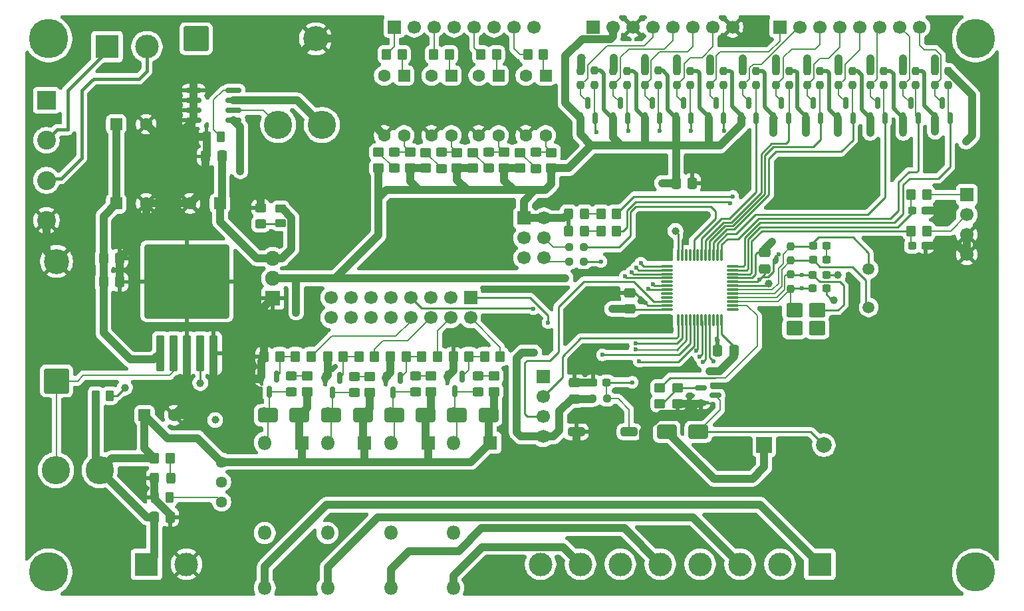
<source format=gbr>
%TF.GenerationSoftware,KiCad,Pcbnew,9.0.3*%
%TF.CreationDate,2025-09-06T19:42:56+07:00*%
%TF.ProjectId,Ex1,4578312e-6b69-4636-9164-5f7063625858,rev?*%
%TF.SameCoordinates,Original*%
%TF.FileFunction,Copper,L1,Top*%
%TF.FilePolarity,Positive*%
%FSLAX46Y46*%
G04 Gerber Fmt 4.6, Leading zero omitted, Abs format (unit mm)*
G04 Created by KiCad (PCBNEW 9.0.3) date 2025-09-06 19:42:56*
%MOMM*%
%LPD*%
G01*
G04 APERTURE LIST*
G04 Aperture macros list*
%AMRoundRect*
0 Rectangle with rounded corners*
0 $1 Rounding radius*
0 $2 $3 $4 $5 $6 $7 $8 $9 X,Y pos of 4 corners*
0 Add a 4 corners polygon primitive as box body*
4,1,4,$2,$3,$4,$5,$6,$7,$8,$9,$2,$3,0*
0 Add four circle primitives for the rounded corners*
1,1,$1+$1,$2,$3*
1,1,$1+$1,$4,$5*
1,1,$1+$1,$6,$7*
1,1,$1+$1,$8,$9*
0 Add four rect primitives between the rounded corners*
20,1,$1+$1,$2,$3,$4,$5,0*
20,1,$1+$1,$4,$5,$6,$7,0*
20,1,$1+$1,$6,$7,$8,$9,0*
20,1,$1+$1,$8,$9,$2,$3,0*%
G04 Aperture macros list end*
%TA.AperFunction,SMDPad,CuDef*%
%ADD10RoundRect,0.250000X-0.350000X-0.450000X0.350000X-0.450000X0.350000X0.450000X-0.350000X0.450000X0*%
%TD*%
%TA.AperFunction,SMDPad,CuDef*%
%ADD11RoundRect,0.250000X0.450000X-0.350000X0.450000X0.350000X-0.450000X0.350000X-0.450000X-0.350000X0*%
%TD*%
%TA.AperFunction,ComponentPad*%
%ADD12RoundRect,0.250000X-0.550000X0.550000X-0.550000X-0.550000X0.550000X-0.550000X0.550000X0.550000X0*%
%TD*%
%TA.AperFunction,ComponentPad*%
%ADD13C,1.600000*%
%TD*%
%TA.AperFunction,SMDPad,CuDef*%
%ADD14RoundRect,0.237500X0.237500X-0.250000X0.237500X0.250000X-0.237500X0.250000X-0.237500X-0.250000X0*%
%TD*%
%TA.AperFunction,SMDPad,CuDef*%
%ADD15RoundRect,0.150000X0.150000X-0.587500X0.150000X0.587500X-0.150000X0.587500X-0.150000X-0.587500X0*%
%TD*%
%TA.AperFunction,SMDPad,CuDef*%
%ADD16RoundRect,0.250000X0.262500X0.450000X-0.262500X0.450000X-0.262500X-0.450000X0.262500X-0.450000X0*%
%TD*%
%TA.AperFunction,ComponentPad*%
%ADD17R,1.700000X1.700000*%
%TD*%
%TA.AperFunction,ComponentPad*%
%ADD18C,1.700000*%
%TD*%
%TA.AperFunction,ComponentPad*%
%ADD19C,3.600000*%
%TD*%
%TA.AperFunction,SMDPad,CuDef*%
%ADD20RoundRect,0.250000X-0.337500X-0.475000X0.337500X-0.475000X0.337500X0.475000X-0.337500X0.475000X0*%
%TD*%
%TA.AperFunction,SMDPad,CuDef*%
%ADD21RoundRect,0.250000X0.450000X-0.325000X0.450000X0.325000X-0.450000X0.325000X-0.450000X-0.325000X0*%
%TD*%
%TA.AperFunction,ComponentPad*%
%ADD22RoundRect,0.250000X1.350000X-1.350000X1.350000X1.350000X-1.350000X1.350000X-1.350000X-1.350000X0*%
%TD*%
%TA.AperFunction,ComponentPad*%
%ADD23C,3.200000*%
%TD*%
%TA.AperFunction,SMDPad,CuDef*%
%ADD24RoundRect,0.237500X0.300000X0.237500X-0.300000X0.237500X-0.300000X-0.237500X0.300000X-0.237500X0*%
%TD*%
%TA.AperFunction,ComponentPad*%
%ADD25O,1.800000X1.800000*%
%TD*%
%TA.AperFunction,ComponentPad*%
%ADD26R,1.800000X1.800000*%
%TD*%
%TA.AperFunction,SMDPad,CuDef*%
%ADD27RoundRect,0.250000X-0.450000X0.325000X-0.450000X-0.325000X0.450000X-0.325000X0.450000X0.325000X0*%
%TD*%
%TA.AperFunction,SMDPad,CuDef*%
%ADD28RoundRect,0.162500X0.825000X0.162500X-0.825000X0.162500X-0.825000X-0.162500X0.825000X-0.162500X0*%
%TD*%
%TA.AperFunction,SMDPad,CuDef*%
%ADD29RoundRect,0.250000X-0.450000X0.262500X-0.450000X-0.262500X0.450000X-0.262500X0.450000X0.262500X0*%
%TD*%
%TA.AperFunction,SMDPad,CuDef*%
%ADD30RoundRect,0.250000X0.350000X0.450000X-0.350000X0.450000X-0.350000X-0.450000X0.350000X-0.450000X0*%
%TD*%
%TA.AperFunction,ComponentPad*%
%ADD31C,5.000000*%
%TD*%
%TA.AperFunction,SMDPad,CuDef*%
%ADD32RoundRect,0.250000X-0.450000X0.350000X-0.450000X-0.350000X0.450000X-0.350000X0.450000X0.350000X0*%
%TD*%
%TA.AperFunction,ComponentPad*%
%ADD33C,1.440000*%
%TD*%
%TA.AperFunction,SMDPad,CuDef*%
%ADD34RoundRect,0.250000X0.475000X-0.337500X0.475000X0.337500X-0.475000X0.337500X-0.475000X-0.337500X0*%
%TD*%
%TA.AperFunction,SMDPad,CuDef*%
%ADD35RoundRect,0.250000X0.337500X0.475000X-0.337500X0.475000X-0.337500X-0.475000X0.337500X-0.475000X0*%
%TD*%
%TA.AperFunction,SMDPad,CuDef*%
%ADD36RoundRect,0.250000X1.000000X0.650000X-1.000000X0.650000X-1.000000X-0.650000X1.000000X-0.650000X0*%
%TD*%
%TA.AperFunction,SMDPad,CuDef*%
%ADD37RoundRect,0.237500X0.250000X0.237500X-0.250000X0.237500X-0.250000X-0.237500X0.250000X-0.237500X0*%
%TD*%
%TA.AperFunction,SMDPad,CuDef*%
%ADD38RoundRect,0.250000X-0.262500X-0.450000X0.262500X-0.450000X0.262500X0.450000X-0.262500X0.450000X0*%
%TD*%
%TA.AperFunction,SMDPad,CuDef*%
%ADD39RoundRect,0.250000X-0.475000X0.337500X-0.475000X-0.337500X0.475000X-0.337500X0.475000X0.337500X0*%
%TD*%
%TA.AperFunction,ComponentPad*%
%ADD40R,3.000000X3.000000*%
%TD*%
%TA.AperFunction,ComponentPad*%
%ADD41C,3.000000*%
%TD*%
%TA.AperFunction,ComponentPad*%
%ADD42RoundRect,0.250000X-0.550000X-0.550000X0.550000X-0.550000X0.550000X0.550000X-0.550000X0.550000X0*%
%TD*%
%TA.AperFunction,SMDPad,CuDef*%
%ADD43RoundRect,0.237500X-0.250000X-0.237500X0.250000X-0.237500X0.250000X0.237500X-0.250000X0.237500X0*%
%TD*%
%TA.AperFunction,SMDPad,CuDef*%
%ADD44RoundRect,0.250000X0.325000X0.450000X-0.325000X0.450000X-0.325000X-0.450000X0.325000X-0.450000X0*%
%TD*%
%TA.AperFunction,ComponentPad*%
%ADD45RoundRect,0.250000X0.550000X0.550000X-0.550000X0.550000X-0.550000X-0.550000X0.550000X-0.550000X0*%
%TD*%
%TA.AperFunction,SMDPad,CuDef*%
%ADD46RoundRect,0.250000X-0.325000X-0.450000X0.325000X-0.450000X0.325000X0.450000X-0.325000X0.450000X0*%
%TD*%
%TA.AperFunction,SMDPad,CuDef*%
%ADD47RoundRect,0.150000X-0.150000X0.587500X-0.150000X-0.587500X0.150000X-0.587500X0.150000X0.587500X0*%
%TD*%
%TA.AperFunction,ComponentPad*%
%ADD48R,2.400000X2.400000*%
%TD*%
%TA.AperFunction,ComponentPad*%
%ADD49C,2.400000*%
%TD*%
%TA.AperFunction,SMDPad,CuDef*%
%ADD50RoundRect,0.075000X0.662500X0.075000X-0.662500X0.075000X-0.662500X-0.075000X0.662500X-0.075000X0*%
%TD*%
%TA.AperFunction,SMDPad,CuDef*%
%ADD51RoundRect,0.075000X0.075000X0.662500X-0.075000X0.662500X-0.075000X-0.662500X0.075000X-0.662500X0*%
%TD*%
%TA.AperFunction,SMDPad,CuDef*%
%ADD52RoundRect,0.250000X0.300000X-2.050000X0.300000X2.050000X-0.300000X2.050000X-0.300000X-2.050000X0*%
%TD*%
%TA.AperFunction,SMDPad,CuDef*%
%ADD53RoundRect,0.250002X5.149998X-4.449998X5.149998X4.449998X-5.149998X4.449998X-5.149998X-4.449998X0*%
%TD*%
%TA.AperFunction,SMDPad,CuDef*%
%ADD54RoundRect,0.250000X0.800000X0.650000X-0.800000X0.650000X-0.800000X-0.650000X0.800000X-0.650000X0*%
%TD*%
%TA.AperFunction,SMDPad,CuDef*%
%ADD55RoundRect,0.150000X-0.587500X-0.150000X0.587500X-0.150000X0.587500X0.150000X-0.587500X0.150000X0*%
%TD*%
%TA.AperFunction,ComponentPad*%
%ADD56R,2.000000X2.000000*%
%TD*%
%TA.AperFunction,ComponentPad*%
%ADD57C,2.000000*%
%TD*%
%TA.AperFunction,SMDPad,CuDef*%
%ADD58RoundRect,0.250000X-1.000000X-0.650000X1.000000X-0.650000X1.000000X0.650000X-1.000000X0.650000X0*%
%TD*%
%TA.AperFunction,SMDPad,CuDef*%
%ADD59RoundRect,0.237500X-0.300000X-0.237500X0.300000X-0.237500X0.300000X0.237500X-0.300000X0.237500X0*%
%TD*%
%TA.AperFunction,SMDPad,CuDef*%
%ADD60RoundRect,0.250000X-0.830000X-0.310000X0.830000X-0.310000X0.830000X0.310000X-0.830000X0.310000X0*%
%TD*%
%TA.AperFunction,ComponentPad*%
%ADD61RoundRect,0.250000X-1.350000X-1.350000X1.350000X-1.350000X1.350000X1.350000X-1.350000X1.350000X0*%
%TD*%
%TA.AperFunction,ComponentPad*%
%ADD62R,1.905000X1.905000*%
%TD*%
%TA.AperFunction,ComponentPad*%
%ADD63C,1.905000*%
%TD*%
%TA.AperFunction,ComponentPad*%
%ADD64C,1.500000*%
%TD*%
%TA.AperFunction,ViaPad*%
%ADD65C,1.000000*%
%TD*%
%TA.AperFunction,ViaPad*%
%ADD66C,0.600000*%
%TD*%
%TA.AperFunction,Conductor*%
%ADD67C,0.500000*%
%TD*%
%TA.AperFunction,Conductor*%
%ADD68C,1.000000*%
%TD*%
%TA.AperFunction,Conductor*%
%ADD69C,0.245000*%
%TD*%
%TA.AperFunction,Conductor*%
%ADD70C,0.300000*%
%TD*%
%TA.AperFunction,Conductor*%
%ADD71C,0.200000*%
%TD*%
%TA.AperFunction,Conductor*%
%ADD72C,0.400000*%
%TD*%
G04 APERTURE END LIST*
D10*
%TO.P,R28,1*%
%TO.N,Net-(Q2-B)*%
X107500000Y-81000000D03*
%TO.P,R28,2*%
%TO.N,Out2*%
X109500000Y-81000000D03*
%TD*%
D11*
%TO.P,R22,1*%
%TO.N,+3.3V*%
X128000000Y-57000000D03*
%TO.P,R22,2*%
%TO.N,Net-(D11-A)*%
X128000000Y-55000000D03*
%TD*%
D12*
%TO.P,U8,1*%
%TO.N,Net-(R24-Pad2)*%
X131275000Y-45195000D03*
D13*
%TO.P,U8,2*%
%TO.N,/MPU/4-*%
X128735000Y-45195000D03*
%TO.P,U8,3*%
%TO.N,0VDC*%
X128735000Y-52815000D03*
%TO.P,U8,4*%
%TO.N,In4*%
X131275000Y-52815000D03*
%TD*%
D10*
%TO.P,R32,1*%
%TO.N,0VDC*%
X111500000Y-81000000D03*
%TO.P,R32,2*%
%TO.N,Net-(Q3-B)*%
X113500000Y-81000000D03*
%TD*%
D14*
%TO.P,R57,1*%
%TO.N,SCK*%
X170300000Y-46412500D03*
%TO.P,R57,2*%
%TO.N,+3.3V*%
X170300000Y-44587500D03*
%TD*%
D10*
%TO.P,R39,1*%
%TO.N,ADC0*%
X177800000Y-60410000D03*
%TO.P,R39,2*%
%TO.N,Net-(J9-Pin_1)*%
X179800000Y-60410000D03*
%TD*%
D15*
%TO.P,Q8,1,G*%
%TO.N,+3.3V*%
X143900000Y-50600000D03*
%TO.P,Q8,2,S*%
%TO.N,SDA*%
X145800000Y-50600000D03*
%TO.P,Q8,3,D*%
%TO.N,/MOSFET/5.3*%
X144850000Y-48725000D03*
%TD*%
D16*
%TO.P,R1,1*%
%TO.N,Net-(U1-FB)*%
X75800000Y-86000000D03*
%TO.P,R1,2*%
%TO.N,VCC*%
X73975000Y-86000000D03*
%TD*%
D11*
%TO.P,R17,1*%
%TO.N,+3.3V*%
X120000000Y-57000000D03*
%TO.P,R17,2*%
%TO.N,In2*%
X120000000Y-55000000D03*
%TD*%
D17*
%TO.P,J7,1,Pin_1*%
%TO.N,/MOSFET/6.1*%
X161110000Y-39000000D03*
D18*
%TO.P,J7,2,Pin_2*%
%TO.N,/MOSFET/6.2*%
X163650000Y-39000000D03*
%TO.P,J7,3,Pin_3*%
%TO.N,/MOSFET/6.3*%
X166190000Y-39000000D03*
%TO.P,J7,4,Pin_4*%
%TO.N,/MOSFET/6.4*%
X168730000Y-39000000D03*
%TO.P,J7,5,Pin_5*%
%TO.N,/MOSFET/6.5*%
X171270000Y-39000000D03*
%TO.P,J7,6,Pin_6*%
%TO.N,/MOSFET/6.6*%
X173810000Y-39000000D03*
%TO.P,J7,7,Pin_7*%
%TO.N,/MOSFET/6.7*%
X176350000Y-39000000D03*
%TO.P,J7,8,Pin_8*%
%TO.N,/MOSFET/6.8*%
X178890000Y-39000000D03*
%TD*%
D19*
%TO.P,L1,1,1*%
%TO.N,Net-(D2-K)*%
X68920000Y-95500000D03*
%TO.P,L1,2,2*%
%TO.N,VCC*%
X74500000Y-95500000D03*
%TD*%
D17*
%TO.P,J6,1,Pin_1*%
%TO.N,5VDC*%
X137300000Y-39000000D03*
D18*
%TO.P,J6,2,Pin_2*%
%TO.N,+3.3V*%
X139840000Y-39000000D03*
%TO.P,J6,3,Pin_3*%
%TO.N,0VDC*%
X142380000Y-39000000D03*
%TO.P,J6,4,Pin_4*%
%TO.N,/MOSFET/5.1*%
X144920000Y-39000000D03*
%TO.P,J6,5,Pin_5*%
%TO.N,/MOSFET/5.2*%
X147460000Y-39000000D03*
%TO.P,J6,6,Pin_6*%
%TO.N,/MOSFET/5.3*%
X150000000Y-39000000D03*
%TO.P,J6,7,Pin_7*%
%TO.N,/MOSFET/5.4*%
X152540000Y-39000000D03*
%TO.P,J6,8,Pin_8*%
%TO.N,0VDC*%
X155080000Y-39000000D03*
%TD*%
D17*
%TO.P,J10,1,Pin_1*%
%TO.N,Out4_T*%
X121700000Y-73500000D03*
D18*
%TO.P,J10,2,Pin_2*%
%TO.N,Out4*%
X121700000Y-76040000D03*
%TO.P,J10,3,Pin_3*%
%TO.N,Out3_T*%
X119160000Y-73500000D03*
%TO.P,J10,4,Pin_4*%
%TO.N,Out3*%
X119160000Y-76040000D03*
%TO.P,J10,5,Pin_5*%
%TO.N,Out2_T*%
X116620000Y-73500000D03*
%TO.P,J10,6,Pin_6*%
%TO.N,Out2*%
X116620000Y-76040000D03*
%TO.P,J10,7,Pin_7*%
%TO.N,Out1_T*%
X114080000Y-73500000D03*
%TO.P,J10,8,Pin_8*%
%TO.N,Out1*%
X114080000Y-76040000D03*
%TO.P,J10,9,Pin_9*%
%TO.N,unconnected-(J10-Pin_9-Pad9)*%
X111540000Y-73500000D03*
%TO.P,J10,10,Pin_10*%
%TO.N,unconnected-(J10-Pin_10-Pad10)*%
X111540000Y-76040000D03*
%TO.P,J10,11,Pin_11*%
%TO.N,unconnected-(J10-Pin_11-Pad11)*%
X109000000Y-73500000D03*
%TO.P,J10,12,Pin_12*%
%TO.N,unconnected-(J10-Pin_12-Pad12)*%
X109000000Y-76040000D03*
%TO.P,J10,13,Pin_13*%
%TO.N,unconnected-(J10-Pin_13-Pad13)*%
X106460000Y-73500000D03*
%TO.P,J10,14,Pin_14*%
%TO.N,unconnected-(J10-Pin_14-Pad14)*%
X106460000Y-76040000D03*
%TO.P,J10,15,Pin_15*%
%TO.N,unconnected-(J10-Pin_15-Pad15)*%
X103920000Y-73500000D03*
%TO.P,J10,16,Pin_16*%
%TO.N,unconnected-(J10-Pin_16-Pad16)*%
X103920000Y-76040000D03*
%TD*%
D20*
%TO.P,C6,1*%
%TO.N,+24V*%
X74962500Y-71500000D03*
%TO.P,C6,2*%
%TO.N,0VDC*%
X77037500Y-71500000D03*
%TD*%
D15*
%TO.P,Q13,1,G*%
%TO.N,+3.3V*%
X164400000Y-50600000D03*
%TO.P,Q13,2,S*%
%TO.N,MISO*%
X166300000Y-50600000D03*
%TO.P,Q13,3,D*%
%TO.N,/MOSFET/6.4*%
X165350000Y-48725000D03*
%TD*%
D14*
%TO.P,R62,1*%
%TO.N,/MOSFET/6.7*%
X176800000Y-46412500D03*
%TO.P,R62,2*%
%TO.N,5VDC*%
X176800000Y-44587500D03*
%TD*%
D21*
%TO.P,D14,1,K*%
%TO.N,Net-(D14-K)*%
X106900000Y-85625000D03*
%TO.P,D14,2,A*%
%TO.N,Net-(D14-A)*%
X106900000Y-83575000D03*
%TD*%
D22*
%TO.P,D2,1,K*%
%TO.N,Net-(D2-K)*%
X69000000Y-84120000D03*
D23*
%TO.P,D2,2,A*%
%TO.N,0VDC*%
X69000000Y-68880000D03*
%TD*%
D24*
%TO.P,C9,1*%
%TO.N,0VDC*%
X179662500Y-62410000D03*
%TO.P,C9,2*%
%TO.N,ADC0*%
X177937500Y-62410000D03*
%TD*%
D25*
%TO.P,K1,13*%
%TO.N,/MPU/Com1*%
X95500000Y-103500000D03*
%TO.P,K1,14*%
%TO.N,/MPU/MC1*%
X95500000Y-110500000D03*
D26*
%TO.P,K1,A1*%
%TO.N,VCC*%
X100200000Y-92000000D03*
D25*
%TO.P,K1,A2*%
%TO.N,Net-(D12-A)*%
X95500000Y-92000000D03*
%TD*%
D14*
%TO.P,R6,1*%
%TO.N,/MOSFET/5.1*%
X135750000Y-46412500D03*
%TO.P,R6,2*%
%TO.N,5VDC*%
X135750000Y-44587500D03*
%TD*%
D27*
%TO.P,D5,1,K*%
%TO.N,0VDC*%
X95000000Y-62062500D03*
%TO.P,D5,2,A*%
%TO.N,Net-(D5-A)*%
X95000000Y-64112500D03*
%TD*%
D28*
%TO.P,U2,1,VIN*%
%TO.N,+24V*%
X91537500Y-50905000D03*
%TO.P,U2,2,OUTPUT*%
%TO.N,Net-(D4-K)*%
X91537500Y-49635000D03*
%TO.P,U2,3,FEEDBACK*%
%TO.N,5VDC*%
X91537500Y-48365000D03*
%TO.P,U2,4,ON/OFF*%
%TO.N,Net-(U2-ON{slash}OFF)*%
X91537500Y-47095000D03*
%TO.P,U2,5,GND*%
%TO.N,0VDC*%
X86462500Y-47095000D03*
%TO.P,U2,6,GND*%
X86462500Y-48365000D03*
%TO.P,U2,7,GND*%
X86462500Y-49635000D03*
%TO.P,U2,8,GND*%
X86462500Y-50905000D03*
%TD*%
D15*
%TO.P,Q14,1,G*%
%TO.N,+3.3V*%
X168500000Y-50600000D03*
%TO.P,Q14,2,S*%
%TO.N,SCK*%
X170400000Y-50600000D03*
%TO.P,Q14,3,D*%
%TO.N,/MOSFET/6.5*%
X169450000Y-48725000D03*
%TD*%
D25*
%TO.P,K2,13*%
%TO.N,/MPU/Com2*%
X103500000Y-103500000D03*
%TO.P,K2,14*%
%TO.N,/MPU/MC2*%
X103500000Y-110500000D03*
D26*
%TO.P,K2,A1*%
%TO.N,VCC*%
X108200000Y-92000000D03*
D25*
%TO.P,K2,A2*%
%TO.N,Net-(D14-K)*%
X103500000Y-92000000D03*
%TD*%
D29*
%TO.P,R5,1*%
%TO.N,5VDC*%
X97500000Y-62175000D03*
%TO.P,R5,2*%
%TO.N,Net-(D5-A)*%
X97500000Y-64000000D03*
%TD*%
D14*
%TO.P,R58,1*%
%TO.N,/MOSFET/6.5*%
X168600000Y-46412500D03*
%TO.P,R58,2*%
%TO.N,5VDC*%
X168600000Y-44587500D03*
%TD*%
D10*
%TO.P,R34,1*%
%TO.N,Net-(Q4-B)*%
X123500000Y-81000000D03*
%TO.P,R34,2*%
%TO.N,Out4*%
X125500000Y-81000000D03*
%TD*%
D27*
%TO.P,D9,1,K*%
%TO.N,In2*%
X118000000Y-54975000D03*
%TO.P,D9,2,A*%
%TO.N,Net-(D9-A)*%
X118000000Y-57025000D03*
%TD*%
D10*
%TO.P,R31,1*%
%TO.N,Net-(Q3-B)*%
X115500000Y-81000000D03*
%TO.P,R31,2*%
%TO.N,Out3*%
X117500000Y-81000000D03*
%TD*%
D30*
%TO.P,R10,1*%
%TO.N,LED2*%
X140300000Y-62800000D03*
%TO.P,R10,2*%
%TO.N,Net-(D7-K)*%
X138300000Y-62800000D03*
%TD*%
D25*
%TO.P,K3,13*%
%TO.N,/MPU/Com3*%
X111582500Y-103500000D03*
%TO.P,K3,14*%
%TO.N,/MPU/MC3*%
X111582500Y-110500000D03*
D26*
%TO.P,K3,A1*%
%TO.N,VCC*%
X116282500Y-92000000D03*
D25*
%TO.P,K3,A2*%
%TO.N,Net-(D16-K)*%
X111582500Y-92000000D03*
%TD*%
D31*
%TO.P,TP4,1,1*%
%TO.N,unconnected-(TP4-Pad1)*%
X186000000Y-108500000D03*
%TD*%
%TO.P,TP1,1,1*%
%TO.N,unconnected-(TP1-Pad1)*%
X68000000Y-40500000D03*
%TD*%
D24*
%TO.P,C11,1*%
%TO.N,Net-(C10-Pad2)*%
X167062500Y-66900000D03*
%TO.P,C11,2*%
%TO.N,OSCOUT*%
X165337500Y-66900000D03*
%TD*%
D20*
%TO.P,C4,1*%
%TO.N,VCC*%
X81425000Y-101500000D03*
%TO.P,C4,2*%
%TO.N,0VDC*%
X83500000Y-101500000D03*
%TD*%
D14*
%TO.P,R48,1*%
%TO.N,/MOSFET/5.4*%
X147950000Y-46412500D03*
%TO.P,R48,2*%
%TO.N,5VDC*%
X147950000Y-44587500D03*
%TD*%
D32*
%TO.P,R25,1*%
%TO.N,Net-(D13-A)*%
X100900000Y-83500000D03*
%TO.P,R25,2*%
%TO.N,VCC*%
X100900000Y-85500000D03*
%TD*%
D14*
%TO.P,R52,1*%
%TO.N,/MOSFET/6.2*%
X156400000Y-46412500D03*
%TO.P,R52,2*%
%TO.N,5VDC*%
X156400000Y-44587500D03*
%TD*%
D11*
%TO.P,R15,1*%
%TO.N,+3.3V*%
X114000000Y-56975000D03*
%TO.P,R15,2*%
%TO.N,In1*%
X114000000Y-54975000D03*
%TD*%
D14*
%TO.P,R49,1*%
%TO.N,CS*%
X153900000Y-46412500D03*
%TO.P,R49,2*%
%TO.N,+3.3V*%
X153900000Y-44587500D03*
%TD*%
%TO.P,R63,1*%
%TO.N,TX_2*%
X182500000Y-46412500D03*
%TO.P,R63,2*%
%TO.N,+3.3V*%
X182500000Y-44587500D03*
%TD*%
D33*
%TO.P,RV1,1,1*%
%TO.N,Net-(R3-Pad2)*%
X90005000Y-99540000D03*
%TO.P,RV1,2,2*%
%TO.N,Net-(U1-FB)*%
X90005000Y-97000000D03*
%TO.P,RV1,3,3*%
%TO.N,VCC*%
X90005000Y-94460000D03*
%TD*%
D34*
%TO.P,0.1uF3,1*%
%TO.N,+3.3V*%
X134985000Y-86437500D03*
%TO.P,0.1uF3,2*%
%TO.N,0VDC*%
X134985000Y-84362500D03*
%TD*%
D14*
%TO.P,R53,1*%
%TO.N,MOSI*%
X162300000Y-46412500D03*
%TO.P,R53,2*%
%TO.N,+3.3V*%
X162300000Y-44587500D03*
%TD*%
D32*
%TO.P,R38,1*%
%TO.N,Net-(Q5-B)*%
X148100000Y-85000000D03*
%TO.P,R38,2*%
%TO.N,0VDC*%
X148100000Y-87000000D03*
%TD*%
D35*
%TO.P,C8,1*%
%TO.N,5VDC*%
X90037500Y-55500000D03*
%TO.P,C8,2*%
%TO.N,0VDC*%
X87962500Y-55500000D03*
%TD*%
D36*
%TO.P,D15,1,K*%
%TO.N,VCC*%
X108000000Y-88500000D03*
%TO.P,D15,2,A*%
%TO.N,Net-(D14-K)*%
X104000000Y-88500000D03*
%TD*%
D37*
%TO.P,R8,1*%
%TO.N,BOOT0*%
X136112500Y-68900000D03*
%TO.P,R8,2*%
%TO.N,Net-(P1-Pin_6)*%
X134287500Y-68900000D03*
%TD*%
D14*
%TO.P,R42,1*%
%TO.N,RX*%
X137500000Y-46400000D03*
%TO.P,R42,2*%
%TO.N,+3.3V*%
X137500000Y-44575000D03*
%TD*%
%TO.P,R44,1*%
%TO.N,/MOSFET/5.2*%
X139850000Y-46412500D03*
%TO.P,R44,2*%
%TO.N,5VDC*%
X139850000Y-44587500D03*
%TD*%
D36*
%TO.P,D12,1,K*%
%TO.N,VCC*%
X99917500Y-88500000D03*
%TO.P,D12,2,A*%
%TO.N,Net-(D12-A)*%
X95917500Y-88500000D03*
%TD*%
D38*
%TO.P,R3,1*%
%TO.N,0VDC*%
X81550000Y-99000000D03*
%TO.P,R3,2*%
%TO.N,Net-(R3-Pad2)*%
X83375000Y-99000000D03*
%TD*%
D39*
%TO.P,0.1uF5,1*%
%TO.N,+3.3V*%
X159200000Y-67762500D03*
%TO.P,0.1uF5,2*%
%TO.N,0VDC*%
X159200000Y-69837500D03*
%TD*%
D15*
%TO.P,Q15,1,G*%
%TO.N,+3.3V*%
X172600000Y-50600000D03*
%TO.P,Q15,2,S*%
%TO.N,Trig_Pin*%
X174500000Y-50600000D03*
%TO.P,Q15,3,D*%
%TO.N,/MOSFET/6.6*%
X173550000Y-48725000D03*
%TD*%
D40*
%TO.P,J5,1,Pin_1*%
%TO.N,/MPU/MC1*%
X166180000Y-107500000D03*
D41*
%TO.P,J5,2,Pin_2*%
%TO.N,/MPU/Com1*%
X161100000Y-107500000D03*
%TO.P,J5,3,Pin_3*%
%TO.N,/MPU/MC2*%
X156020000Y-107500000D03*
%TO.P,J5,4,Pin_4*%
%TO.N,/MPU/Com2*%
X150940000Y-107500000D03*
%TO.P,J5,5,Pin_5*%
%TO.N,/MPU/MC3*%
X145860000Y-107500000D03*
%TO.P,J5,6,Pin_6*%
%TO.N,/MPU/Com3*%
X140780000Y-107500000D03*
%TO.P,J5,7,Pin_7*%
%TO.N,/MPU/MC4*%
X135700000Y-107500000D03*
%TO.P,J5,8,Pin_8*%
%TO.N,/MPU/Com4*%
X130620000Y-107500000D03*
%TD*%
D14*
%TO.P,R51,1*%
%TO.N,Echo_Pin*%
X158100000Y-46412500D03*
%TO.P,R51,2*%
%TO.N,+3.3V*%
X158100000Y-44587500D03*
%TD*%
D42*
%TO.P,C1,1*%
%TO.N,+24V*%
X76597349Y-51400000D03*
D13*
%TO.P,C1,2*%
%TO.N,0VDC*%
X80397349Y-51400000D03*
%TD*%
D10*
%TO.P,R26,1*%
%TO.N,0VDC*%
X95417500Y-81000000D03*
%TO.P,R26,2*%
%TO.N,Net-(Q1-B)*%
X97417500Y-81000000D03*
%TD*%
D43*
%TO.P,R7,1*%
%TO.N,Net-(P1-Pin_4)*%
X134287500Y-67100000D03*
%TO.P,R7,2*%
%TO.N,BOOT1*%
X136112500Y-67100000D03*
%TD*%
D30*
%TO.P,R2,1*%
%TO.N,Net-(D3-A)*%
X83462500Y-94000000D03*
%TO.P,R2,2*%
%TO.N,VCC*%
X81462500Y-94000000D03*
%TD*%
D44*
%TO.P,D6,1,K*%
%TO.N,Net-(D6-K)*%
X136225000Y-65000000D03*
%TO.P,D6,2,A*%
%TO.N,+3.3V*%
X134175000Y-65000000D03*
%TD*%
D31*
%TO.P,TP3,1,1*%
%TO.N,unconnected-(TP3-Pad1)*%
X68000000Y-108500000D03*
%TD*%
D45*
%TO.P,C7,1*%
%TO.N,5VDC*%
X89802651Y-61500000D03*
D13*
%TO.P,C7,2*%
%TO.N,0VDC*%
X86002651Y-61500000D03*
%TD*%
D15*
%TO.P,Q10,1,G*%
%TO.N,+3.3V*%
X152050000Y-50600000D03*
%TO.P,Q10,2,S*%
%TO.N,CS*%
X153950000Y-50600000D03*
%TO.P,Q10,3,D*%
%TO.N,/MOSFET/6.1*%
X153000000Y-48725000D03*
%TD*%
D46*
%TO.P,D3,1,K*%
%TO.N,0VDC*%
X81462500Y-96500000D03*
%TO.P,D3,2,A*%
%TO.N,Net-(D3-A)*%
X83512500Y-96500000D03*
%TD*%
D36*
%TO.P,D19,1,K*%
%TO.N,VCC*%
X124000000Y-88500000D03*
%TO.P,D19,2,A*%
%TO.N,Net-(D18-K)*%
X120000000Y-88500000D03*
%TD*%
D14*
%TO.P,R12,1*%
%TO.N,LED1*%
X162500000Y-72362500D03*
%TO.P,R12,2*%
%TO.N,LED2*%
X162500000Y-70537500D03*
%TD*%
D11*
%TO.P,R14,1*%
%TO.N,+3.3V*%
X110000000Y-56975000D03*
%TO.P,R14,2*%
%TO.N,Net-(D8-A)*%
X110000000Y-54975000D03*
%TD*%
D36*
%TO.P,D17,1,K*%
%TO.N,VCC*%
X116000000Y-88500000D03*
%TO.P,D17,2,A*%
%TO.N,Net-(D16-K)*%
X112000000Y-88500000D03*
%TD*%
D47*
%TO.P,Q4,1,B*%
%TO.N,Net-(Q4-B)*%
X120650000Y-83562500D03*
%TO.P,Q4,2,E*%
%TO.N,0VDC*%
X118750000Y-83562500D03*
%TO.P,Q4,3,C*%
%TO.N,Net-(D18-K)*%
X119700000Y-85437500D03*
%TD*%
D17*
%TO.P,J9,1,Pin_1*%
%TO.N,Net-(J9-Pin_1)*%
X184900000Y-60400000D03*
D18*
%TO.P,J9,2,Pin_2*%
%TO.N,Net-(J9-Pin_2)*%
X184900000Y-62940000D03*
%TO.P,J9,3,Pin_3*%
%TO.N,0VDC*%
X184900000Y-65480000D03*
%TO.P,J9,4,Pin_4*%
X184900000Y-68020000D03*
%TD*%
D32*
%TO.P,R36,1*%
%TO.N,Net-(D18-A)*%
X124700000Y-83500000D03*
%TO.P,R36,2*%
%TO.N,VCC*%
X124700000Y-85500000D03*
%TD*%
%TO.P,R33,1*%
%TO.N,Net-(D16-A)*%
X116700000Y-83500000D03*
%TO.P,R33,2*%
%TO.N,VCC*%
X116700000Y-85500000D03*
%TD*%
D14*
%TO.P,R61,1*%
%TO.N,RX_2*%
X178400000Y-46412500D03*
%TO.P,R61,2*%
%TO.N,+3.3V*%
X178400000Y-44587500D03*
%TD*%
D48*
%TO.P,D21,+*%
%TO.N,+24V*%
X67700000Y-48350000D03*
D49*
%TO.P,D21,-*%
%TO.N,0VDC*%
X67700000Y-63650000D03*
%TO.P,D21,AC1*%
%TO.N,Net-(J1-Pin_1)*%
X67700000Y-53450000D03*
%TO.P,D21,AC2*%
%TO.N,Net-(J1-Pin_2)*%
X67700000Y-58550000D03*
%TD*%
D25*
%TO.P,K4,13*%
%TO.N,/MPU/Com4*%
X119500000Y-103500000D03*
%TO.P,K4,14*%
%TO.N,/MPU/MC4*%
X119500000Y-110500000D03*
D26*
%TO.P,K4,A1*%
%TO.N,VCC*%
X124200000Y-92000000D03*
D25*
%TO.P,K4,A2*%
%TO.N,Net-(D18-K)*%
X119500000Y-92000000D03*
%TD*%
D27*
%TO.P,D10,1,K*%
%TO.N,In3*%
X124000000Y-54950000D03*
%TO.P,D10,2,A*%
%TO.N,Net-(D10-A)*%
X124000000Y-57000000D03*
%TD*%
D42*
%TO.P,C3,1*%
%TO.N,VCC*%
X80197349Y-88500000D03*
D13*
%TO.P,C3,2*%
%TO.N,0VDC*%
X83997349Y-88500000D03*
%TD*%
D11*
%TO.P,R37,1*%
%TO.N,Net-(Q5-B)*%
X145800000Y-87000000D03*
%TO.P,R37,2*%
%TO.N,BUZZ*%
X145800000Y-85000000D03*
%TD*%
D50*
%TO.P,U5,1,VBAT*%
%TO.N,unconnected-(U5-VBAT-Pad1)*%
X155062500Y-74987500D03*
%TO.P,U5,2,PC13*%
%TO.N,BUZZ*%
X155062500Y-74487500D03*
%TO.P,U5,3,PC14*%
%TO.N,LED1*%
X155062500Y-73987500D03*
%TO.P,U5,4,PC15*%
%TO.N,LED2*%
X155062500Y-73487500D03*
%TO.P,U5,5,PD0*%
%TO.N,OSCIN*%
X155062500Y-72987500D03*
%TO.P,U5,6,PD1*%
%TO.N,OSCOUT*%
X155062500Y-72487500D03*
%TO.P,U5,7,NRST*%
%TO.N,RST*%
X155062500Y-71987500D03*
%TO.P,U5,8,VSSA*%
%TO.N,0VDC*%
X155062500Y-71487500D03*
%TO.P,U5,9,VDDA*%
%TO.N,+3.3V*%
X155062500Y-70987500D03*
%TO.P,U5,10,PA0*%
%TO.N,ADC1*%
X155062500Y-70487500D03*
%TO.P,U5,11,PA1*%
%TO.N,ADC0*%
X155062500Y-69987500D03*
%TO.P,U5,12,PA2*%
%TO.N,TX_2*%
X155062500Y-69487500D03*
D51*
%TO.P,U5,13,PA3*%
%TO.N,RX_2*%
X153650000Y-68075000D03*
%TO.P,U5,14,PA4*%
%TO.N,Trig_Pin*%
X153150000Y-68075000D03*
%TO.P,U5,15,PA5*%
%TO.N,SCK*%
X152650000Y-68075000D03*
%TO.P,U5,16,PA6*%
%TO.N,MISO*%
X152150000Y-68075000D03*
%TO.P,U5,17,PA7*%
%TO.N,MOSI*%
X151650000Y-68075000D03*
%TO.P,U5,18,PB0*%
%TO.N,Echo_Pin*%
X151150000Y-68075000D03*
%TO.P,U5,19,PB1*%
%TO.N,unconnected-(U5-PB1-Pad19)*%
X150650000Y-68075000D03*
%TO.P,U5,20,PB2*%
%TO.N,BOOT1*%
X150150000Y-68075000D03*
%TO.P,U5,21,PB10*%
%TO.N,unconnected-(U5-PB10-Pad21)*%
X149650000Y-68075000D03*
%TO.P,U5,22,PB11*%
%TO.N,unconnected-(U5-PB11-Pad22)*%
X149150000Y-68075000D03*
%TO.P,U5,23,VSS*%
%TO.N,0VDC*%
X148650000Y-68075000D03*
%TO.P,U5,24,VDD*%
%TO.N,+3.3V*%
X148150000Y-68075000D03*
D50*
%TO.P,U5,25,PB12*%
%TO.N,In4*%
X146737500Y-69487500D03*
%TO.P,U5,26,PB13*%
%TO.N,In3*%
X146737500Y-69987500D03*
%TO.P,U5,27,PB14*%
%TO.N,In2*%
X146737500Y-70487500D03*
%TO.P,U5,28,PB15*%
%TO.N,In1*%
X146737500Y-70987500D03*
%TO.P,U5,29,PA8*%
%TO.N,unconnected-(U5-PA8-Pad29)*%
X146737500Y-71487500D03*
%TO.P,U5,30,PA9*%
%TO.N,TX*%
X146737500Y-71987500D03*
%TO.P,U5,31,PA10*%
%TO.N,RX*%
X146737500Y-72487500D03*
%TO.P,U5,32,PA11*%
%TO.N,unconnected-(U5-PA11-Pad32)*%
X146737500Y-72987500D03*
%TO.P,U5,33,PA12*%
%TO.N,unconnected-(U5-PA12-Pad33)*%
X146737500Y-73487500D03*
%TO.P,U5,34,PA13*%
%TO.N,SWIO*%
X146737500Y-73987500D03*
%TO.P,U5,35,VSS*%
%TO.N,0VDC*%
X146737500Y-74487500D03*
%TO.P,U5,36,VDD*%
%TO.N,+3.3V*%
X146737500Y-74987500D03*
D51*
%TO.P,U5,37,PA14*%
%TO.N,SWCLK*%
X148150000Y-76400000D03*
%TO.P,U5,38,PA15*%
%TO.N,Out3_T*%
X148650000Y-76400000D03*
%TO.P,U5,39,PB3*%
%TO.N,Out2_T*%
X149150000Y-76400000D03*
%TO.P,U5,40,PB4*%
%TO.N,Out1_T*%
X149650000Y-76400000D03*
%TO.P,U5,41,PB5*%
%TO.N,Out4_T*%
X150150000Y-76400000D03*
%TO.P,U5,42,PB6*%
%TO.N,SCL*%
X150650000Y-76400000D03*
%TO.P,U5,43,PB7*%
%TO.N,SDA*%
X151150000Y-76400000D03*
%TO.P,U5,44,BOOT0*%
%TO.N,BOOT0*%
X151650000Y-76400000D03*
%TO.P,U5,45,PB8*%
%TO.N,CS*%
X152150000Y-76400000D03*
%TO.P,U5,46,PB9*%
%TO.N,unconnected-(U5-PB9-Pad46)*%
X152650000Y-76400000D03*
%TO.P,U5,47,VSS*%
%TO.N,0VDC*%
X153150000Y-76400000D03*
%TO.P,U5,48,VDD*%
%TO.N,+3.3V*%
X153650000Y-76400000D03*
%TD*%
D15*
%TO.P,Q6,1,G*%
%TO.N,+3.3V*%
X139850000Y-50600000D03*
%TO.P,Q6,2,S*%
%TO.N,TX*%
X141750000Y-50600000D03*
%TO.P,Q6,3,D*%
%TO.N,/MOSFET/5.2*%
X140800000Y-48725000D03*
%TD*%
D38*
%TO.P,R4,1*%
%TO.N,0VDC*%
X88087500Y-53000000D03*
%TO.P,R4,2*%
%TO.N,Net-(U2-ON{slash}OFF)*%
X89912500Y-53000000D03*
%TD*%
D10*
%TO.P,R24,1*%
%TO.N,/MPU/4+*%
X129000000Y-42500000D03*
%TO.P,R24,2*%
%TO.N,Net-(R24-Pad2)*%
X131000000Y-42500000D03*
%TD*%
D15*
%TO.P,Q16,1,G*%
%TO.N,+3.3V*%
X176800000Y-50600000D03*
%TO.P,Q16,2,S*%
%TO.N,RX_2*%
X178700000Y-50600000D03*
%TO.P,Q16,3,D*%
%TO.N,/MOSFET/6.7*%
X177750000Y-48725000D03*
%TD*%
D27*
%TO.P,D8,1,K*%
%TO.N,In1*%
X112000000Y-54950000D03*
%TO.P,D8,2,A*%
%TO.N,Net-(D8-A)*%
X112000000Y-57000000D03*
%TD*%
D40*
%TO.P,J2,1,Pin_1*%
%TO.N,VCC*%
X80460000Y-107500000D03*
D41*
%TO.P,J2,2,Pin_2*%
%TO.N,0VDC*%
X85540000Y-107500000D03*
%TD*%
D15*
%TO.P,Q12,1,G*%
%TO.N,+3.3V*%
X160300000Y-50600000D03*
%TO.P,Q12,2,S*%
%TO.N,MOSI*%
X162200000Y-50600000D03*
%TO.P,Q12,3,D*%
%TO.N,/MOSFET/6.3*%
X161250000Y-48725000D03*
%TD*%
D14*
%TO.P,R55,1*%
%TO.N,MISO*%
X166200000Y-46412500D03*
%TO.P,R55,2*%
%TO.N,+3.3V*%
X166200000Y-44587500D03*
%TD*%
%TO.P,R56,1*%
%TO.N,/MOSFET/6.4*%
X164550000Y-46412500D03*
%TO.P,R56,2*%
%TO.N,5VDC*%
X164550000Y-44587500D03*
%TD*%
D40*
%TO.P,J1,1,Pin_1*%
%TO.N,Net-(J1-Pin_1)*%
X75420000Y-41500000D03*
D41*
%TO.P,J1,2,Pin_2*%
%TO.N,Net-(J1-Pin_2)*%
X80500000Y-41500000D03*
%TD*%
D12*
%TO.P,U7,1*%
%TO.N,Net-(R21-Pad2)*%
X125275000Y-45195000D03*
D13*
%TO.P,U7,2*%
%TO.N,/MPU/3-*%
X122735000Y-45195000D03*
%TO.P,U7,3*%
%TO.N,0VDC*%
X122735000Y-52815000D03*
%TO.P,U7,4*%
%TO.N,In3*%
X125275000Y-52815000D03*
%TD*%
D52*
%TO.P,U1,1,VIN*%
%TO.N,+24V*%
X82200000Y-80575000D03*
%TO.P,U1,2,OUT*%
%TO.N,Net-(D2-K)*%
X83900000Y-80575000D03*
%TO.P,U1,3,GND*%
%TO.N,0VDC*%
X85600000Y-80575000D03*
D53*
X85600000Y-71425000D03*
D52*
%TO.P,U1,4,FB*%
%TO.N,Net-(U1-FB)*%
X87300000Y-80575000D03*
%TO.P,U1,5,~{ON}/OFF*%
%TO.N,0VDC*%
X89000000Y-80575000D03*
%TD*%
D14*
%TO.P,R60,1*%
%TO.N,/MOSFET/6.6*%
X172650000Y-46412500D03*
%TO.P,R60,2*%
%TO.N,5VDC*%
X172650000Y-44587500D03*
%TD*%
D24*
%TO.P,C14,1*%
%TO.N,RST*%
X139047500Y-84300000D03*
%TO.P,C14,2*%
%TO.N,0VDC*%
X137322500Y-84300000D03*
%TD*%
D44*
%TO.P,D7,1,K*%
%TO.N,Net-(D7-K)*%
X136225000Y-62800000D03*
%TO.P,D7,2,A*%
%TO.N,+3.3V*%
X134175000Y-62800000D03*
%TD*%
D14*
%TO.P,R54,1*%
%TO.N,/MOSFET/6.3*%
X160600000Y-46412500D03*
%TO.P,R54,2*%
%TO.N,5VDC*%
X160600000Y-44587500D03*
%TD*%
D24*
%TO.P,C13,1*%
%TO.N,Net-(C12-Pad2)*%
X167000000Y-70600000D03*
%TO.P,C13,2*%
%TO.N,LED2*%
X165275000Y-70600000D03*
%TD*%
%TO.P,C15,1*%
%TO.N,0VDC*%
X179662500Y-66910000D03*
%TO.P,C15,2*%
%TO.N,ADC1*%
X177937500Y-66910000D03*
%TD*%
D10*
%TO.P,R18,1*%
%TO.N,/MPU/2+*%
X117000000Y-42500000D03*
%TO.P,R18,2*%
%TO.N,Net-(R18-Pad2)*%
X119000000Y-42500000D03*
%TD*%
D15*
%TO.P,Q11,1,G*%
%TO.N,+3.3V*%
X156200000Y-50600000D03*
%TO.P,Q11,2,S*%
%TO.N,Echo_Pin*%
X158100000Y-50600000D03*
%TO.P,Q11,3,D*%
%TO.N,/MOSFET/6.2*%
X157150000Y-48725000D03*
%TD*%
D17*
%TO.P,J8,1,Pin_1*%
%TO.N,0VDC*%
X130935000Y-83580000D03*
D18*
%TO.P,J8,2,Pin_2*%
%TO.N,SWCLK*%
X130935000Y-86120000D03*
%TO.P,J8,3,Pin_3*%
%TO.N,SWIO*%
X130935000Y-88660000D03*
%TO.P,J8,4,Pin_4*%
%TO.N,+3.3V*%
X130935000Y-91200000D03*
%TD*%
D21*
%TO.P,D18,1,K*%
%TO.N,Net-(D18-K)*%
X122700000Y-85525000D03*
%TO.P,D18,2,A*%
%TO.N,Net-(D18-A)*%
X122700000Y-83475000D03*
%TD*%
D54*
%TO.P,Y2,1,1*%
%TO.N,LED2*%
X165850000Y-75112500D03*
%TO.P,Y2,2,2*%
%TO.N,LED1*%
X162950000Y-75112500D03*
%TO.P,Y2,3*%
%TO.N,N/C*%
X162950000Y-77412500D03*
%TO.P,Y2,4*%
X165850000Y-77412500D03*
%TD*%
D14*
%TO.P,R47,1*%
%TO.N,SCL*%
X149700000Y-46412500D03*
%TO.P,R47,2*%
%TO.N,+3.3V*%
X149700000Y-44587500D03*
%TD*%
D10*
%TO.P,R29,1*%
%TO.N,0VDC*%
X103500000Y-81000000D03*
%TO.P,R29,2*%
%TO.N,Net-(Q2-B)*%
X105500000Y-81000000D03*
%TD*%
D55*
%TO.P,Q5,1,B*%
%TO.N,Net-(Q5-B)*%
X151012500Y-85012500D03*
%TO.P,Q5,2,E*%
%TO.N,0VDC*%
X151012500Y-86912500D03*
%TO.P,Q5,3,C*%
%TO.N,Net-(BZ1--)*%
X152887500Y-85962500D03*
%TD*%
D42*
%TO.P,C5,1*%
%TO.N,+24V*%
X76597349Y-61500000D03*
D13*
%TO.P,C5,2*%
%TO.N,0VDC*%
X80397349Y-61500000D03*
%TD*%
D15*
%TO.P,Q7,1,G*%
%TO.N,+3.3V*%
X135700000Y-50600000D03*
%TO.P,Q7,2,S*%
%TO.N,RX*%
X137600000Y-50600000D03*
%TO.P,Q7,3,D*%
%TO.N,/MOSFET/5.1*%
X136650000Y-48725000D03*
%TD*%
D56*
%TO.P,BZ1,1,+*%
%TO.N,5VDC*%
X159100000Y-92300000D03*
D57*
%TO.P,BZ1,2,-*%
%TO.N,Net-(BZ1--)*%
X166700000Y-92300000D03*
%TD*%
D17*
%TO.P,P1,1,Pin_1*%
%TO.N,+3.3V*%
X128500000Y-63360000D03*
D18*
%TO.P,P1,2,Pin_2*%
X131040000Y-63360000D03*
%TO.P,P1,3,Pin_3*%
%TO.N,unconnected-(P1-Pin_3-Pad3)*%
X128500000Y-65900000D03*
%TO.P,P1,4,Pin_4*%
%TO.N,Net-(P1-Pin_4)*%
X131040000Y-65900000D03*
%TO.P,P1,5,Pin_5*%
%TO.N,unconnected-(P1-Pin_5-Pad5)*%
X128500000Y-68440000D03*
%TO.P,P1,6,Pin_6*%
%TO.N,Net-(P1-Pin_6)*%
X131040000Y-68440000D03*
%TD*%
D11*
%TO.P,R16,1*%
%TO.N,+3.3V*%
X116000000Y-57000000D03*
%TO.P,R16,2*%
%TO.N,Net-(D9-A)*%
X116000000Y-55000000D03*
%TD*%
D43*
%TO.P,R41,1*%
%TO.N,+3.3V*%
X137272500Y-86400000D03*
%TO.P,R41,2*%
%TO.N,RST*%
X139097500Y-86400000D03*
%TD*%
D47*
%TO.P,Q2,1,B*%
%TO.N,Net-(Q2-B)*%
X105100000Y-83700000D03*
%TO.P,Q2,2,E*%
%TO.N,0VDC*%
X103200000Y-83700000D03*
%TO.P,Q2,3,C*%
%TO.N,Net-(D14-K)*%
X104150000Y-85575000D03*
%TD*%
D11*
%TO.P,R19,1*%
%TO.N,+3.3V*%
X122000000Y-57000000D03*
%TO.P,R19,2*%
%TO.N,Net-(D10-A)*%
X122000000Y-55000000D03*
%TD*%
D58*
%TO.P,D20,1,K*%
%TO.N,5VDC*%
X146700000Y-90600000D03*
%TO.P,D20,2,A*%
%TO.N,Net-(BZ1--)*%
X150700000Y-90600000D03*
%TD*%
D14*
%TO.P,R45,1*%
%TO.N,SDA*%
X145600000Y-46400000D03*
%TO.P,R45,2*%
%TO.N,+3.3V*%
X145600000Y-44575000D03*
%TD*%
D59*
%TO.P,C10,1*%
%TO.N,OSCIN*%
X165312500Y-68700000D03*
%TO.P,C10,2*%
%TO.N,Net-(C10-Pad2)*%
X167037500Y-68700000D03*
%TD*%
%TO.P,C12,1*%
%TO.N,LED1*%
X165275000Y-72300000D03*
%TO.P,C12,2*%
%TO.N,Net-(C12-Pad2)*%
X167000000Y-72300000D03*
%TD*%
D35*
%TO.P,0.1uF4,1*%
%TO.N,+3.3V*%
X155237500Y-80300000D03*
%TO.P,0.1uF4,2*%
%TO.N,0VDC*%
X153162500Y-80300000D03*
%TD*%
D20*
%TO.P,C2,1*%
%TO.N,+24V*%
X74962500Y-68500000D03*
%TO.P,C2,2*%
%TO.N,0VDC*%
X77037500Y-68500000D03*
%TD*%
D47*
%TO.P,Q1,1,B*%
%TO.N,Net-(Q1-B)*%
X97000000Y-83600000D03*
%TO.P,Q1,2,E*%
%TO.N,0VDC*%
X95100000Y-83600000D03*
%TO.P,Q1,3,C*%
%TO.N,Net-(D12-A)*%
X96050000Y-85475000D03*
%TD*%
D10*
%TO.P,R13,1*%
%TO.N,/MPU/1+*%
X111000000Y-42500000D03*
%TO.P,R13,2*%
%TO.N,Net-(R13-Pad2)*%
X113000000Y-42500000D03*
%TD*%
D14*
%TO.P,R11,1*%
%TO.N,OSCIN*%
X162500000Y-68787500D03*
%TO.P,R11,2*%
%TO.N,OSCOUT*%
X162500000Y-66962500D03*
%TD*%
D15*
%TO.P,Q17,1,G*%
%TO.N,+3.3V*%
X180850000Y-50600000D03*
%TO.P,Q17,2,S*%
%TO.N,TX_2*%
X182750000Y-50600000D03*
%TO.P,Q17,3,D*%
%TO.N,/MOSFET/6.8*%
X181800000Y-48725000D03*
%TD*%
D14*
%TO.P,R50,1*%
%TO.N,/MOSFET/6.1*%
X152200000Y-46412500D03*
%TO.P,R50,2*%
%TO.N,5VDC*%
X152200000Y-44587500D03*
%TD*%
D15*
%TO.P,Q9,1,G*%
%TO.N,+3.3V*%
X147900000Y-50600000D03*
%TO.P,Q9,2,S*%
%TO.N,SCL*%
X149800000Y-50600000D03*
%TO.P,Q9,3,D*%
%TO.N,/MOSFET/5.4*%
X148850000Y-48725000D03*
%TD*%
D11*
%TO.P,R23,1*%
%TO.N,+3.3V*%
X132000000Y-57000000D03*
%TO.P,R23,2*%
%TO.N,In4*%
X132000000Y-55000000D03*
%TD*%
D10*
%TO.P,R65,1*%
%TO.N,ADC1*%
X177800000Y-65010000D03*
%TO.P,R65,2*%
%TO.N,Net-(J9-Pin_2)*%
X179800000Y-65010000D03*
%TD*%
D14*
%TO.P,R46,1*%
%TO.N,/MOSFET/5.3*%
X143900000Y-46412500D03*
%TO.P,R46,2*%
%TO.N,5VDC*%
X143900000Y-44587500D03*
%TD*%
D11*
%TO.P,R20,1*%
%TO.N,+3.3V*%
X126000000Y-56975000D03*
%TO.P,R20,2*%
%TO.N,In3*%
X126000000Y-54975000D03*
%TD*%
D32*
%TO.P,R30,1*%
%TO.N,Net-(D14-A)*%
X108900000Y-83600000D03*
%TO.P,R30,2*%
%TO.N,VCC*%
X108900000Y-85600000D03*
%TD*%
D10*
%TO.P,R21,1*%
%TO.N,/MPU/3+*%
X123000000Y-42500000D03*
%TO.P,R21,2*%
%TO.N,Net-(R21-Pad2)*%
X125000000Y-42500000D03*
%TD*%
D12*
%TO.P,U3,1*%
%TO.N,Net-(R13-Pad2)*%
X113240000Y-45195000D03*
D13*
%TO.P,U3,2*%
%TO.N,/MPU/1-*%
X110700000Y-45195000D03*
%TO.P,U3,3*%
%TO.N,0VDC*%
X110700000Y-52815000D03*
%TO.P,U3,4*%
%TO.N,In1*%
X113240000Y-52815000D03*
%TD*%
D27*
%TO.P,D11,1,K*%
%TO.N,In4*%
X130000000Y-54975000D03*
%TO.P,D11,2,A*%
%TO.N,Net-(D11-A)*%
X130000000Y-57025000D03*
%TD*%
D20*
%TO.P,0.1uF1,1*%
%TO.N,+3.3V*%
X147862500Y-58900000D03*
%TO.P,0.1uF1,2*%
%TO.N,0VDC*%
X149937500Y-58900000D03*
%TD*%
D17*
%TO.P,J4,1,Pin_1*%
%TO.N,/MPU/1+*%
X112000000Y-39000000D03*
D18*
%TO.P,J4,2,Pin_2*%
%TO.N,/MPU/1-*%
X114540000Y-39000000D03*
%TO.P,J4,3,Pin_3*%
%TO.N,/MPU/2+*%
X117080000Y-39000000D03*
%TO.P,J4,4,Pin_4*%
%TO.N,/MPU/2-*%
X119620000Y-39000000D03*
%TO.P,J4,5,Pin_5*%
%TO.N,/MPU/3+*%
X122160000Y-39000000D03*
%TO.P,J4,6,Pin_6*%
%TO.N,/MPU/3-*%
X124700000Y-39000000D03*
%TO.P,J4,7,Pin_7*%
%TO.N,/MPU/4+*%
X127240000Y-39000000D03*
%TO.P,J4,8,Pin_8*%
%TO.N,/MPU/4-*%
X129780000Y-39000000D03*
%TD*%
D21*
%TO.P,D13,1,K*%
%TO.N,Net-(D12-A)*%
X98900000Y-85525000D03*
%TO.P,D13,2,A*%
%TO.N,Net-(D13-A)*%
X98900000Y-83475000D03*
%TD*%
D60*
%TO.P,SW3,1,1*%
%TO.N,0VDC*%
X135170000Y-90600000D03*
%TO.P,SW3,2,2*%
%TO.N,RST*%
X141900000Y-90600000D03*
%TD*%
D61*
%TO.P,D4,1,K*%
%TO.N,Net-(D4-K)*%
X86760000Y-40500000D03*
D23*
%TO.P,D4,2,A*%
%TO.N,0VDC*%
X102000000Y-40500000D03*
%TD*%
D10*
%TO.P,R35,1*%
%TO.N,0VDC*%
X119500000Y-81000000D03*
%TO.P,R35,2*%
%TO.N,Net-(Q4-B)*%
X121500000Y-81000000D03*
%TD*%
D30*
%TO.P,R9,1*%
%TO.N,LED1*%
X140300000Y-65000000D03*
%TO.P,R9,2*%
%TO.N,Net-(D6-K)*%
X138300000Y-65000000D03*
%TD*%
D19*
%TO.P,L2,1,1*%
%TO.N,Net-(D4-K)*%
X97210000Y-51500000D03*
%TO.P,L2,2,2*%
%TO.N,5VDC*%
X102790000Y-51500000D03*
%TD*%
D14*
%TO.P,R43,1*%
%TO.N,TX*%
X141600000Y-46412500D03*
%TO.P,R43,2*%
%TO.N,+3.3V*%
X141600000Y-44587500D03*
%TD*%
D34*
%TO.P,0.1uF2,1*%
%TO.N,+3.3V*%
X142000000Y-74937500D03*
%TO.P,0.1uF2,2*%
%TO.N,0VDC*%
X142000000Y-72862500D03*
%TD*%
D21*
%TO.P,D16,1,K*%
%TO.N,Net-(D16-K)*%
X114700000Y-85525000D03*
%TO.P,D16,2,A*%
%TO.N,Net-(D16-A)*%
X114700000Y-83475000D03*
%TD*%
D31*
%TO.P,TP2,1,1*%
%TO.N,unconnected-(TP2-Pad1)*%
X186000000Y-40500000D03*
%TD*%
D14*
%TO.P,R64,1*%
%TO.N,/MOSFET/6.8*%
X180800000Y-46412500D03*
%TO.P,R64,2*%
%TO.N,5VDC*%
X180800000Y-44587500D03*
%TD*%
D62*
%TO.P,U4,1,GND*%
%TO.N,0VDC*%
X96516000Y-73580000D03*
D63*
%TO.P,U4,2,VO*%
%TO.N,+3.3V*%
X96516000Y-71040000D03*
%TO.P,U4,3,VI*%
%TO.N,5VDC*%
X96516000Y-68500000D03*
%TD*%
D12*
%TO.P,U6,1*%
%TO.N,Net-(R18-Pad2)*%
X119275000Y-45195000D03*
D13*
%TO.P,U6,2*%
%TO.N,/MPU/2-*%
X116735000Y-45195000D03*
%TO.P,U6,3*%
%TO.N,0VDC*%
X116735000Y-52815000D03*
%TO.P,U6,4*%
%TO.N,In2*%
X119275000Y-52815000D03*
%TD*%
D64*
%TO.P,Y1,1,1*%
%TO.N,OSCOUT*%
X172400000Y-69862500D03*
%TO.P,Y1,2,2*%
%TO.N,OSCIN*%
X172400000Y-74742500D03*
%TD*%
D10*
%TO.P,R27,1*%
%TO.N,Net-(Q1-B)*%
X99417500Y-81000000D03*
%TO.P,R27,2*%
%TO.N,Out1*%
X101417500Y-81000000D03*
%TD*%
D14*
%TO.P,R59,1*%
%TO.N,Trig_Pin*%
X174300000Y-46412500D03*
%TO.P,R59,2*%
%TO.N,+3.3V*%
X174300000Y-44587500D03*
%TD*%
D47*
%TO.P,Q3,1,B*%
%TO.N,Net-(Q3-B)*%
X112800000Y-83700000D03*
%TO.P,Q3,2,E*%
%TO.N,0VDC*%
X110900000Y-83700000D03*
%TO.P,Q3,3,C*%
%TO.N,Net-(D16-K)*%
X111850000Y-85575000D03*
%TD*%
D65*
%TO.N,+3.3V*%
X99500000Y-75400000D03*
X147800000Y-65000000D03*
X164400000Y-52500000D03*
X160300000Y-52500000D03*
X152100000Y-82876500D03*
X172600000Y-52500000D03*
X129800000Y-80500000D03*
X184800000Y-53600000D03*
X164400000Y-52500000D03*
X133800000Y-71000000D03*
X129800000Y-80500000D03*
X180850000Y-52350000D03*
X164400000Y-52500000D03*
X146100000Y-58900000D03*
X155107814Y-52507814D03*
X160100000Y-66400000D03*
X139737500Y-74937500D03*
X168500000Y-52500000D03*
X176800000Y-52500000D03*
%TO.N,+24V*%
X92400000Y-57400000D03*
%TO.N,0VDC*%
X117500000Y-66700000D03*
D66*
X176600000Y-56200000D03*
X154100000Y-93100000D03*
D65*
X151900000Y-58900000D03*
D66*
X135000000Y-82500000D03*
X90700000Y-86700000D03*
D65*
X149700000Y-65100000D03*
D66*
X160900000Y-68000000D03*
D65*
X181600000Y-62400000D03*
D66*
X139900000Y-56700000D03*
D65*
X90800000Y-106700000D03*
X99400000Y-107800000D03*
D66*
X131700000Y-74100000D03*
X142200000Y-77100000D03*
X170500000Y-59100000D03*
X180700000Y-56500000D03*
D65*
X103500000Y-82400000D03*
X119500000Y-82300000D03*
X95100000Y-82300000D03*
X111500000Y-82400000D03*
D66*
X161200000Y-58600000D03*
X127100000Y-76500000D03*
D65*
X168300000Y-81900000D03*
X94100000Y-60000000D03*
X130000000Y-94300000D03*
D66*
X158500000Y-71200000D03*
X104700000Y-62800000D03*
X144000000Y-74200000D03*
X153100000Y-78800000D03*
D65*
X156100000Y-57600000D03*
D66*
%TO.N,LED1*%
X163900000Y-72300000D03*
X154800000Y-61500000D03*
D65*
%TO.N,Net-(C12-Pad2)*%
X168000000Y-73800000D03*
X168500000Y-70600000D03*
D66*
%TO.N,LED2*%
X155100000Y-60600000D03*
X163900000Y-70600000D03*
%TO.N,In1*%
X141400000Y-70800000D03*
%TO.N,In2*%
X142200000Y-70300000D03*
%TO.N,In3*%
X142812500Y-69700000D03*
X142812500Y-69700000D03*
%TO.N,In4*%
X143400000Y-69100000D03*
D65*
%TO.N,5VDC*%
X156400000Y-43000000D03*
X156400000Y-43000000D03*
X143900000Y-42900000D03*
X156400000Y-43000000D03*
X168600000Y-43000000D03*
X164600000Y-43000000D03*
X152200000Y-43000000D03*
X180800000Y-43000000D03*
X164600000Y-43000000D03*
X148000000Y-43000000D03*
X135900000Y-42900000D03*
X172600000Y-43000000D03*
X152200000Y-43000000D03*
X139900000Y-42900000D03*
X176800000Y-43000000D03*
X135800000Y-42900000D03*
X160600000Y-43000000D03*
X148000000Y-43000000D03*
X176800000Y-43000000D03*
X180800000Y-43000000D03*
X139900000Y-42900000D03*
X168600000Y-43000000D03*
D66*
%TO.N,RX*%
X144312500Y-72400000D03*
X137700000Y-52400000D03*
X144312500Y-72400000D03*
%TO.N,TX*%
X141800000Y-52200000D03*
X144912500Y-71800000D03*
X141800000Y-52200000D03*
X144912500Y-71800000D03*
X141800000Y-52200000D03*
%TO.N,SCL*%
X150400000Y-80300000D03*
X149800000Y-52200000D03*
%TO.N,SDA*%
X145800000Y-52200000D03*
X145800000Y-52200000D03*
X150900000Y-81000000D03*
%TO.N,CS*%
X152600000Y-81600000D03*
X154000000Y-52200000D03*
D65*
%TO.N,Net-(U1-FB)*%
X87300000Y-84400000D03*
X89200000Y-89100000D03*
X77700000Y-85000000D03*
D66*
%TO.N,BOOT0*%
X151300000Y-81700000D03*
X138300000Y-68900000D03*
D65*
%TO.N,RST*%
X159700000Y-71700000D03*
D66*
X142300000Y-84300000D03*
%TO.N,Out1_T*%
X138500000Y-80800000D03*
X129700000Y-74900000D03*
X138500000Y-80800000D03*
%TO.N,Out3_T*%
X142700000Y-79300000D03*
%TO.N,Out2_T*%
X142700000Y-80100000D03*
%TO.N,Out4_T*%
X143200000Y-81600000D03*
X131600000Y-76700000D03*
%TD*%
D67*
%TO.N,+3.3V*%
X150900000Y-49250000D02*
X152250000Y-50600000D01*
D68*
X147900000Y-53800000D02*
X147600000Y-54100000D01*
D67*
X167400000Y-49500000D02*
X168500000Y-50600000D01*
D68*
X147600000Y-54100000D02*
X143700000Y-54100000D01*
D67*
X179500000Y-49000000D02*
X180850000Y-50350000D01*
X167400000Y-44900000D02*
X167400000Y-49500000D01*
D68*
X168500000Y-50600000D02*
X168500000Y-52500000D01*
X110000000Y-60800000D02*
X110000000Y-65500000D01*
X152050000Y-50600000D02*
X152050000Y-53650000D01*
X137100000Y-54100000D02*
X140200000Y-54100000D01*
X147862500Y-58900000D02*
X146100000Y-58900000D01*
X127600000Y-81200000D02*
X127600000Y-90700000D01*
D67*
X163300000Y-49300000D02*
X164600000Y-50600000D01*
D69*
X153650000Y-76400000D02*
X153650000Y-78150000D01*
X155062500Y-70987500D02*
X157512500Y-70987500D01*
D68*
X137235000Y-86437500D02*
X137272500Y-86400000D01*
X139850000Y-50600000D02*
X139850000Y-53050000D01*
X103700000Y-71040000D02*
X100000000Y-71040000D01*
X132235000Y-91200000D02*
X133035000Y-90400000D01*
X155107814Y-52507814D02*
X153515628Y-54100000D01*
D67*
X167087500Y-44587500D02*
X167400000Y-44900000D01*
X154787500Y-44587500D02*
X155000000Y-44800000D01*
X171500000Y-45100000D02*
X171500000Y-49500000D01*
D69*
X153650000Y-78150000D02*
X155237500Y-79737500D01*
D68*
X126000000Y-56975000D02*
X126000000Y-58600000D01*
X100000000Y-71040000D02*
X99500000Y-71040000D01*
D69*
X142050000Y-74987500D02*
X146737500Y-74987500D01*
D67*
X171500000Y-49500000D02*
X172600000Y-50600000D01*
D68*
X120000000Y-57000000D02*
X122000000Y-57000000D01*
D67*
X139800000Y-50600000D02*
X139900000Y-50600000D01*
X159200000Y-49200000D02*
X160600000Y-50600000D01*
D68*
X135949000Y-40551000D02*
X139491081Y-40551000D01*
X153241105Y-82876500D02*
X152100000Y-82876500D01*
D67*
X145600000Y-44575000D02*
X146175000Y-44575000D01*
X179500000Y-44900000D02*
X179500000Y-49000000D01*
X166200000Y-44587500D02*
X167087500Y-44587500D01*
D68*
X182500000Y-44587500D02*
X185600000Y-47687500D01*
X134200000Y-57000000D02*
X137100000Y-54100000D01*
D67*
X155000000Y-49100000D02*
X156500000Y-50600000D01*
D68*
X151600000Y-54100000D02*
X148100000Y-54100000D01*
X133615000Y-63360000D02*
X134175000Y-62800000D01*
D67*
X138700000Y-45000000D02*
X138700000Y-49500000D01*
D68*
X140200000Y-54100000D02*
X140900000Y-54100000D01*
D67*
X170987500Y-44587500D02*
X171500000Y-45100000D01*
D68*
X103740000Y-71000000D02*
X103700000Y-71040000D01*
X142000000Y-74937500D02*
X139737500Y-74937500D01*
X143900000Y-50600000D02*
X143900000Y-53900000D01*
X135700000Y-52700000D02*
X137100000Y-54100000D01*
X180850000Y-50600000D02*
X180850000Y-52350000D01*
X127975000Y-56975000D02*
X128000000Y-57000000D01*
X110000000Y-65500000D02*
X104460000Y-71040000D01*
D67*
X175600000Y-49400000D02*
X176800000Y-50600000D01*
X138700000Y-49500000D02*
X139800000Y-50600000D01*
D68*
X143700000Y-54100000D02*
X140200000Y-54100000D01*
X133800000Y-48700000D02*
X133800000Y-42700000D01*
D69*
X142000000Y-74937500D02*
X142050000Y-74987500D01*
X148150000Y-68075000D02*
X148150000Y-65350000D01*
X158000000Y-68000000D02*
X158237500Y-67762500D01*
D68*
X159200000Y-67300000D02*
X160100000Y-66400000D01*
D67*
X146175000Y-44575000D02*
X146800000Y-45200000D01*
D68*
X129900000Y-59800000D02*
X127200000Y-59800000D01*
D67*
X150900000Y-44900000D02*
X150900000Y-49250000D01*
D68*
X99500000Y-71040000D02*
X99500000Y-75400000D01*
X135700000Y-50600000D02*
X135700000Y-52700000D01*
D67*
X170300000Y-44587500D02*
X170987500Y-44587500D01*
X159200000Y-44900000D02*
X159200000Y-49200000D01*
D68*
X139850000Y-53050000D02*
X140900000Y-54100000D01*
D67*
X137500000Y-44575000D02*
X138275000Y-44575000D01*
D68*
X159200000Y-67762500D02*
X159200000Y-67300000D01*
D69*
X158237500Y-67762500D02*
X159200000Y-67762500D01*
D67*
X142800000Y-49500000D02*
X143900000Y-50600000D01*
D68*
X114000000Y-56975000D02*
X114000000Y-58700000D01*
D69*
X155237500Y-79737500D02*
X155237500Y-80300000D01*
D68*
X128100000Y-91200000D02*
X130935000Y-91200000D01*
D67*
X158100000Y-44587500D02*
X158887500Y-44587500D01*
X179187500Y-44587500D02*
X179500000Y-44900000D01*
D69*
X158000000Y-70500000D02*
X158000000Y-68000000D01*
D68*
X128500000Y-63360000D02*
X128500000Y-61200000D01*
X115100000Y-59800000D02*
X111000000Y-59800000D01*
X132000000Y-57000000D02*
X132000000Y-59000000D01*
D67*
X141600000Y-44587500D02*
X142387500Y-44587500D01*
D68*
X111000000Y-59800000D02*
X110000000Y-60800000D01*
D67*
X150587500Y-44587500D02*
X150900000Y-44900000D01*
X175600000Y-45000000D02*
X175600000Y-49400000D01*
D68*
X139840000Y-40202081D02*
X139840000Y-39000000D01*
D67*
X134175000Y-62800000D02*
X134175000Y-65000000D01*
D68*
X129800000Y-80500000D02*
X128300000Y-80500000D01*
X148100000Y-54100000D02*
X147600000Y-54100000D01*
X176800000Y-50600000D02*
X176800000Y-52400000D01*
D67*
X163300000Y-44800000D02*
X163300000Y-49300000D01*
D68*
X128300000Y-80500000D02*
X127600000Y-81200000D01*
D67*
X155000000Y-44800000D02*
X155000000Y-49100000D01*
D68*
X128500000Y-61200000D02*
X129900000Y-59800000D01*
D69*
X157512500Y-70987500D02*
X158000000Y-70500000D01*
D68*
X156200000Y-51415628D02*
X155107814Y-52507814D01*
X139491081Y-40551000D02*
X139840000Y-40202081D01*
D67*
X138275000Y-44575000D02*
X138700000Y-45000000D01*
X180850000Y-50350000D02*
X180850000Y-50600000D01*
X178400000Y-44587500D02*
X179187500Y-44587500D01*
X142387500Y-44587500D02*
X142800000Y-45000000D01*
D68*
X155237500Y-81025000D02*
X153363500Y-82899000D01*
X143900000Y-53900000D02*
X143700000Y-54100000D01*
X147862500Y-54337500D02*
X148100000Y-54100000D01*
X114000000Y-58700000D02*
X115100000Y-59800000D01*
X156200000Y-50600000D02*
X156200000Y-51415628D01*
D67*
X163087500Y-44587500D02*
X163300000Y-44800000D01*
D68*
X126000000Y-58600000D02*
X127200000Y-59800000D01*
X160300000Y-50600000D02*
X160300000Y-52500000D01*
D67*
X146800000Y-49500000D02*
X147900000Y-50600000D01*
D68*
X131185000Y-91200000D02*
X132235000Y-91200000D01*
X120000000Y-57000000D02*
X120000000Y-58500000D01*
X132000000Y-57000000D02*
X134200000Y-57000000D01*
D67*
X142800000Y-45000000D02*
X142800000Y-49500000D01*
D68*
X133800000Y-71000000D02*
X103740000Y-71000000D01*
D67*
X162300000Y-44587500D02*
X163087500Y-44587500D01*
D68*
X185600000Y-52100000D02*
X185600000Y-52800000D01*
X134985000Y-86437500D02*
X137235000Y-86437500D01*
X99500000Y-71040000D02*
X96516000Y-71040000D01*
D67*
X175187500Y-44587500D02*
X175600000Y-45000000D01*
D68*
X153363500Y-82899000D02*
X153263605Y-82899000D01*
D69*
X148150000Y-65350000D02*
X147800000Y-65000000D01*
D68*
X147862500Y-58900000D02*
X147862500Y-54337500D01*
X133035000Y-88000000D02*
X134597500Y-86437500D01*
X127600000Y-90700000D02*
X128100000Y-91200000D01*
X172600000Y-50600000D02*
X172600000Y-52500000D01*
X114000000Y-56975000D02*
X115975000Y-56975000D01*
D67*
X158887500Y-44587500D02*
X159200000Y-44900000D01*
D68*
X147900000Y-50600000D02*
X147900000Y-53800000D01*
X185600000Y-52800000D02*
X184800000Y-53600000D01*
X126000000Y-56975000D02*
X127975000Y-56975000D01*
X104460000Y-71040000D02*
X103700000Y-71040000D01*
D67*
X149700000Y-44587500D02*
X150587500Y-44587500D01*
D68*
X153263605Y-82899000D02*
X153241105Y-82876500D01*
X135700000Y-50600000D02*
X133800000Y-48700000D01*
X155237500Y-80300000D02*
X155237500Y-81025000D01*
X153515628Y-54100000D02*
X151600000Y-54100000D01*
X120000000Y-58500000D02*
X121300000Y-59800000D01*
X133800000Y-42700000D02*
X135949000Y-40551000D01*
X133035000Y-90400000D02*
X133035000Y-88000000D01*
X121300000Y-59800000D02*
X115100000Y-59800000D01*
X110000000Y-56975000D02*
X110000000Y-60800000D01*
D67*
X146800000Y-45200000D02*
X146800000Y-49500000D01*
X153900000Y-44587500D02*
X154787500Y-44587500D01*
D68*
X131040000Y-63360000D02*
X133615000Y-63360000D01*
X132000000Y-59000000D02*
X131200000Y-59800000D01*
D67*
X174300000Y-44587500D02*
X175187500Y-44587500D01*
D68*
X134597500Y-86437500D02*
X134985000Y-86437500D01*
X164400000Y-50600000D02*
X164400000Y-52500000D01*
X127200000Y-59800000D02*
X121300000Y-59800000D01*
X131200000Y-59800000D02*
X129900000Y-59800000D01*
X185600000Y-47687500D02*
X185600000Y-52100000D01*
X115975000Y-56975000D02*
X116000000Y-57000000D01*
X128500000Y-63360000D02*
X131040000Y-63360000D01*
%TO.N,+24V*%
X81375000Y-81400000D02*
X82200000Y-80575000D01*
X74962500Y-77962500D02*
X78400000Y-81400000D01*
X76597349Y-51400000D02*
X76597349Y-61500000D01*
X76597349Y-61500000D02*
X74962500Y-63134849D01*
X91537500Y-50905000D02*
X92400000Y-51767500D01*
X78400000Y-81400000D02*
X81375000Y-81400000D01*
X74962500Y-68500000D02*
X74962500Y-71500000D01*
X92400000Y-51767500D02*
X92400000Y-57400000D01*
X74962500Y-71500000D02*
X74962500Y-77962500D01*
X74962500Y-63134849D02*
X74962500Y-68500000D01*
%TO.N,VCC*%
X90005000Y-94460000D02*
X90005000Y-94412500D01*
X81462500Y-94000000D02*
X76000000Y-94000000D01*
X100200000Y-94460000D02*
X108100000Y-94460000D01*
X124700000Y-87800000D02*
X124000000Y-88500000D01*
X73975000Y-94975000D02*
X74500000Y-95500000D01*
X76000000Y-94000000D02*
X74500000Y-95500000D01*
X81425000Y-101500000D02*
X80500000Y-101500000D01*
X108000000Y-88500000D02*
X108000000Y-91800000D01*
X124000000Y-91800000D02*
X124200000Y-92000000D01*
X83097349Y-91400000D02*
X86945000Y-91400000D01*
X108900000Y-87600000D02*
X108000000Y-88500000D01*
X116700000Y-85500000D02*
X116700000Y-87800000D01*
X116282500Y-94442500D02*
X116300000Y-94460000D01*
X108100000Y-94460000D02*
X116300000Y-94460000D01*
X108900000Y-85600000D02*
X108900000Y-87600000D01*
X80500000Y-101500000D02*
X74500000Y-95500000D01*
X81425000Y-101500000D02*
X81425000Y-106535000D01*
X100900000Y-87517500D02*
X99917500Y-88500000D01*
X124700000Y-85500000D02*
X124700000Y-87800000D01*
X116282500Y-92000000D02*
X116282500Y-94442500D01*
X124000000Y-88500000D02*
X124000000Y-91800000D01*
X86945000Y-91400000D02*
X90005000Y-94460000D01*
X116700000Y-87800000D02*
X116000000Y-88500000D01*
X116000000Y-88500000D02*
X116000000Y-91717500D01*
X99917500Y-91717500D02*
X100200000Y-92000000D01*
X116300000Y-94460000D02*
X121740000Y-94460000D01*
X80197349Y-88500000D02*
X83097349Y-91400000D01*
X73975000Y-86000000D02*
X73975000Y-94975000D01*
X74675000Y-95325000D02*
X74500000Y-95500000D01*
X81425000Y-106535000D02*
X80460000Y-107500000D01*
X121740000Y-94460000D02*
X124200000Y-92000000D01*
X100900000Y-85500000D02*
X100900000Y-87517500D01*
X108000000Y-91800000D02*
X108200000Y-92000000D01*
X108200000Y-92000000D02*
X108200000Y-94360000D01*
X99917500Y-88500000D02*
X99917500Y-91717500D01*
X108200000Y-94360000D02*
X108100000Y-94460000D01*
X80197349Y-88500000D02*
X80197349Y-92734849D01*
X80197349Y-92734849D02*
X81462500Y-94000000D01*
X116000000Y-91717500D02*
X116282500Y-92000000D01*
X90005000Y-94460000D02*
X100200000Y-94460000D01*
X100200000Y-92000000D02*
X100200000Y-94460000D01*
%TO.N,0VDC*%
X179662500Y-66910000D02*
X183790000Y-66910000D01*
X81550000Y-99250000D02*
X83500000Y-101200000D01*
X95417500Y-81000000D02*
X95417500Y-81282500D01*
X80397349Y-61500000D02*
X86002651Y-61500000D01*
X95417500Y-81282500D02*
X95100000Y-81600000D01*
X184900000Y-65480000D02*
X184900000Y-68020000D01*
X143681000Y-90617156D02*
X143681000Y-93119000D01*
X150925000Y-87000000D02*
X151012500Y-86912500D01*
X86462500Y-48365000D02*
X86462500Y-49635000D01*
D69*
X159623500Y-70876500D02*
X160300000Y-70200000D01*
D68*
X111500000Y-82400000D02*
X111500000Y-83100000D01*
D70*
X134985000Y-84362500D02*
X134985000Y-82585000D01*
D68*
X87700000Y-44600000D02*
X97900000Y-44600000D01*
X81462500Y-96500000D02*
X81462500Y-98912500D01*
X67700000Y-67580000D02*
X69000000Y-68880000D01*
X89000000Y-85900000D02*
X86400000Y-88500000D01*
X119500000Y-82812500D02*
X118750000Y-83562500D01*
X103500000Y-81000000D02*
X103500000Y-82400000D01*
X95100000Y-83600000D02*
X94800000Y-83900000D01*
X67700000Y-63650000D02*
X67700000Y-67580000D01*
X145997156Y-88301000D02*
X149099000Y-88301000D01*
X135170000Y-92570000D02*
X135170000Y-90600000D01*
X105400000Y-40500000D02*
X107300000Y-42400000D01*
D69*
X159200000Y-70500000D02*
X158500000Y-71200000D01*
D68*
X85600000Y-80575000D02*
X85600000Y-86897349D01*
X181590000Y-62410000D02*
X181600000Y-62400000D01*
X86462500Y-47095000D02*
X86462500Y-48365000D01*
X86400000Y-88500000D02*
X83997349Y-88500000D01*
X107300000Y-49415000D02*
X110700000Y-52815000D01*
X111500000Y-83100000D02*
X110900000Y-83700000D01*
X137260000Y-84362500D02*
X137322500Y-84300000D01*
X95000000Y-61000000D02*
X94100000Y-60100000D01*
X136800000Y-94200000D02*
X135170000Y-92570000D01*
D69*
X142000000Y-72862500D02*
X142662500Y-72862500D01*
X144287500Y-74487500D02*
X146737500Y-74487500D01*
D68*
X77037500Y-68500000D02*
X77037500Y-71500000D01*
X83500000Y-101200000D02*
X83500000Y-101500000D01*
X119500000Y-81000000D02*
X119500000Y-82300000D01*
D69*
X144000000Y-74200000D02*
X144287500Y-74487500D01*
D68*
X102000000Y-40500000D02*
X105400000Y-40500000D01*
X179662500Y-62410000D02*
X181590000Y-62410000D01*
X81462500Y-98912500D02*
X81550000Y-99000000D01*
X84367500Y-53000000D02*
X83600000Y-53000000D01*
X88087500Y-53000000D02*
X88087500Y-55375000D01*
X95000000Y-62062500D02*
X95000000Y-61000000D01*
D69*
X160300000Y-70200000D02*
X160300000Y-68600000D01*
D68*
X103500000Y-82400000D02*
X103500000Y-83400000D01*
X86462500Y-50905000D02*
X84367500Y-53000000D01*
X83600000Y-53000000D02*
X81997349Y-53000000D01*
X88087500Y-55375000D02*
X87962500Y-55500000D01*
X89000000Y-83900000D02*
X89000000Y-85900000D01*
X143681000Y-93119000D02*
X142600000Y-94200000D01*
X107300000Y-42400000D02*
X107300000Y-49415000D01*
X86462500Y-49635000D02*
X86462500Y-50905000D01*
X183790000Y-66910000D02*
X184900000Y-68020000D01*
D71*
X148612500Y-87000000D02*
X148100000Y-87000000D01*
D69*
X158500000Y-71200000D02*
X158212500Y-71487500D01*
D68*
X103500000Y-83400000D02*
X103200000Y-83700000D01*
X111500000Y-81000000D02*
X111500000Y-82400000D01*
D69*
X160300000Y-68600000D02*
X160900000Y-68000000D01*
X148650000Y-68075000D02*
X148650000Y-66150000D01*
D68*
X87962500Y-59540151D02*
X86002651Y-61500000D01*
X119500000Y-82300000D02*
X119500000Y-82812500D01*
X148100000Y-87000000D02*
X150400000Y-87000000D01*
X95100000Y-81600000D02*
X95100000Y-82300000D01*
X151900000Y-58900000D02*
X154800000Y-58900000D01*
X142600000Y-94200000D02*
X136800000Y-94200000D01*
D69*
X153162500Y-80300000D02*
X153162500Y-78800000D01*
X158500000Y-71200000D02*
X158823500Y-70876500D01*
D68*
X89000000Y-80575000D02*
X89000000Y-83900000D01*
X145997156Y-88301000D02*
X143681000Y-90617156D01*
D69*
X159200000Y-69837500D02*
X159200000Y-70500000D01*
D68*
X86462500Y-47095000D02*
X86462500Y-45837500D01*
X154800000Y-58900000D02*
X156100000Y-57600000D01*
X80397349Y-65140151D02*
X77037500Y-68500000D01*
X86462500Y-45837500D02*
X87700000Y-44600000D01*
X94800000Y-83900000D02*
X89000000Y-83900000D01*
D69*
X149937500Y-58900000D02*
X151900000Y-58900000D01*
X158212500Y-71487500D02*
X155062500Y-71487500D01*
D68*
X95100000Y-82300000D02*
X95100000Y-83600000D01*
X150400000Y-87000000D02*
X150925000Y-87000000D01*
X87962500Y-55500000D02*
X87962500Y-59540151D01*
X149099000Y-88301000D02*
X150400000Y-87000000D01*
X80397349Y-61500000D02*
X80397349Y-65140151D01*
X95417500Y-74678500D02*
X95417500Y-81000000D01*
X96516000Y-73580000D02*
X95417500Y-74678500D01*
D69*
X153162500Y-78800000D02*
X153162500Y-76412500D01*
X158823500Y-70876500D02*
X159623500Y-70876500D01*
D68*
X81550000Y-99000000D02*
X81550000Y-99250000D01*
X81997349Y-53000000D02*
X80397349Y-51400000D01*
X134985000Y-84362500D02*
X137260000Y-84362500D01*
D69*
X142662500Y-72862500D02*
X143950000Y-74150000D01*
D68*
X97900000Y-44600000D02*
X102000000Y-40500000D01*
X88087500Y-53000000D02*
X83600000Y-53000000D01*
D69*
X148650000Y-66150000D02*
X149700000Y-65100000D01*
X153162500Y-76412500D02*
X153150000Y-76400000D01*
D68*
X85600000Y-86897349D02*
X83997349Y-88500000D01*
D71*
%TO.N,Net-(D4-K)*%
X91537500Y-49635000D02*
X95345000Y-49635000D01*
X95345000Y-49635000D02*
X97210000Y-51500000D01*
D69*
%TO.N,OSCIN*%
X172000000Y-71300000D02*
X172000000Y-74342500D01*
X165225000Y-68787500D02*
X165312500Y-68700000D01*
D71*
X161323000Y-72077000D02*
X161323000Y-69964500D01*
D69*
X172000000Y-74342500D02*
X172400000Y-74742500D01*
X165312500Y-68700000D02*
X166212500Y-69600000D01*
X162500000Y-68787500D02*
X165225000Y-68787500D01*
X166212500Y-69600000D02*
X170300000Y-69600000D01*
D71*
X161323000Y-69964500D02*
X162500000Y-68787500D01*
X165287500Y-68725000D02*
X165312500Y-68700000D01*
X160412500Y-72987500D02*
X161323000Y-72077000D01*
D69*
X170300000Y-69600000D02*
X172000000Y-71300000D01*
D71*
X155062500Y-72987500D02*
X160412500Y-72987500D01*
%TO.N,Net-(C10-Pad2)*%
X167062500Y-66900000D02*
X167062500Y-68675000D01*
X167062500Y-68675000D02*
X167037500Y-68700000D01*
%TO.N,OSCOUT*%
X160922000Y-69778000D02*
X161500000Y-69200000D01*
D69*
X172400000Y-67800000D02*
X172400000Y-69862500D01*
D71*
X155062500Y-72487500D02*
X160112500Y-72487500D01*
D69*
X162500000Y-66962500D02*
X165275000Y-66962500D01*
X165337500Y-66900000D02*
X165337500Y-66462500D01*
D71*
X160112500Y-72487500D02*
X160922000Y-71678000D01*
X161500000Y-67962500D02*
X162500000Y-66962500D01*
X161500000Y-69200000D02*
X161500000Y-67962500D01*
X160922000Y-71678000D02*
X160922000Y-69778000D01*
D69*
X166000000Y-65800000D02*
X170400000Y-65800000D01*
X165275000Y-66962500D02*
X165337500Y-66900000D01*
X170400000Y-65800000D02*
X172400000Y-67800000D01*
X165337500Y-66462500D02*
X166000000Y-65800000D01*
%TO.N,LED1*%
X141600000Y-64500000D02*
X141600000Y-62400000D01*
D71*
X162500000Y-72362500D02*
X162500000Y-74662500D01*
D69*
X141600000Y-62400000D02*
X142700000Y-61300000D01*
X165275000Y-72300000D02*
X163600000Y-72300000D01*
X154600000Y-61300000D02*
X154800000Y-61500000D01*
X142700000Y-61300000D02*
X154600000Y-61300000D01*
X162562500Y-72300000D02*
X162500000Y-72362500D01*
D71*
X155062500Y-73987500D02*
X160875000Y-73987500D01*
X162500000Y-74662500D02*
X162950000Y-75112500D01*
X160875000Y-73987500D02*
X162500000Y-72362500D01*
D69*
X163600000Y-72300000D02*
X162562500Y-72300000D01*
X141100000Y-65000000D02*
X141600000Y-64500000D01*
X140300000Y-65000000D02*
X141100000Y-65000000D01*
%TO.N,Net-(C12-Pad2)*%
X167000000Y-73100000D02*
X167500000Y-73600000D01*
X167700000Y-73800000D02*
X168000000Y-73800000D01*
X167000000Y-72300000D02*
X167000000Y-73100000D01*
X167500000Y-73600000D02*
X167700000Y-73800000D01*
X167000000Y-70600000D02*
X168500000Y-70600000D01*
D71*
%TO.N,LED2*%
X161724000Y-72476000D02*
X161724000Y-70776000D01*
D69*
X142500000Y-60600000D02*
X155100000Y-60600000D01*
D71*
X160712500Y-73487500D02*
X161724000Y-72476000D01*
D69*
X140300000Y-62800000D02*
X142500000Y-60600000D01*
X162562500Y-70600000D02*
X162500000Y-70537500D01*
D71*
X161724000Y-70776000D02*
X161962500Y-70537500D01*
D69*
X166175000Y-71500000D02*
X168700000Y-71500000D01*
X169200000Y-74400000D02*
X168487500Y-75112500D01*
X165275000Y-70600000D02*
X166175000Y-71500000D01*
D71*
X155062500Y-73487500D02*
X160712500Y-73487500D01*
D69*
X163800000Y-70600000D02*
X162562500Y-70600000D01*
D71*
X161962500Y-70537500D02*
X162500000Y-70537500D01*
D69*
X169200000Y-72000000D02*
X169200000Y-74400000D01*
D71*
X165250000Y-70475000D02*
X165275000Y-70500000D01*
D69*
X168487500Y-75112500D02*
X165850000Y-75112500D01*
X168700000Y-71500000D02*
X169200000Y-72000000D01*
X165275000Y-70600000D02*
X163800000Y-70600000D01*
D72*
%TO.N,Net-(J1-Pin_1)*%
X70400000Y-52100000D02*
X69050000Y-52100000D01*
X75420000Y-41500000D02*
X75420000Y-42080000D01*
X69050000Y-52100000D02*
X67700000Y-53450000D01*
X70400000Y-47100000D02*
X70400000Y-52100000D01*
X75420000Y-42080000D02*
X70400000Y-47100000D01*
%TO.N,Net-(J1-Pin_2)*%
X80500000Y-44600000D02*
X79500000Y-45600000D01*
X80500000Y-41500000D02*
X80500000Y-44600000D01*
X73400000Y-45900000D02*
X72200000Y-47100000D01*
X69600000Y-58300000D02*
X69100000Y-58300000D01*
X72200000Y-55700000D02*
X69600000Y-58300000D01*
X73700000Y-45600000D02*
X73400000Y-45900000D01*
X69100000Y-58300000D02*
X67950000Y-58300000D01*
X72200000Y-47100000D02*
X72200000Y-55700000D01*
X80500000Y-41500000D02*
X80300000Y-41500000D01*
X80300000Y-41500000D02*
X80200000Y-41600000D01*
X79500000Y-45600000D02*
X73700000Y-45600000D01*
D71*
%TO.N,Net-(D2-K)*%
X69000000Y-84120000D02*
X69000000Y-95420000D01*
X69000000Y-84120000D02*
X71680000Y-84120000D01*
X69000000Y-95420000D02*
X68920000Y-95500000D01*
X72400000Y-83400000D02*
X83375000Y-83400000D01*
X71680000Y-84120000D02*
X72400000Y-83400000D01*
X83900000Y-82875000D02*
X83900000Y-80575000D01*
X83375000Y-83400000D02*
X83900000Y-82875000D01*
%TO.N,Net-(D3-A)*%
X83462500Y-96450000D02*
X83512500Y-96500000D01*
X83462500Y-94000000D02*
X83462500Y-96450000D01*
%TO.N,Net-(D5-A)*%
X96937500Y-64000000D02*
X97500000Y-64000000D01*
D69*
X95000000Y-64112500D02*
X97387500Y-64112500D01*
X97387500Y-64112500D02*
X97500000Y-64000000D01*
D71*
%TO.N,Net-(D6-K)*%
X138300000Y-65000000D02*
X136225000Y-65000000D01*
%TO.N,Net-(D7-K)*%
X136225000Y-62800000D02*
X138300000Y-62800000D01*
%TO.N,Net-(D8-A)*%
X110000000Y-55000000D02*
X112000000Y-57000000D01*
X110000000Y-54975000D02*
X110000000Y-55000000D01*
D69*
%TO.N,In1*%
X141587500Y-70987500D02*
X141400000Y-70800000D01*
D71*
X113975000Y-54950000D02*
X114000000Y-54975000D01*
X113240000Y-52815000D02*
X113240000Y-54215000D01*
D69*
X146737500Y-70987500D02*
X143712500Y-70987500D01*
X143712500Y-70987500D02*
X141587500Y-70987500D01*
D71*
X112000000Y-54950000D02*
X113975000Y-54950000D01*
X113240000Y-54215000D02*
X114000000Y-54975000D01*
%TO.N,In2*%
X118000000Y-54975000D02*
X119975000Y-54975000D01*
X119275000Y-54275000D02*
X120000000Y-55000000D01*
D69*
X143712500Y-70487500D02*
X142387500Y-70487500D01*
D71*
X119975000Y-54975000D02*
X120000000Y-55000000D01*
D69*
X142387500Y-70487500D02*
X142300000Y-70400000D01*
D71*
X119275000Y-52815000D02*
X119275000Y-54275000D01*
D69*
X146737500Y-70487500D02*
X143712500Y-70487500D01*
D71*
%TO.N,Net-(D9-A)*%
X118000000Y-57000000D02*
X118000000Y-57025000D01*
X116000000Y-55000000D02*
X118000000Y-57000000D01*
%TO.N,Net-(D10-A)*%
X122000000Y-55000000D02*
X124000000Y-57000000D01*
%TO.N,In3*%
X125275000Y-52815000D02*
X125275000Y-54250000D01*
D69*
X146737500Y-69987500D02*
X143100000Y-69987500D01*
D71*
X125975000Y-54950000D02*
X126000000Y-54975000D01*
X124000000Y-54950000D02*
X125975000Y-54950000D01*
X125275000Y-54250000D02*
X126000000Y-54975000D01*
D69*
X143100000Y-69987500D02*
X142812500Y-69700000D01*
D71*
%TO.N,In4*%
X131275000Y-52815000D02*
X131275000Y-54275000D01*
D69*
X143712500Y-69487500D02*
X143425000Y-69200000D01*
D71*
X131275000Y-54275000D02*
X132000000Y-55000000D01*
D69*
X146737500Y-69487500D02*
X143712500Y-69487500D01*
D71*
X130000000Y-54975000D02*
X131975000Y-54975000D01*
X131975000Y-54975000D02*
X132000000Y-55000000D01*
%TO.N,Net-(D11-A)*%
X130000000Y-57000000D02*
X130000000Y-57025000D01*
X128000000Y-55000000D02*
X130000000Y-57000000D01*
%TO.N,Net-(D12-A)*%
X95917500Y-88500000D02*
X95917500Y-91582500D01*
X96050000Y-88367500D02*
X95917500Y-88500000D01*
D68*
X95917500Y-88500000D02*
X96700000Y-88500000D01*
D71*
X96050000Y-85475000D02*
X96050000Y-88367500D01*
X96100000Y-85525000D02*
X96050000Y-85475000D01*
X95917500Y-91582500D02*
X95500000Y-92000000D01*
X98900000Y-85525000D02*
X96100000Y-85525000D01*
D68*
X95417500Y-88000000D02*
X95917500Y-88500000D01*
D71*
%TO.N,Net-(D13-A)*%
X100675000Y-83475000D02*
X100700000Y-83450000D01*
X100875000Y-83475000D02*
X100900000Y-83500000D01*
X98900000Y-83475000D02*
X100875000Y-83475000D01*
%TO.N,Net-(D14-A)*%
X106900000Y-83575000D02*
X108875000Y-83575000D01*
X108875000Y-83575000D02*
X108900000Y-83600000D01*
%TO.N,Net-(D14-K)*%
X104200000Y-85625000D02*
X104150000Y-85575000D01*
X104150000Y-85575000D02*
X104150000Y-88350000D01*
D68*
X104000000Y-88500000D02*
X103700000Y-88500000D01*
D71*
X106900000Y-85625000D02*
X104200000Y-85625000D01*
D68*
X104000000Y-88500000D02*
X104700000Y-88500000D01*
D71*
X104000000Y-88500000D02*
X104000000Y-91500000D01*
X104000000Y-91500000D02*
X103500000Y-92000000D01*
D68*
X103500000Y-88000000D02*
X104000000Y-88500000D01*
D71*
X104150000Y-88350000D02*
X104000000Y-88500000D01*
%TO.N,Net-(D16-A)*%
X116675000Y-83475000D02*
X116700000Y-83500000D01*
X114700000Y-83475000D02*
X116675000Y-83475000D01*
%TO.N,Net-(D16-K)*%
X111850000Y-88350000D02*
X112000000Y-88500000D01*
D68*
X111500000Y-88000000D02*
X112000000Y-88500000D01*
X112000000Y-88500000D02*
X112782500Y-88500000D01*
D71*
X111900000Y-85525000D02*
X111850000Y-85575000D01*
X111850000Y-85575000D02*
X111850000Y-88350000D01*
D68*
X112000000Y-88500000D02*
X111700000Y-88500000D01*
D71*
X114700000Y-85525000D02*
X111900000Y-85525000D01*
X112000000Y-88500000D02*
X112000000Y-91582500D01*
X112000000Y-91582500D02*
X111582500Y-92000000D01*
%TO.N,Net-(D18-A)*%
X122700000Y-83475000D02*
X124675000Y-83475000D01*
X124675000Y-83475000D02*
X124700000Y-83500000D01*
%TO.N,Net-(D18-K)*%
X120000000Y-91500000D02*
X119500000Y-92000000D01*
X120000000Y-88500000D02*
X120000000Y-91500000D01*
X119700000Y-88200000D02*
X120000000Y-88500000D01*
X119787500Y-85525000D02*
X119700000Y-85437500D01*
X119700000Y-85437500D02*
X119700000Y-88200000D01*
D68*
X119500000Y-88000000D02*
X120000000Y-88500000D01*
X120000000Y-88500000D02*
X120700000Y-88500000D01*
D71*
X122700000Y-85525000D02*
X119787500Y-85525000D01*
D68*
X120000000Y-88500000D02*
X119782500Y-88500000D01*
%TO.N,5VDC*%
X139900000Y-44537500D02*
X139900000Y-42900000D01*
X172650000Y-44587500D02*
X172600000Y-44537500D01*
X143900000Y-44587500D02*
X143900000Y-43000000D01*
X99655000Y-48365000D02*
X102790000Y-51500000D01*
X168600000Y-44587500D02*
X168600000Y-43000000D01*
X152200000Y-44587500D02*
X152200000Y-43000000D01*
X97700000Y-68500000D02*
X96516000Y-68500000D01*
X89802651Y-61500000D02*
X89802651Y-63802651D01*
X97500000Y-62175000D02*
X97739344Y-62175000D01*
X176800000Y-44587500D02*
X176800000Y-43000000D01*
X156400000Y-44587500D02*
X156400000Y-43000000D01*
X160600000Y-44587500D02*
X160600000Y-43000000D01*
X94500000Y-68500000D02*
X96516000Y-68500000D01*
X180800000Y-44587500D02*
X180800000Y-43000000D01*
X152700000Y-96600000D02*
X146700000Y-90600000D01*
X159100000Y-92300000D02*
X159100000Y-95100000D01*
X98901000Y-63336656D02*
X98901000Y-67299000D01*
X97739344Y-62175000D02*
X98901000Y-63336656D01*
X164600000Y-44537500D02*
X164600000Y-43000000D01*
X139850000Y-44587500D02*
X139900000Y-44537500D01*
X159100000Y-95100000D02*
X157600000Y-96600000D01*
X90037500Y-55500000D02*
X90037500Y-61265151D01*
X172600000Y-44537500D02*
X172600000Y-43000000D01*
X89802651Y-63802651D02*
X94500000Y-68500000D01*
X91537500Y-48365000D02*
X99655000Y-48365000D01*
X147950000Y-44587500D02*
X148000000Y-44537500D01*
X157600000Y-96600000D02*
X152700000Y-96600000D01*
X164550000Y-44587500D02*
X164600000Y-44537500D01*
X135800000Y-44537500D02*
X135800000Y-42900000D01*
X98901000Y-67299000D02*
X97700000Y-68500000D01*
X90037500Y-61265151D02*
X89802651Y-61500000D01*
X135750000Y-44587500D02*
X135800000Y-44537500D01*
X148000000Y-44537500D02*
X148000000Y-43000000D01*
D71*
%TO.N,Net-(BZ1--)*%
X153500000Y-87800000D02*
X150700000Y-90600000D01*
X152887500Y-85962500D02*
X153500000Y-86575000D01*
X153500000Y-86575000D02*
X153500000Y-87800000D01*
D69*
X150700000Y-90600000D02*
X165000000Y-90600000D01*
X165000000Y-90600000D02*
X166700000Y-92300000D01*
D71*
%TO.N,ADC0*%
X177800000Y-62272500D02*
X177937500Y-62410000D01*
D69*
X156866500Y-69987500D02*
X157054000Y-69800000D01*
X176100000Y-64500000D02*
X177937500Y-62662500D01*
X158600000Y-64500000D02*
X176100000Y-64500000D01*
X155062500Y-69987500D02*
X156866500Y-69987500D01*
X157054000Y-69800000D02*
X157054000Y-66046000D01*
X157054000Y-66046000D02*
X158600000Y-64500000D01*
D71*
X177800000Y-60410000D02*
X177800000Y-62272500D01*
D69*
X177937500Y-62662500D02*
X177937500Y-62410000D01*
D71*
%TO.N,/MPU/3+*%
X122160000Y-41660000D02*
X123000000Y-42500000D01*
X122160000Y-39000000D02*
X122160000Y-41660000D01*
%TO.N,/MPU/2+*%
X117080000Y-42420000D02*
X117000000Y-42500000D01*
X117080000Y-39000000D02*
X117080000Y-42420000D01*
%TO.N,/MPU/1+*%
X112000000Y-39000000D02*
X112000000Y-41500000D01*
X112000000Y-41500000D02*
X111000000Y-42500000D01*
%TO.N,/MPU/4+*%
X127240000Y-41740000D02*
X128000000Y-42500000D01*
X128000000Y-42500000D02*
X129000000Y-42500000D01*
X127240000Y-39000000D02*
X127240000Y-41740000D01*
D68*
%TO.N,/MPU/MC3*%
X123101530Y-102900000D02*
X120201530Y-105800000D01*
X120201530Y-105800000D02*
X113900000Y-105800000D01*
X141260000Y-102900000D02*
X123101530Y-102900000D01*
X111582500Y-108117500D02*
X111582500Y-110500000D01*
X113900000Y-105800000D02*
X111582500Y-108117500D01*
X145860000Y-107500000D02*
X141260000Y-102900000D01*
%TO.N,/MPU/MC2*%
X150020000Y-101500000D02*
X156020000Y-107500000D01*
X103500000Y-110500000D02*
X103500000Y-107900000D01*
X109900000Y-101500000D02*
X150020000Y-101500000D01*
X103500000Y-107900000D02*
X109900000Y-101500000D01*
%TO.N,/MPU/MC1*%
X95500000Y-110500000D02*
X95500000Y-107800000D01*
X158580000Y-99900000D02*
X166180000Y-107500000D01*
X95500000Y-107800000D02*
X103400000Y-99900000D01*
X103400000Y-99900000D02*
X158580000Y-99900000D01*
%TO.N,/MPU/MC4*%
X133499000Y-105299000D02*
X135700000Y-107500000D01*
X119500000Y-109000000D02*
X123201000Y-105299000D01*
X123201000Y-105299000D02*
X133499000Y-105299000D01*
X119500000Y-110500000D02*
X119500000Y-109000000D01*
D71*
%TO.N,/MOSFET/5.4*%
X148900000Y-43700000D02*
X148900000Y-45462500D01*
X148900000Y-45462500D02*
X147950000Y-46412500D01*
X147950000Y-47825000D02*
X148850000Y-48725000D01*
X151167214Y-42900000D02*
X149700000Y-42900000D01*
X152540000Y-41527214D02*
X151167214Y-42900000D01*
X152540000Y-39000000D02*
X152540000Y-41527214D01*
X147950000Y-46412500D02*
X147950000Y-47825000D01*
X149700000Y-42900000D02*
X148900000Y-43700000D01*
%TO.N,/MOSFET/5.2*%
X146400000Y-41800000D02*
X141900000Y-41800000D01*
X139850000Y-46412500D02*
X139850000Y-47725000D01*
X139850000Y-47725000D02*
X140850000Y-48725000D01*
X141900000Y-41800000D02*
X140824000Y-42876000D01*
X140824000Y-42876000D02*
X140824000Y-45438500D01*
X140824000Y-45438500D02*
X139850000Y-46412500D01*
X147460000Y-40740000D02*
X146400000Y-41800000D01*
X147460000Y-39000000D02*
X147460000Y-40740000D01*
%TO.N,/MOSFET/5.1*%
X136601000Y-45561500D02*
X135750000Y-46412500D01*
X135750000Y-46412500D02*
X135750000Y-47675000D01*
X144920000Y-40280000D02*
X143800000Y-41400000D01*
X135750000Y-47675000D02*
X136800000Y-48725000D01*
X144920000Y-39000000D02*
X144920000Y-40280000D01*
X139100000Y-41400000D02*
X136601000Y-43899000D01*
X136601000Y-43899000D02*
X136601000Y-45561500D01*
X143800000Y-41400000D02*
X139100000Y-41400000D01*
%TO.N,/MOSFET/5.3*%
X150000000Y-41500000D02*
X149300000Y-42200000D01*
X145800000Y-42200000D02*
X144701000Y-43299000D01*
X150000000Y-39000000D02*
X150000000Y-41500000D01*
X143900000Y-46412500D02*
X143900000Y-47775000D01*
X143900000Y-47775000D02*
X144850000Y-48725000D01*
X149300000Y-42200000D02*
X145800000Y-42200000D01*
X144701000Y-45611500D02*
X143900000Y-46412500D01*
X144701000Y-43299000D02*
X144701000Y-45611500D01*
%TO.N,/MOSFET/6.4*%
X168730000Y-39000000D02*
X168730000Y-41570000D01*
X168730000Y-41570000D02*
X167300000Y-43000000D01*
X164550000Y-47725000D02*
X165550000Y-48725000D01*
X164550000Y-46412500D02*
X164550000Y-47725000D01*
X166200000Y-43000000D02*
X165401000Y-43799000D01*
X165401000Y-45561500D02*
X164550000Y-46412500D01*
X167300000Y-43000000D02*
X166200000Y-43000000D01*
X165401000Y-43799000D02*
X165401000Y-45561500D01*
%TO.N,/MOSFET/6.7*%
X177601000Y-40251000D02*
X177601000Y-45611500D01*
X176350000Y-39000000D02*
X177601000Y-40251000D01*
X176800000Y-46412500D02*
X176800000Y-47775000D01*
X176800000Y-47775000D02*
X177750000Y-48725000D01*
X177601000Y-45611500D02*
X176800000Y-46412500D01*
%TO.N,/MOSFET/6.8*%
X180800000Y-47725000D02*
X181800000Y-48725000D01*
X179500000Y-41900000D02*
X180900000Y-41900000D01*
X180800000Y-46412500D02*
X180800000Y-47725000D01*
X180900000Y-41900000D02*
X181601000Y-42601000D01*
X181601000Y-42601000D02*
X181601000Y-45611500D01*
X178890000Y-39000000D02*
X178890000Y-41290000D01*
X181601000Y-45611500D02*
X180800000Y-46412500D01*
X178890000Y-41290000D02*
X179500000Y-41900000D01*
%TO.N,/MOSFET/6.6*%
X173451000Y-39359000D02*
X173451000Y-45611500D01*
X172650000Y-46412500D02*
X172650000Y-47825000D01*
X173451000Y-45611500D02*
X172650000Y-46412500D01*
X173810000Y-39000000D02*
X173451000Y-39359000D01*
X172650000Y-47825000D02*
X173550000Y-48725000D01*
%TO.N,/MOSFET/6.5*%
X169401000Y-43799000D02*
X169401000Y-45611500D01*
X171270000Y-39000000D02*
X171270000Y-41930000D01*
X168600000Y-46412500D02*
X168600000Y-47675000D01*
X171270000Y-41930000D02*
X169401000Y-43799000D01*
X168600000Y-47675000D02*
X169650000Y-48725000D01*
X169401000Y-45611500D02*
X168600000Y-46412500D01*
%TO.N,/MOSFET/6.1*%
X152200000Y-46412500D02*
X152200000Y-47725000D01*
X153001000Y-42668215D02*
X153001000Y-45611500D01*
X153470215Y-42199000D02*
X153001000Y-42668215D01*
X153001000Y-45611500D02*
X152200000Y-46412500D01*
X161110000Y-40790000D02*
X159701000Y-42199000D01*
X152200000Y-47725000D02*
X153200000Y-48725000D01*
X161110000Y-39000000D02*
X161110000Y-40790000D01*
X159701000Y-42199000D02*
X153470215Y-42199000D01*
%TO.N,/MOSFET/6.2*%
X157201000Y-44230866D02*
X157201000Y-45611500D01*
X156400000Y-47675000D02*
X157450000Y-48725000D01*
X156400000Y-46412500D02*
X156400000Y-47675000D01*
X163650000Y-39000000D02*
X163467214Y-39000000D01*
X158734066Y-43733148D02*
X157698718Y-43733148D01*
X157201000Y-45611500D02*
X156400000Y-46412500D01*
X163467214Y-39000000D02*
X158734066Y-43733148D01*
X157698718Y-43733148D02*
X157201000Y-44230866D01*
%TO.N,/MOSFET/6.3*%
X161524000Y-45488500D02*
X160600000Y-46412500D01*
X160600000Y-47775000D02*
X161550000Y-48725000D01*
X161524000Y-42876000D02*
X161524000Y-45488500D01*
X162600000Y-41800000D02*
X161524000Y-42876000D01*
X166190000Y-39000000D02*
X166190000Y-41210000D01*
X166190000Y-41210000D02*
X165600000Y-41800000D01*
X165600000Y-41800000D02*
X162600000Y-41800000D01*
X160600000Y-46412500D02*
X160600000Y-47775000D01*
%TO.N,Net-(P1-Pin_4)*%
X134287500Y-67100000D02*
X132240000Y-67100000D01*
X132240000Y-67100000D02*
X131040000Y-65900000D01*
%TO.N,Net-(Q1-B)*%
X97417500Y-81000000D02*
X97417500Y-83182500D01*
X97417500Y-81000000D02*
X99417500Y-81000000D01*
X97417500Y-83182500D02*
X97000000Y-83600000D01*
%TO.N,Net-(Q2-B)*%
X105500000Y-81000000D02*
X105500000Y-83300000D01*
X105500000Y-83300000D02*
X105100000Y-83700000D01*
X105500000Y-81000000D02*
X107500000Y-81000000D01*
%TO.N,Net-(Q3-B)*%
X113500000Y-81000000D02*
X115500000Y-81000000D01*
X113500000Y-81000000D02*
X113500000Y-83000000D01*
X113500000Y-83000000D02*
X112800000Y-83700000D01*
%TO.N,Net-(Q4-B)*%
X121500000Y-81000000D02*
X123500000Y-81000000D01*
X121500000Y-82712500D02*
X120650000Y-83562500D01*
X121500000Y-81000000D02*
X121500000Y-82712500D01*
D69*
%TO.N,Net-(Q5-B)*%
X151000000Y-85000000D02*
X151012500Y-85012500D01*
X146100000Y-87000000D02*
X145800000Y-87000000D01*
X148100000Y-85000000D02*
X151000000Y-85000000D01*
X148100000Y-85000000D02*
X146100000Y-87000000D01*
%TO.N,RX*%
X144312500Y-72400000D02*
X144400000Y-72487500D01*
X137600000Y-52300000D02*
X137700000Y-52400000D01*
D71*
X137500000Y-50350000D02*
X137750000Y-50600000D01*
D69*
X137600000Y-50600000D02*
X137600000Y-52300000D01*
X144400000Y-72487500D02*
X146737500Y-72487500D01*
D71*
X137500000Y-46400000D02*
X137500000Y-50350000D01*
%TO.N,TX*%
X141600000Y-46412500D02*
X141600000Y-50400000D01*
D69*
X144912500Y-71800000D02*
X145100000Y-71987500D01*
X145100000Y-71987500D02*
X146737500Y-71987500D01*
X141750000Y-52150000D02*
X141800000Y-52200000D01*
X141750000Y-50600000D02*
X141750000Y-52150000D01*
D71*
X141600000Y-50400000D02*
X141800000Y-50600000D01*
D69*
%TO.N,SCL*%
X150650000Y-76400000D02*
X150650000Y-80050000D01*
X149800000Y-50600000D02*
X149800000Y-52200000D01*
D71*
X149700000Y-50400000D02*
X149900000Y-50600000D01*
X149700000Y-46412500D02*
X149700000Y-50400000D01*
D69*
X150650000Y-80050000D02*
X150400000Y-80300000D01*
%TO.N,SDA*%
X151204000Y-77257144D02*
X151204000Y-80696000D01*
X151204000Y-80696000D02*
X150900000Y-81000000D01*
X151150000Y-76400000D02*
X151176500Y-76426500D01*
D71*
X145600000Y-46400000D02*
X145600000Y-50400000D01*
D69*
X145800000Y-50600000D02*
X145800000Y-52200000D01*
X151176500Y-76426500D02*
X151176500Y-77229644D01*
X151176500Y-77229644D02*
X151204000Y-77257144D01*
D71*
X145600000Y-50400000D02*
X145800000Y-50600000D01*
D69*
%TO.N,TX_2*%
X156600000Y-69300000D02*
X156600000Y-65869261D01*
X177600000Y-58300000D02*
X181300000Y-58300000D01*
X158569261Y-63900000D02*
X175700000Y-63900000D01*
X156600000Y-65869261D02*
X158569261Y-63900000D01*
X182750000Y-56850000D02*
X182750000Y-50600000D01*
X181300000Y-58300000D02*
X182750000Y-56850000D01*
X176800000Y-62800000D02*
X176800000Y-59100000D01*
X176800000Y-59100000D02*
X177600000Y-58300000D01*
X155062500Y-69487500D02*
X156412500Y-69487500D01*
D71*
X182500000Y-46412500D02*
X182500000Y-50350000D01*
D69*
X156412500Y-69487500D02*
X156600000Y-69300000D01*
X175700000Y-63900000D02*
X176800000Y-62800000D01*
D71*
X182500000Y-50350000D02*
X182750000Y-50600000D01*
%TO.N,RX_2*%
X178400000Y-50300000D02*
X178700000Y-50600000D01*
D69*
X153650000Y-66750000D02*
X154400000Y-66000000D01*
X175200000Y-63400000D02*
X176200000Y-62400000D01*
X177500000Y-57500000D02*
X178500000Y-57500000D01*
X176200000Y-62400000D02*
X176200000Y-58800000D01*
X178700000Y-57300000D02*
X178700000Y-50600000D01*
X178500000Y-57500000D02*
X178700000Y-57300000D01*
X153650000Y-68075000D02*
X153650000Y-66750000D01*
X176200000Y-58800000D02*
X177500000Y-57500000D01*
D71*
X178400000Y-46412500D02*
X178400000Y-50300000D01*
D69*
X154400000Y-66000000D02*
X155800000Y-66000000D01*
X155800000Y-66000000D02*
X158400000Y-63400000D01*
X158400000Y-63400000D02*
X175200000Y-63400000D01*
%TO.N,CS*%
X152150000Y-76400000D02*
X152150000Y-81150000D01*
X152150000Y-81150000D02*
X152600000Y-81600000D01*
X153950000Y-50600000D02*
X153950000Y-52150000D01*
D71*
X153900000Y-50350000D02*
X154150000Y-50600000D01*
X153900000Y-46412500D02*
X153900000Y-50350000D01*
D69*
%TO.N,SCK*%
X155300000Y-64800000D02*
X159700000Y-60400000D01*
X152650000Y-66450000D02*
X154300000Y-64800000D01*
X159700000Y-55800000D02*
X160600000Y-54900000D01*
X160600000Y-54900000D02*
X168900000Y-54900000D01*
X159700000Y-60400000D02*
X159700000Y-55800000D01*
X152650000Y-68075000D02*
X152650000Y-66450000D01*
X168900000Y-54900000D02*
X170400000Y-53400000D01*
D71*
X170300000Y-50300000D02*
X170600000Y-50600000D01*
D69*
X170400000Y-53400000D02*
X170400000Y-50600000D01*
X154300000Y-64800000D02*
X155300000Y-64800000D01*
D71*
X170300000Y-46412500D02*
X170300000Y-50300000D01*
D69*
%TO.N,MOSI*%
X151650000Y-66188521D02*
X151650000Y-68075000D01*
X162200000Y-53500000D02*
X161846000Y-53854000D01*
D71*
X162300000Y-46412500D02*
X162300000Y-50400000D01*
D69*
X154923261Y-63900000D02*
X153938521Y-63900000D01*
X161846000Y-53854000D02*
X160046000Y-53854000D01*
X158700000Y-60123261D02*
X154923261Y-63900000D01*
X162200000Y-50600000D02*
X162200000Y-53500000D01*
X153938521Y-63900000D02*
X151650000Y-66188521D01*
D71*
X162300000Y-50400000D02*
X162500000Y-50600000D01*
D69*
X160046000Y-53854000D02*
X158700000Y-55200000D01*
X158700000Y-55200000D02*
X158700000Y-60123261D01*
%TO.N,MISO*%
X154115261Y-64354000D02*
X155100000Y-64354000D01*
X159200000Y-60254000D02*
X159200000Y-55400000D01*
X160300000Y-54300000D02*
X165300000Y-54300000D01*
X165300000Y-54300000D02*
X166300000Y-53300000D01*
X155100000Y-64354000D02*
X159200000Y-60254000D01*
X166300000Y-53300000D02*
X166300000Y-50600000D01*
D71*
X166200000Y-50300000D02*
X166500000Y-50600000D01*
D69*
X152150000Y-68075000D02*
X152150000Y-66319260D01*
D71*
X166200000Y-46412500D02*
X166200000Y-50300000D01*
D69*
X152150000Y-66319260D02*
X154115261Y-64354000D01*
X159200000Y-55400000D02*
X160300000Y-54300000D01*
%TO.N,Trig_Pin*%
X158000000Y-62900000D02*
X172300000Y-62900000D01*
X172300000Y-62900000D02*
X174500000Y-60700000D01*
X153150000Y-66619260D02*
X154369260Y-65400000D01*
X153150000Y-68075000D02*
X153150000Y-66619260D01*
D71*
X174300000Y-46412500D02*
X174300000Y-50400000D01*
D69*
X174500000Y-60700000D02*
X174500000Y-50600000D01*
X154369260Y-65400000D02*
X155500000Y-65400000D01*
X155500000Y-65400000D02*
X158000000Y-62900000D01*
D71*
X174300000Y-50400000D02*
X174500000Y-50600000D01*
D69*
%TO.N,Echo_Pin*%
X153700000Y-63400000D02*
X154700000Y-63400000D01*
X151150000Y-68075000D02*
X151150000Y-65950000D01*
D71*
X158100000Y-50300000D02*
X158400000Y-50600000D01*
X158100000Y-46412500D02*
X158100000Y-50300000D01*
D69*
X158100000Y-60000000D02*
X158100000Y-50600000D01*
X154700000Y-63400000D02*
X158100000Y-60000000D01*
X151150000Y-65950000D02*
X153700000Y-63400000D01*
%TO.N,Net-(U1-FB)*%
X75800000Y-86000000D02*
X76700000Y-86000000D01*
X76700000Y-86000000D02*
X77700000Y-85000000D01*
X87300000Y-80575000D02*
X87300000Y-84400000D01*
D71*
%TO.N,Net-(R3-Pad2)*%
X83375000Y-99000000D02*
X89465000Y-99000000D01*
X89465000Y-99000000D02*
X90005000Y-99540000D01*
%TO.N,Net-(U2-ON{slash}OFF)*%
X89912500Y-53000000D02*
X89000000Y-52087500D01*
X89000000Y-52087500D02*
X89000000Y-48300000D01*
X90205000Y-47095000D02*
X91537500Y-47095000D01*
X89000000Y-48300000D02*
X90205000Y-47095000D01*
D69*
%TO.N,BOOT1*%
X152900000Y-62500000D02*
X152900000Y-63400000D01*
X152300000Y-61900000D02*
X152900000Y-62500000D01*
X142730740Y-61900000D02*
X152300000Y-61900000D01*
X140600000Y-67100000D02*
X142100000Y-65600000D01*
X150150000Y-68075000D02*
X150176500Y-68048500D01*
X142100000Y-62530740D02*
X142730740Y-61900000D01*
X152900000Y-63400000D02*
X150150000Y-66150000D01*
X136112500Y-67100000D02*
X140600000Y-67100000D01*
X150150000Y-66150000D02*
X150150000Y-68075000D01*
X142100000Y-65600000D02*
X142100000Y-62530740D01*
%TO.N,BOOT0*%
X151650000Y-76400000D02*
X151650000Y-81350000D01*
X136112500Y-68900000D02*
X138300000Y-68900000D01*
X151650000Y-81350000D02*
X151300000Y-81700000D01*
D71*
%TO.N,Net-(R13-Pad2)*%
X113000000Y-42500000D02*
X113000000Y-44955000D01*
X113000000Y-44955000D02*
X113240000Y-45195000D01*
%TO.N,Net-(R18-Pad2)*%
X119000000Y-44920000D02*
X119275000Y-45195000D01*
X119000000Y-42500000D02*
X119000000Y-44920000D01*
%TO.N,Net-(R21-Pad2)*%
X125000000Y-44920000D02*
X125275000Y-45195000D01*
X125000000Y-42500000D02*
X125000000Y-44920000D01*
%TO.N,Net-(R24-Pad2)*%
X131000000Y-42500000D02*
X131000000Y-44920000D01*
X131000000Y-44920000D02*
X131275000Y-45195000D01*
%TO.N,Out1*%
X114080000Y-76520000D02*
X112200000Y-78400000D01*
X114080000Y-76040000D02*
X114080000Y-76520000D01*
X112200000Y-78400000D02*
X104017500Y-78400000D01*
X104017500Y-78400000D02*
X101417500Y-81000000D01*
%TO.N,Out2*%
X110600000Y-79000000D02*
X109500000Y-80100000D01*
X113660000Y-79000000D02*
X110600000Y-79000000D01*
X109500000Y-80100000D02*
X109500000Y-81000000D01*
X116620000Y-76040000D02*
X113660000Y-79000000D01*
%TO.N,Out3*%
X119160000Y-76040000D02*
X117500000Y-77700000D01*
X117500000Y-77700000D02*
X117500000Y-81000000D01*
%TO.N,BUZZ*%
X156887500Y-74487500D02*
X158200000Y-75800000D01*
D69*
X152700000Y-83700000D02*
X152900000Y-83700000D01*
X147100000Y-83700000D02*
X152700000Y-83700000D01*
X145800000Y-85000000D02*
X147100000Y-83700000D01*
D71*
X158200000Y-79700000D02*
X154200000Y-83700000D01*
X158200000Y-75800000D02*
X158200000Y-79700000D01*
X154200000Y-83700000D02*
X152700000Y-83700000D01*
X155062500Y-74487500D02*
X156887500Y-74487500D01*
D69*
%TO.N,RST*%
X155062500Y-71987500D02*
X159412500Y-71987500D01*
X139047500Y-84300000D02*
X142300000Y-84300000D01*
D71*
X139047500Y-84300000D02*
X139047500Y-86350000D01*
X139097500Y-86400000D02*
X140535000Y-86400000D01*
D69*
X159412500Y-71987500D02*
X159700000Y-71700000D01*
D71*
X141900000Y-87765000D02*
X141900000Y-90600000D01*
X139047500Y-86350000D02*
X139097500Y-86400000D01*
X140535000Y-86400000D02*
X141900000Y-87765000D01*
%TO.N,Out4*%
X125500000Y-79840000D02*
X125500000Y-81000000D01*
X121700000Y-76040000D02*
X125500000Y-79840000D01*
D69*
%TO.N,unconnected-(U5-PA12-Pad33)*%
X146725000Y-73500000D02*
X146737500Y-73487500D01*
%TO.N,SWIO*%
X131800000Y-81500000D02*
X132900000Y-80400000D01*
X128600000Y-81800000D02*
X128900000Y-81500000D01*
X128900000Y-81500000D02*
X131800000Y-81500000D01*
X132900000Y-74667000D02*
X136133500Y-71433500D01*
X145018237Y-73987500D02*
X146737500Y-73987500D01*
X136133500Y-71433500D02*
X142464237Y-71433500D01*
X132900000Y-80400000D02*
X132900000Y-74667000D01*
X142464237Y-71433500D02*
X145018237Y-73987500D01*
X128600000Y-88300000D02*
X128600000Y-81800000D01*
X130935000Y-88660000D02*
X128960000Y-88660000D01*
X128960000Y-88660000D02*
X128600000Y-88300000D01*
%TO.N,SWCLK*%
X135723500Y-78676500D02*
X133400000Y-81000000D01*
X148150000Y-78450000D02*
X147923500Y-78676500D01*
X148150000Y-76400000D02*
X148150000Y-78450000D01*
X133400000Y-83655000D02*
X130935000Y-86120000D01*
X147923500Y-78676500D02*
X135723500Y-78676500D01*
X133400000Y-81000000D02*
X133400000Y-83655000D01*
D71*
%TO.N,ADC1*%
X177800000Y-65010000D02*
X177800000Y-66772500D01*
D69*
X157500000Y-70300000D02*
X157500000Y-66300000D01*
X157500000Y-66300000D02*
X158790000Y-65010000D01*
X155062500Y-70487500D02*
X157312500Y-70487500D01*
X157312500Y-70487500D02*
X157500000Y-70300000D01*
X158790000Y-65010000D02*
X177800000Y-65010000D01*
D71*
X177800000Y-66772500D02*
X177937500Y-66910000D01*
%TO.N,Net-(P1-Pin_6)*%
X131500000Y-68900000D02*
X131040000Y-68440000D01*
X134287500Y-68900000D02*
X131500000Y-68900000D01*
D69*
%TO.N,Out1_T*%
X114080000Y-73500000D02*
X115446500Y-74866500D01*
X129666500Y-74866500D02*
X129700000Y-74900000D01*
X115446500Y-74866500D02*
X128400000Y-74866500D01*
X128400000Y-74866500D02*
X128766500Y-74866500D01*
X148200000Y-80800000D02*
X149650000Y-79350000D01*
X149650000Y-79350000D02*
X149650000Y-76400000D01*
X128400000Y-74866500D02*
X129666500Y-74866500D01*
X138500000Y-80800000D02*
X148200000Y-80800000D01*
%TO.N,Out3_T*%
X148000000Y-79300000D02*
X148650000Y-78650000D01*
X148650000Y-78650000D02*
X148650000Y-76400000D01*
X142700000Y-79300000D02*
X148000000Y-79300000D01*
%TO.N,Out2_T*%
X149150000Y-78950000D02*
X149150000Y-76400000D01*
X147950000Y-80150000D02*
X149150000Y-78950000D01*
D71*
X142750000Y-80150000D02*
X147950000Y-80150000D01*
X142700000Y-80100000D02*
X142750000Y-80150000D01*
D69*
%TO.N,Out4_T*%
X150150000Y-76400000D02*
X150150000Y-79668237D01*
X131600000Y-75800000D02*
X131600000Y-76700000D01*
X143300000Y-81700000D02*
X143200000Y-81600000D01*
X129300000Y-73500000D02*
X131600000Y-75800000D01*
X121700000Y-73500000D02*
X129300000Y-73500000D01*
X148118237Y-81700000D02*
X143300000Y-81700000D01*
X150150000Y-79668237D02*
X148118237Y-81700000D01*
D71*
%TO.N,Net-(J9-Pin_1)*%
X184890000Y-60410000D02*
X184900000Y-60400000D01*
X179800000Y-60410000D02*
X184890000Y-60410000D01*
%TO.N,Net-(J9-Pin_2)*%
X179800000Y-65010000D02*
X182830000Y-65010000D01*
X182830000Y-65010000D02*
X184900000Y-62940000D01*
%TD*%
%TA.AperFunction,Conductor*%
%TO.N,0VDC*%
G36*
X110544084Y-37506570D02*
G01*
X110575147Y-37508235D01*
X110591295Y-37515961D01*
X110608856Y-37519454D01*
X110634724Y-37536738D01*
X110662788Y-37550165D01*
X110674750Y-37563482D01*
X110689638Y-37573430D01*
X110706923Y-37599299D01*
X110727711Y-37622442D01*
X110733666Y-37639325D01*
X110743614Y-37654212D01*
X110749683Y-37684726D01*
X110760033Y-37714063D01*
X110759074Y-37731938D01*
X110762568Y-37749500D01*
X110756497Y-37780016D01*
X110754833Y-37811079D01*
X110747106Y-37827227D01*
X110743614Y-37844788D01*
X110712903Y-37898720D01*
X110711997Y-37899931D01*
X110706204Y-37907669D01*
X110691702Y-37946549D01*
X110655908Y-38042518D01*
X110649500Y-38102123D01*
X110649500Y-39897865D01*
X110649500Y-39897868D01*
X110649501Y-39897872D01*
X110650740Y-39909396D01*
X110655908Y-39957480D01*
X110655909Y-39957484D01*
X110706203Y-40092329D01*
X110706204Y-40092331D01*
X110792454Y-40207546D01*
X110907669Y-40293796D01*
X111042517Y-40344091D01*
X111102127Y-40350500D01*
X111150504Y-40350499D01*
X111193489Y-40359050D01*
X111245784Y-40369451D01*
X111245788Y-40369453D01*
X111326570Y-40423429D01*
X111362629Y-40477396D01*
X111380544Y-40504207D01*
X111380544Y-40504208D01*
X111380546Y-40504211D01*
X111389753Y-40550500D01*
X111399500Y-40599494D01*
X111399500Y-41050500D01*
X111380546Y-41145788D01*
X111326570Y-41226570D01*
X111245788Y-41280546D01*
X111150500Y-41299500D01*
X110599993Y-41299500D01*
X110497199Y-41310001D01*
X110330667Y-41365185D01*
X110181346Y-41457286D01*
X110057286Y-41581346D01*
X109965184Y-41730668D01*
X109910002Y-41897197D01*
X109910002Y-41897199D01*
X109910001Y-41897203D01*
X109909714Y-41900009D01*
X109899500Y-41999988D01*
X109899500Y-42999997D01*
X109899501Y-43000014D01*
X109910001Y-43102800D01*
X109965185Y-43269331D01*
X109965186Y-43269334D01*
X110001099Y-43327559D01*
X110033004Y-43379286D01*
X110057288Y-43418656D01*
X110181344Y-43542712D01*
X110181346Y-43542713D01*
X110181347Y-43542714D01*
X110209920Y-43560338D01*
X110281072Y-43626493D01*
X110321491Y-43714842D01*
X110325023Y-43811932D01*
X110291132Y-43902984D01*
X110224977Y-43974136D01*
X110192248Y-43994127D01*
X110018390Y-44082713D01*
X109852779Y-44203035D01*
X109708035Y-44347779D01*
X109587711Y-44513392D01*
X109494782Y-44695775D01*
X109494778Y-44695785D01*
X109431522Y-44890468D01*
X109399500Y-45092638D01*
X109399500Y-45297361D01*
X109431522Y-45499531D01*
X109494778Y-45694214D01*
X109494782Y-45694224D01*
X109546135Y-45795009D01*
X109587713Y-45876610D01*
X109708034Y-46042219D01*
X109852781Y-46186966D01*
X110018390Y-46307287D01*
X110200781Y-46400220D01*
X110395466Y-46463477D01*
X110466575Y-46474739D01*
X110597638Y-46495499D01*
X110597645Y-46495499D01*
X110597648Y-46495500D01*
X110597651Y-46495500D01*
X110802349Y-46495500D01*
X110802352Y-46495500D01*
X110802355Y-46495499D01*
X110802361Y-46495499D01*
X110897870Y-46480371D01*
X111004534Y-46463477D01*
X111199219Y-46400220D01*
X111381610Y-46307287D01*
X111547219Y-46186966D01*
X111654580Y-46079605D01*
X111735360Y-46025629D01*
X111830648Y-46006675D01*
X111925936Y-46025629D01*
X112006718Y-46079605D01*
X112042577Y-46124956D01*
X112097285Y-46213652D01*
X112097286Y-46213653D01*
X112097288Y-46213656D01*
X112221344Y-46337712D01*
X112370666Y-46429814D01*
X112370669Y-46429815D01*
X112370667Y-46429815D01*
X112534310Y-46484040D01*
X112537203Y-46484999D01*
X112639991Y-46495500D01*
X113840008Y-46495499D01*
X113942797Y-46484999D01*
X114109334Y-46429814D01*
X114258656Y-46337712D01*
X114382712Y-46213656D01*
X114474814Y-46064334D01*
X114529999Y-45897797D01*
X114540500Y-45795009D01*
X114540499Y-44594992D01*
X114529999Y-44492203D01*
X114474814Y-44325666D01*
X114382712Y-44176344D01*
X114258656Y-44052288D01*
X114109334Y-43960186D01*
X114109332Y-43960185D01*
X114109330Y-43960184D01*
X114109331Y-43960184D01*
X113960634Y-43910911D01*
X113876144Y-43862947D01*
X113816441Y-43786300D01*
X113790614Y-43692641D01*
X113802595Y-43596228D01*
X113850559Y-43511738D01*
X113862860Y-43498507D01*
X113942712Y-43418656D01*
X114034814Y-43269334D01*
X114089999Y-43102797D01*
X114100500Y-43000009D01*
X114100499Y-41999992D01*
X114089999Y-41897203D01*
X114088204Y-41891787D01*
X114057022Y-41797685D01*
X114034814Y-41730666D01*
X113942712Y-41581344D01*
X113818656Y-41457288D01*
X113800011Y-41445788D01*
X113757359Y-41419480D01*
X113669334Y-41365186D01*
X113669332Y-41365185D01*
X113669330Y-41365184D01*
X113669332Y-41365184D01*
X113502802Y-41310002D01*
X113502798Y-41310001D01*
X113502797Y-41310001D01*
X113451403Y-41304750D01*
X113400011Y-41299500D01*
X113400009Y-41299500D01*
X112849500Y-41299500D01*
X112754212Y-41280546D01*
X112673430Y-41226570D01*
X112619454Y-41145788D01*
X112600500Y-41050500D01*
X112600500Y-40599499D01*
X112619454Y-40504211D01*
X112673430Y-40423429D01*
X112754212Y-40369453D01*
X112849500Y-40350499D01*
X112897866Y-40350499D01*
X112897872Y-40350499D01*
X112957483Y-40344091D01*
X113092331Y-40293796D01*
X113207546Y-40207546D01*
X113293796Y-40092331D01*
X113293796Y-40092329D01*
X113304469Y-40078073D01*
X113307616Y-40080429D01*
X113348789Y-40031159D01*
X113434875Y-39986123D01*
X113531643Y-39977458D01*
X113624360Y-40006485D01*
X113651626Y-40025270D01*
X113652293Y-40024353D01*
X113660206Y-40030102D01*
X113660208Y-40030104D01*
X113832184Y-40155051D01*
X114021588Y-40251557D01*
X114223757Y-40317246D01*
X114294123Y-40328391D01*
X114433703Y-40350499D01*
X114433710Y-40350499D01*
X114433713Y-40350500D01*
X114433716Y-40350500D01*
X114646284Y-40350500D01*
X114646287Y-40350500D01*
X114646290Y-40350499D01*
X114646296Y-40350499D01*
X114761638Y-40332230D01*
X114856243Y-40317246D01*
X115058412Y-40251557D01*
X115247816Y-40155051D01*
X115419792Y-40030104D01*
X115570104Y-39879792D01*
X115608555Y-39826867D01*
X115679897Y-39760920D01*
X115771047Y-39727293D01*
X115868127Y-39731107D01*
X115956358Y-39771781D01*
X116011444Y-39826867D01*
X116049896Y-39879792D01*
X116200208Y-40030104D01*
X116372184Y-40155051D01*
X116372187Y-40155052D01*
X116376858Y-40158446D01*
X116442807Y-40229789D01*
X116476434Y-40320939D01*
X116479500Y-40359892D01*
X116479500Y-41137153D01*
X116460546Y-41232441D01*
X116406570Y-41313223D01*
X116335732Y-41362824D01*
X116330665Y-41365186D01*
X116181346Y-41457286D01*
X116057286Y-41581346D01*
X115965184Y-41730668D01*
X115910002Y-41897197D01*
X115910002Y-41897199D01*
X115910001Y-41897203D01*
X115909714Y-41900009D01*
X115899500Y-41999988D01*
X115899500Y-42999997D01*
X115899501Y-43000014D01*
X115910001Y-43102800D01*
X115965185Y-43269331D01*
X115965186Y-43269334D01*
X116001099Y-43327559D01*
X116033004Y-43379286D01*
X116057288Y-43418656D01*
X116181344Y-43542712D01*
X116216381Y-43564323D01*
X116225754Y-43570104D01*
X116296905Y-43636260D01*
X116337324Y-43724608D01*
X116340856Y-43821699D01*
X116306965Y-43912751D01*
X116240809Y-43983902D01*
X116208081Y-44003893D01*
X116053390Y-44082713D01*
X115887779Y-44203035D01*
X115743035Y-44347779D01*
X115622711Y-44513392D01*
X115529782Y-44695775D01*
X115529778Y-44695785D01*
X115466522Y-44890468D01*
X115434500Y-45092638D01*
X115434500Y-45297361D01*
X115466522Y-45499531D01*
X115529778Y-45694214D01*
X115529782Y-45694224D01*
X115581135Y-45795009D01*
X115622713Y-45876610D01*
X115743034Y-46042219D01*
X115887781Y-46186966D01*
X116053390Y-46307287D01*
X116235781Y-46400220D01*
X116430466Y-46463477D01*
X116501575Y-46474739D01*
X116632638Y-46495499D01*
X116632645Y-46495499D01*
X116632648Y-46495500D01*
X116632651Y-46495500D01*
X116837349Y-46495500D01*
X116837352Y-46495500D01*
X116837355Y-46495499D01*
X116837361Y-46495499D01*
X116932870Y-46480371D01*
X117039534Y-46463477D01*
X117234219Y-46400220D01*
X117416610Y-46307287D01*
X117582219Y-46186966D01*
X117689580Y-46079605D01*
X117770360Y-46025629D01*
X117865648Y-46006675D01*
X117960936Y-46025629D01*
X118041718Y-46079605D01*
X118077577Y-46124956D01*
X118132285Y-46213652D01*
X118132286Y-46213653D01*
X118132288Y-46213656D01*
X118256344Y-46337712D01*
X118405666Y-46429814D01*
X118405669Y-46429815D01*
X118405667Y-46429815D01*
X118569310Y-46484040D01*
X118572203Y-46484999D01*
X118674991Y-46495500D01*
X119875008Y-46495499D01*
X119977797Y-46484999D01*
X120144334Y-46429814D01*
X120293656Y-46337712D01*
X120417712Y-46213656D01*
X120509814Y-46064334D01*
X120564999Y-45897797D01*
X120575500Y-45795009D01*
X120575499Y-44594992D01*
X120564999Y-44492203D01*
X120509814Y-44325666D01*
X120417712Y-44176344D01*
X120293656Y-44052288D01*
X120144334Y-43960186D01*
X120144332Y-43960185D01*
X120144330Y-43960184D01*
X120144331Y-43960184D01*
X119969345Y-43902200D01*
X119884855Y-43854236D01*
X119825152Y-43777590D01*
X119799325Y-43683930D01*
X119811306Y-43587517D01*
X119859270Y-43503027D01*
X119871571Y-43489796D01*
X119942712Y-43418656D01*
X120034814Y-43269334D01*
X120089999Y-43102797D01*
X120100500Y-43000009D01*
X120100499Y-41999992D01*
X120089999Y-41897203D01*
X120088204Y-41891787D01*
X120057022Y-41797685D01*
X120034814Y-41730666D01*
X119942712Y-41581344D01*
X119818656Y-41457288D01*
X119800011Y-41445788D01*
X119757359Y-41419480D01*
X119669334Y-41365186D01*
X119669332Y-41365185D01*
X119669330Y-41365184D01*
X119669332Y-41365184D01*
X119502802Y-41310002D01*
X119502798Y-41310001D01*
X119502797Y-41310001D01*
X119400009Y-41299500D01*
X119400005Y-41299500D01*
X118599993Y-41299500D01*
X118497199Y-41310001D01*
X118330667Y-41365185D01*
X118181346Y-41457286D01*
X118181344Y-41457287D01*
X118181344Y-41457288D01*
X118176066Y-41462565D01*
X118149630Y-41480228D01*
X118125859Y-41501343D01*
X118109597Y-41506977D01*
X118095288Y-41516539D01*
X118064103Y-41522742D01*
X118034058Y-41533153D01*
X118016878Y-41532135D01*
X118000000Y-41535493D01*
X117968812Y-41529289D01*
X117937073Y-41527410D01*
X117925224Y-41520619D01*
X117904712Y-41516539D01*
X117849668Y-41484991D01*
X117836031Y-41474663D01*
X117818656Y-41457288D01*
X117788657Y-41438784D01*
X117779168Y-41431598D01*
X117754654Y-41403998D01*
X117727628Y-41378869D01*
X117722629Y-41367943D01*
X117714650Y-41358959D01*
X117702565Y-41324083D01*
X117687211Y-41290520D01*
X117685315Y-41274302D01*
X117682840Y-41267158D01*
X117683391Y-41257841D01*
X117680500Y-41233100D01*
X117680500Y-40359892D01*
X117699454Y-40264604D01*
X117753430Y-40183822D01*
X117783142Y-40158446D01*
X117787812Y-40155052D01*
X117787816Y-40155051D01*
X117959792Y-40030104D01*
X118110104Y-39879792D01*
X118148555Y-39826867D01*
X118219897Y-39760920D01*
X118311047Y-39727293D01*
X118408127Y-39731107D01*
X118496358Y-39771781D01*
X118551444Y-39826867D01*
X118589896Y-39879792D01*
X118740208Y-40030104D01*
X118912184Y-40155051D01*
X119101588Y-40251557D01*
X119303757Y-40317246D01*
X119374123Y-40328391D01*
X119513703Y-40350499D01*
X119513710Y-40350499D01*
X119513713Y-40350500D01*
X119513716Y-40350500D01*
X119726284Y-40350500D01*
X119726287Y-40350500D01*
X119726290Y-40350499D01*
X119726296Y-40350499D01*
X119841638Y-40332230D01*
X119936243Y-40317246D01*
X120138412Y-40251557D01*
X120327816Y-40155051D01*
X120499792Y-40030104D01*
X120650104Y-39879792D01*
X120688555Y-39826867D01*
X120759897Y-39760920D01*
X120851047Y-39727293D01*
X120948127Y-39731107D01*
X121036358Y-39771781D01*
X121091444Y-39826867D01*
X121129896Y-39879792D01*
X121280208Y-40030104D01*
X121452184Y-40155051D01*
X121452187Y-40155052D01*
X121456858Y-40158446D01*
X121522807Y-40229789D01*
X121556434Y-40320939D01*
X121559500Y-40359892D01*
X121559500Y-41565665D01*
X121559499Y-41565683D01*
X121559499Y-41580943D01*
X121559499Y-41739057D01*
X121563555Y-41754194D01*
X121600422Y-41891784D01*
X121600424Y-41891787D01*
X121618364Y-41922861D01*
X121618365Y-41922861D01*
X121679480Y-42028716D01*
X121791284Y-42140520D01*
X121791286Y-42140521D01*
X121826570Y-42175805D01*
X121880546Y-42256587D01*
X121899500Y-42351875D01*
X121899500Y-43000006D01*
X121910001Y-43102800D01*
X121965185Y-43269331D01*
X121965186Y-43269334D01*
X122001099Y-43327559D01*
X122033004Y-43379286D01*
X122057288Y-43418656D01*
X122181344Y-43542712D01*
X122216381Y-43564323D01*
X122225754Y-43570104D01*
X122296905Y-43636260D01*
X122337324Y-43724608D01*
X122340856Y-43821699D01*
X122306965Y-43912751D01*
X122240809Y-43983902D01*
X122208081Y-44003893D01*
X122053390Y-44082713D01*
X121887779Y-44203035D01*
X121743035Y-44347779D01*
X121622711Y-44513392D01*
X121529782Y-44695775D01*
X121529778Y-44695785D01*
X121466522Y-44890468D01*
X121434500Y-45092638D01*
X121434500Y-45297361D01*
X121466522Y-45499531D01*
X121529778Y-45694214D01*
X121529782Y-45694224D01*
X121581135Y-45795009D01*
X121622713Y-45876610D01*
X121743034Y-46042219D01*
X121887781Y-46186966D01*
X122053390Y-46307287D01*
X122235781Y-46400220D01*
X122430466Y-46463477D01*
X122501575Y-46474739D01*
X122632638Y-46495499D01*
X122632645Y-46495499D01*
X122632648Y-46495500D01*
X122632651Y-46495500D01*
X122837349Y-46495500D01*
X122837352Y-46495500D01*
X122837355Y-46495499D01*
X122837361Y-46495499D01*
X122932870Y-46480371D01*
X123039534Y-46463477D01*
X123234219Y-46400220D01*
X123416610Y-46307287D01*
X123582219Y-46186966D01*
X123689580Y-46079605D01*
X123770360Y-46025629D01*
X123865648Y-46006675D01*
X123960936Y-46025629D01*
X124041718Y-46079605D01*
X124077577Y-46124956D01*
X124132285Y-46213652D01*
X124132286Y-46213653D01*
X124132288Y-46213656D01*
X124256344Y-46337712D01*
X124405666Y-46429814D01*
X124405669Y-46429815D01*
X124405667Y-46429815D01*
X124569310Y-46484040D01*
X124572203Y-46484999D01*
X124674991Y-46495500D01*
X125875008Y-46495499D01*
X125977797Y-46484999D01*
X126144334Y-46429814D01*
X126293656Y-46337712D01*
X126417712Y-46213656D01*
X126509814Y-46064334D01*
X126564999Y-45897797D01*
X126575500Y-45795009D01*
X126575499Y-44594992D01*
X126564999Y-44492203D01*
X126509814Y-44325666D01*
X126417712Y-44176344D01*
X126293656Y-44052288D01*
X126144334Y-43960186D01*
X126144332Y-43960185D01*
X126144330Y-43960184D01*
X126144331Y-43960184D01*
X125969345Y-43902200D01*
X125884855Y-43854236D01*
X125825152Y-43777590D01*
X125799325Y-43683930D01*
X125811306Y-43587517D01*
X125859270Y-43503027D01*
X125871571Y-43489796D01*
X125942712Y-43418656D01*
X126034814Y-43269334D01*
X126089999Y-43102797D01*
X126100500Y-43000009D01*
X126100499Y-41999992D01*
X126089999Y-41897203D01*
X126088204Y-41891787D01*
X126057022Y-41797685D01*
X126034814Y-41730666D01*
X125942712Y-41581344D01*
X125818656Y-41457288D01*
X125800011Y-41445788D01*
X125757359Y-41419480D01*
X125669334Y-41365186D01*
X125669332Y-41365185D01*
X125669330Y-41365184D01*
X125669332Y-41365184D01*
X125502802Y-41310002D01*
X125502798Y-41310001D01*
X125502797Y-41310001D01*
X125400009Y-41299500D01*
X125400005Y-41299500D01*
X124599993Y-41299500D01*
X124497199Y-41310001D01*
X124330667Y-41365185D01*
X124181346Y-41457286D01*
X124181344Y-41457287D01*
X124181344Y-41457288D01*
X124176066Y-41462565D01*
X124095288Y-41516539D01*
X124000000Y-41535493D01*
X123904712Y-41516539D01*
X123823933Y-41462565D01*
X123818656Y-41457288D01*
X123800011Y-41445788D01*
X123757359Y-41419480D01*
X123669334Y-41365186D01*
X123669332Y-41365185D01*
X123669330Y-41365184D01*
X123669332Y-41365184D01*
X123502802Y-41310002D01*
X123502798Y-41310001D01*
X123502797Y-41310001D01*
X123451403Y-41304750D01*
X123400011Y-41299500D01*
X123400009Y-41299500D01*
X123009500Y-41299500D01*
X122914212Y-41280546D01*
X122833430Y-41226570D01*
X122779454Y-41145788D01*
X122760500Y-41050500D01*
X122760500Y-40359892D01*
X122779454Y-40264604D01*
X122833430Y-40183822D01*
X122863142Y-40158446D01*
X122867812Y-40155052D01*
X122867816Y-40155051D01*
X123039792Y-40030104D01*
X123190104Y-39879792D01*
X123228555Y-39826867D01*
X123299897Y-39760920D01*
X123391047Y-39727293D01*
X123488127Y-39731107D01*
X123576358Y-39771781D01*
X123631444Y-39826867D01*
X123669896Y-39879792D01*
X123820208Y-40030104D01*
X123992184Y-40155051D01*
X124181588Y-40251557D01*
X124383757Y-40317246D01*
X124454123Y-40328391D01*
X124593703Y-40350499D01*
X124593710Y-40350499D01*
X124593713Y-40350500D01*
X124593716Y-40350500D01*
X124806284Y-40350500D01*
X124806287Y-40350500D01*
X124806290Y-40350499D01*
X124806296Y-40350499D01*
X124921638Y-40332230D01*
X125016243Y-40317246D01*
X125218412Y-40251557D01*
X125407816Y-40155051D01*
X125579792Y-40030104D01*
X125730104Y-39879792D01*
X125768555Y-39826867D01*
X125839897Y-39760920D01*
X125931047Y-39727293D01*
X126028127Y-39731107D01*
X126116358Y-39771781D01*
X126171444Y-39826867D01*
X126209896Y-39879792D01*
X126360208Y-40030104D01*
X126532184Y-40155051D01*
X126532187Y-40155052D01*
X126536858Y-40158446D01*
X126602807Y-40229789D01*
X126636434Y-40320939D01*
X126639500Y-40359892D01*
X126639500Y-41645665D01*
X126639499Y-41645683D01*
X126639499Y-41819056D01*
X126680422Y-41971784D01*
X126680424Y-41971787D01*
X126704430Y-42013367D01*
X126731704Y-42060606D01*
X126759480Y-42108716D01*
X126871284Y-42220520D01*
X126871286Y-42220521D01*
X127519478Y-42868713D01*
X127519480Y-42868716D01*
X127631284Y-42980520D01*
X127677638Y-43007282D01*
X127768215Y-43059577D01*
X127802460Y-43068753D01*
X127824758Y-43079831D01*
X127843881Y-43094595D01*
X127865550Y-43105281D01*
X127881960Y-43123993D01*
X127901661Y-43139203D01*
X127913679Y-43160161D01*
X127929609Y-43178326D01*
X127949450Y-43222543D01*
X127949990Y-43223484D01*
X127950037Y-43223850D01*
X127950330Y-43224503D01*
X127965185Y-43269331D01*
X127965186Y-43269334D01*
X128001099Y-43327559D01*
X128033004Y-43379286D01*
X128057288Y-43418656D01*
X128181344Y-43542712D01*
X128216381Y-43564323D01*
X128225754Y-43570104D01*
X128296905Y-43636260D01*
X128337324Y-43724608D01*
X128340856Y-43821699D01*
X128306965Y-43912751D01*
X128240809Y-43983902D01*
X128208081Y-44003893D01*
X128053390Y-44082713D01*
X127887779Y-44203035D01*
X127743035Y-44347779D01*
X127622711Y-44513392D01*
X127529782Y-44695775D01*
X127529778Y-44695785D01*
X127466522Y-44890468D01*
X127434500Y-45092638D01*
X127434500Y-45297361D01*
X127466522Y-45499531D01*
X127529778Y-45694214D01*
X127529782Y-45694224D01*
X127581135Y-45795009D01*
X127622713Y-45876610D01*
X127743034Y-46042219D01*
X127887781Y-46186966D01*
X128053390Y-46307287D01*
X128235781Y-46400220D01*
X128430466Y-46463477D01*
X128501575Y-46474739D01*
X128632638Y-46495499D01*
X128632645Y-46495499D01*
X128632648Y-46495500D01*
X128632651Y-46495500D01*
X128837349Y-46495500D01*
X128837352Y-46495500D01*
X128837355Y-46495499D01*
X128837361Y-46495499D01*
X128932870Y-46480371D01*
X129039534Y-46463477D01*
X129234219Y-46400220D01*
X129416610Y-46307287D01*
X129582219Y-46186966D01*
X129689580Y-46079605D01*
X129770360Y-46025629D01*
X129865648Y-46006675D01*
X129960936Y-46025629D01*
X130041718Y-46079605D01*
X130077577Y-46124956D01*
X130132285Y-46213652D01*
X130132286Y-46213653D01*
X130132288Y-46213656D01*
X130256344Y-46337712D01*
X130405666Y-46429814D01*
X130405669Y-46429815D01*
X130405667Y-46429815D01*
X130569310Y-46484040D01*
X130572203Y-46484999D01*
X130674991Y-46495500D01*
X131875008Y-46495499D01*
X131977797Y-46484999D01*
X132144334Y-46429814D01*
X132293656Y-46337712D01*
X132374433Y-46256934D01*
X132455212Y-46202961D01*
X132550500Y-46184007D01*
X132645788Y-46202961D01*
X132726570Y-46256937D01*
X132780546Y-46337719D01*
X132799500Y-46433007D01*
X132799500Y-48798541D01*
X132801679Y-48809495D01*
X132801679Y-48809499D01*
X132828533Y-48944503D01*
X132828534Y-48944506D01*
X132837949Y-48991835D01*
X132913368Y-49173914D01*
X132929728Y-49198398D01*
X132987882Y-49285433D01*
X133022861Y-49337782D01*
X133162218Y-49477139D01*
X133162220Y-49477140D01*
X134626570Y-50941490D01*
X134680546Y-51022272D01*
X134699500Y-51117560D01*
X134699500Y-52798545D01*
X134703360Y-52817951D01*
X134703367Y-52817980D01*
X134704338Y-52822861D01*
X134737949Y-52991836D01*
X134747993Y-53016084D01*
X134755447Y-53034080D01*
X134755449Y-53034087D01*
X134798400Y-53137778D01*
X134813368Y-53173914D01*
X134864207Y-53250000D01*
X134907116Y-53314219D01*
X134922861Y-53337782D01*
X135062218Y-53477139D01*
X135062221Y-53477141D01*
X135509009Y-53923929D01*
X135562985Y-54004711D01*
X135581939Y-54099999D01*
X135562985Y-54195287D01*
X135509009Y-54276068D01*
X133858513Y-55926566D01*
X133858512Y-55926567D01*
X133858507Y-55926572D01*
X133777729Y-55980546D01*
X133682441Y-55999500D01*
X133370233Y-55999500D01*
X133274945Y-55980546D01*
X133194163Y-55926570D01*
X133140187Y-55845788D01*
X133121233Y-55750500D01*
X133133872Y-55672178D01*
X133164426Y-55579970D01*
X133189999Y-55502797D01*
X133200500Y-55400009D01*
X133200499Y-54599992D01*
X133189999Y-54497203D01*
X133186495Y-54486630D01*
X133150214Y-54377139D01*
X133134814Y-54330666D01*
X133042712Y-54181344D01*
X132918656Y-54057288D01*
X132904570Y-54048600D01*
X132858724Y-54020322D01*
X132769334Y-53965186D01*
X132769332Y-53965185D01*
X132769330Y-53965184D01*
X132769332Y-53965184D01*
X132602802Y-53910002D01*
X132602787Y-53909999D01*
X132553074Y-53904920D01*
X132460206Y-53876379D01*
X132385329Y-53814471D01*
X132339844Y-53728621D01*
X132330674Y-53631900D01*
X132359215Y-53539032D01*
X132376936Y-53510856D01*
X132387287Y-53496610D01*
X132480220Y-53314219D01*
X132543477Y-53119534D01*
X132564345Y-52987782D01*
X132575499Y-52917361D01*
X132575500Y-52917349D01*
X132575500Y-52712650D01*
X132575499Y-52712638D01*
X132552810Y-52569394D01*
X132543477Y-52510466D01*
X132480220Y-52315781D01*
X132471073Y-52297830D01*
X132387288Y-52133392D01*
X132387287Y-52133390D01*
X132266966Y-51967781D01*
X132122219Y-51823034D01*
X131956610Y-51702713D01*
X131956609Y-51702712D01*
X131956607Y-51702711D01*
X131774224Y-51609782D01*
X131774214Y-51609778D01*
X131579531Y-51546522D01*
X131377361Y-51514500D01*
X131377352Y-51514500D01*
X131172648Y-51514500D01*
X131172638Y-51514500D01*
X130970468Y-51546522D01*
X130775785Y-51609778D01*
X130775775Y-51609782D01*
X130593392Y-51702711D01*
X130427779Y-51823035D01*
X130283035Y-51967779D01*
X130247284Y-52016987D01*
X130220822Y-52053410D01*
X130206137Y-52073622D01*
X130134794Y-52139571D01*
X130043644Y-52173198D01*
X129946564Y-52169384D01*
X129858333Y-52128710D01*
X129819061Y-52089439D01*
X129814475Y-52089078D01*
X129135000Y-52768553D01*
X129135000Y-52762339D01*
X129107741Y-52660606D01*
X129055080Y-52569394D01*
X128980606Y-52494920D01*
X128889394Y-52442259D01*
X128787661Y-52415000D01*
X128781443Y-52415000D01*
X129460920Y-51735523D01*
X129416350Y-51703140D01*
X129234025Y-51610242D01*
X129234019Y-51610240D01*
X129039413Y-51547009D01*
X128837323Y-51515001D01*
X128837308Y-51515000D01*
X128632692Y-51515000D01*
X128632676Y-51515001D01*
X128430586Y-51547009D01*
X128235980Y-51610240D01*
X128235974Y-51610242D01*
X128053647Y-51703142D01*
X128009078Y-51735523D01*
X128688555Y-52415000D01*
X128682339Y-52415000D01*
X128580606Y-52442259D01*
X128489394Y-52494920D01*
X128414920Y-52569394D01*
X128362259Y-52660606D01*
X128335000Y-52762339D01*
X128335000Y-52768553D01*
X127655523Y-52089077D01*
X127623142Y-52133647D01*
X127530242Y-52315974D01*
X127530240Y-52315980D01*
X127467009Y-52510586D01*
X127435001Y-52712676D01*
X127435000Y-52712692D01*
X127435000Y-52917307D01*
X127435001Y-52917323D01*
X127467009Y-53119413D01*
X127530240Y-53314019D01*
X127530242Y-53314025D01*
X127623143Y-53496353D01*
X127623142Y-53496353D01*
X127632946Y-53509847D01*
X127673619Y-53598078D01*
X127677432Y-53695158D01*
X127643803Y-53786308D01*
X127577853Y-53857650D01*
X127514909Y-53890816D01*
X127486645Y-53900864D01*
X127397203Y-53910001D01*
X127230666Y-53965186D01*
X127128533Y-54028181D01*
X127103676Y-54037019D01*
X127081210Y-54040304D01*
X127059930Y-54048226D01*
X127033605Y-54047268D01*
X127007544Y-54051080D01*
X126985531Y-54045518D01*
X126962839Y-54044693D01*
X126932466Y-54032112D01*
X126913348Y-54027282D01*
X126904003Y-54020322D01*
X126889549Y-54014334D01*
X126769334Y-53940186D01*
X126769332Y-53940185D01*
X126769330Y-53940184D01*
X126769332Y-53940184D01*
X126602802Y-53885002D01*
X126602798Y-53885001D01*
X126602797Y-53885001D01*
X126569864Y-53881636D01*
X126476998Y-53853096D01*
X126402120Y-53791189D01*
X126356634Y-53705340D01*
X126347462Y-53608619D01*
X126376003Y-53515751D01*
X126382867Y-53503821D01*
X126387279Y-53496619D01*
X126387287Y-53496610D01*
X126480220Y-53314219D01*
X126543477Y-53119534D01*
X126564345Y-52987782D01*
X126575499Y-52917361D01*
X126575500Y-52917349D01*
X126575500Y-52712650D01*
X126575499Y-52712638D01*
X126552810Y-52569394D01*
X126543477Y-52510466D01*
X126480220Y-52315781D01*
X126471073Y-52297830D01*
X126387288Y-52133392D01*
X126387287Y-52133390D01*
X126266966Y-51967781D01*
X126122219Y-51823034D01*
X125956610Y-51702713D01*
X125956609Y-51702712D01*
X125956607Y-51702711D01*
X125774224Y-51609782D01*
X125774214Y-51609778D01*
X125579531Y-51546522D01*
X125377361Y-51514500D01*
X125377352Y-51514500D01*
X125172648Y-51514500D01*
X125172638Y-51514500D01*
X124970468Y-51546522D01*
X124775785Y-51609778D01*
X124775775Y-51609782D01*
X124593392Y-51702711D01*
X124427779Y-51823035D01*
X124283035Y-51967779D01*
X124247284Y-52016987D01*
X124220822Y-52053410D01*
X124206137Y-52073622D01*
X124134794Y-52139571D01*
X124043644Y-52173198D01*
X123946564Y-52169384D01*
X123858333Y-52128710D01*
X123819061Y-52089439D01*
X123814475Y-52089078D01*
X123135000Y-52768553D01*
X123135000Y-52762339D01*
X123107741Y-52660606D01*
X123055080Y-52569394D01*
X122980606Y-52494920D01*
X122889394Y-52442259D01*
X122787661Y-52415000D01*
X122781443Y-52415000D01*
X123460920Y-51735523D01*
X123416350Y-51703140D01*
X123234025Y-51610242D01*
X123234019Y-51610240D01*
X123039413Y-51547009D01*
X122837323Y-51515001D01*
X122837308Y-51515000D01*
X122632692Y-51515000D01*
X122632676Y-51515001D01*
X122430586Y-51547009D01*
X122235980Y-51610240D01*
X122235974Y-51610242D01*
X122053647Y-51703142D01*
X122009078Y-51735523D01*
X122688555Y-52415000D01*
X122682339Y-52415000D01*
X122580606Y-52442259D01*
X122489394Y-52494920D01*
X122414920Y-52569394D01*
X122362259Y-52660606D01*
X122335000Y-52762339D01*
X122335000Y-52768553D01*
X121655523Y-52089077D01*
X121623142Y-52133647D01*
X121530242Y-52315974D01*
X121530240Y-52315980D01*
X121467009Y-52510586D01*
X121435001Y-52712676D01*
X121435000Y-52712692D01*
X121435000Y-52917307D01*
X121435001Y-52917323D01*
X121467009Y-53119413D01*
X121530240Y-53314019D01*
X121530242Y-53314025D01*
X121623143Y-53496353D01*
X121623142Y-53496353D01*
X121632946Y-53509847D01*
X121673619Y-53598078D01*
X121677432Y-53695158D01*
X121643803Y-53786308D01*
X121577853Y-53857650D01*
X121517450Y-53889897D01*
X121488009Y-53900725D01*
X121397203Y-53910001D01*
X121230666Y-53965186D01*
X121109428Y-54039965D01*
X121085952Y-54048600D01*
X121062198Y-54052337D01*
X121039666Y-54060725D01*
X121014678Y-54059815D01*
X120989978Y-54063703D01*
X120966605Y-54058067D01*
X120942575Y-54057193D01*
X120914149Y-54045418D01*
X120895530Y-54040929D01*
X120885261Y-54033452D01*
X120869282Y-54026834D01*
X120849016Y-54014334D01*
X120769334Y-53965186D01*
X120769332Y-53965185D01*
X120769330Y-53965184D01*
X120769332Y-53965184D01*
X120602802Y-53910002D01*
X120602787Y-53909999D01*
X120553074Y-53904920D01*
X120460206Y-53876379D01*
X120385329Y-53814471D01*
X120339844Y-53728621D01*
X120330674Y-53631900D01*
X120359215Y-53539032D01*
X120376936Y-53510856D01*
X120387287Y-53496610D01*
X120480220Y-53314219D01*
X120543477Y-53119534D01*
X120564345Y-52987782D01*
X120575499Y-52917361D01*
X120575500Y-52917349D01*
X120575500Y-52712650D01*
X120575499Y-52712638D01*
X120552810Y-52569394D01*
X120543477Y-52510466D01*
X120480220Y-52315781D01*
X120471073Y-52297830D01*
X120387288Y-52133392D01*
X120387287Y-52133390D01*
X120266966Y-51967781D01*
X120122219Y-51823034D01*
X119956610Y-51702713D01*
X119956609Y-51702712D01*
X119956607Y-51702711D01*
X119774224Y-51609782D01*
X119774214Y-51609778D01*
X119579531Y-51546522D01*
X119377361Y-51514500D01*
X119377352Y-51514500D01*
X119172648Y-51514500D01*
X119172638Y-51514500D01*
X118970468Y-51546522D01*
X118775785Y-51609778D01*
X118775775Y-51609782D01*
X118593392Y-51702711D01*
X118427779Y-51823035D01*
X118283035Y-51967779D01*
X118247284Y-52016987D01*
X118220822Y-52053410D01*
X118206137Y-52073622D01*
X118134794Y-52139571D01*
X118043644Y-52173198D01*
X117946564Y-52169384D01*
X117858333Y-52128710D01*
X117819061Y-52089439D01*
X117814475Y-52089078D01*
X117135000Y-52768553D01*
X117135000Y-52762339D01*
X117107741Y-52660606D01*
X117055080Y-52569394D01*
X116980606Y-52494920D01*
X116889394Y-52442259D01*
X116787661Y-52415000D01*
X116781443Y-52415000D01*
X117460920Y-51735523D01*
X117416350Y-51703140D01*
X117234025Y-51610242D01*
X117234019Y-51610240D01*
X117039413Y-51547009D01*
X116837323Y-51515001D01*
X116837308Y-51515000D01*
X116632692Y-51515000D01*
X116632676Y-51515001D01*
X116430586Y-51547009D01*
X116235980Y-51610240D01*
X116235974Y-51610242D01*
X116053647Y-51703142D01*
X116009078Y-51735523D01*
X116688555Y-52415000D01*
X116682339Y-52415000D01*
X116580606Y-52442259D01*
X116489394Y-52494920D01*
X116414920Y-52569394D01*
X116362259Y-52660606D01*
X116335000Y-52762339D01*
X116335000Y-52768553D01*
X115655523Y-52089077D01*
X115623142Y-52133647D01*
X115530242Y-52315974D01*
X115530240Y-52315980D01*
X115467009Y-52510586D01*
X115435001Y-52712676D01*
X115435000Y-52712692D01*
X115435000Y-52917307D01*
X115435001Y-52917323D01*
X115467009Y-53119413D01*
X115530240Y-53314019D01*
X115530242Y-53314025D01*
X115623143Y-53496353D01*
X115623142Y-53496353D01*
X115632946Y-53509847D01*
X115673619Y-53598078D01*
X115677432Y-53695158D01*
X115643803Y-53786308D01*
X115577853Y-53857650D01*
X115514909Y-53890816D01*
X115486645Y-53900864D01*
X115397203Y-53910001D01*
X115230666Y-53965186D01*
X115128533Y-54028181D01*
X115103676Y-54037019D01*
X115081210Y-54040304D01*
X115059930Y-54048226D01*
X115033605Y-54047268D01*
X115007544Y-54051080D01*
X114985531Y-54045518D01*
X114962839Y-54044693D01*
X114932466Y-54032112D01*
X114913348Y-54027282D01*
X114904003Y-54020322D01*
X114889549Y-54014334D01*
X114769334Y-53940186D01*
X114769332Y-53940185D01*
X114769330Y-53940184D01*
X114769332Y-53940184D01*
X114602802Y-53885002D01*
X114602798Y-53885001D01*
X114602797Y-53885001D01*
X114536926Y-53878271D01*
X114444060Y-53849731D01*
X114369183Y-53787824D01*
X114323696Y-53701975D01*
X114314524Y-53605254D01*
X114343065Y-53512386D01*
X114349930Y-53500454D01*
X114352274Y-53496627D01*
X114352287Y-53496610D01*
X114445220Y-53314219D01*
X114508477Y-53119534D01*
X114529345Y-52987782D01*
X114540499Y-52917361D01*
X114540500Y-52917349D01*
X114540500Y-52712650D01*
X114540499Y-52712638D01*
X114517810Y-52569394D01*
X114508477Y-52510466D01*
X114445220Y-52315781D01*
X114436073Y-52297830D01*
X114352288Y-52133392D01*
X114352287Y-52133390D01*
X114231966Y-51967781D01*
X114087219Y-51823034D01*
X113921610Y-51702713D01*
X113921609Y-51702712D01*
X113921607Y-51702711D01*
X113739224Y-51609782D01*
X113739214Y-51609778D01*
X113544531Y-51546522D01*
X113342361Y-51514500D01*
X113342352Y-51514500D01*
X113137648Y-51514500D01*
X113137638Y-51514500D01*
X112935468Y-51546522D01*
X112740785Y-51609778D01*
X112740775Y-51609782D01*
X112558392Y-51702711D01*
X112392779Y-51823035D01*
X112248035Y-51967779D01*
X112212284Y-52016987D01*
X112185822Y-52053410D01*
X112171137Y-52073622D01*
X112099794Y-52139571D01*
X112008644Y-52173198D01*
X111911564Y-52169384D01*
X111823333Y-52128710D01*
X111784061Y-52089439D01*
X111779475Y-52089078D01*
X111100000Y-52768553D01*
X111100000Y-52762339D01*
X111072741Y-52660606D01*
X111020080Y-52569394D01*
X110945606Y-52494920D01*
X110854394Y-52442259D01*
X110752661Y-52415000D01*
X110746443Y-52415000D01*
X111425920Y-51735523D01*
X111381350Y-51703140D01*
X111199025Y-51610242D01*
X111199019Y-51610240D01*
X111004413Y-51547009D01*
X110802323Y-51515001D01*
X110802308Y-51515000D01*
X110597692Y-51515000D01*
X110597676Y-51515001D01*
X110395586Y-51547009D01*
X110200980Y-51610240D01*
X110200974Y-51610242D01*
X110018647Y-51703142D01*
X109974078Y-51735523D01*
X110653555Y-52415000D01*
X110647339Y-52415000D01*
X110545606Y-52442259D01*
X110454394Y-52494920D01*
X110379920Y-52569394D01*
X110327259Y-52660606D01*
X110300000Y-52762339D01*
X110300000Y-52768553D01*
X109620523Y-52089077D01*
X109588142Y-52133647D01*
X109495242Y-52315974D01*
X109495240Y-52315980D01*
X109432009Y-52510586D01*
X109400001Y-52712676D01*
X109400000Y-52712692D01*
X109400000Y-52917307D01*
X109400001Y-52917323D01*
X109432009Y-53119413D01*
X109495240Y-53314019D01*
X109495242Y-53314025D01*
X109588143Y-53496353D01*
X109593257Y-53504700D01*
X109590929Y-53506126D01*
X109624119Y-53578092D01*
X109627948Y-53675172D01*
X109594335Y-53766327D01*
X109528397Y-53837680D01*
X109440173Y-53878368D01*
X109407320Y-53883967D01*
X109397204Y-53885000D01*
X109397199Y-53885001D01*
X109230667Y-53940185D01*
X109081346Y-54032286D01*
X108957286Y-54156346D01*
X108865184Y-54305668D01*
X108810002Y-54472197D01*
X108810001Y-54472204D01*
X108799500Y-54574988D01*
X108799500Y-55375006D01*
X108810001Y-55477800D01*
X108849146Y-55595930D01*
X108865186Y-55644334D01*
X108957288Y-55793656D01*
X108962565Y-55798933D01*
X109016539Y-55879712D01*
X109035493Y-55975000D01*
X109016539Y-56070288D01*
X108962565Y-56151066D01*
X108957288Y-56156344D01*
X108957286Y-56156346D01*
X108865184Y-56305668D01*
X108810002Y-56472197D01*
X108810001Y-56472204D01*
X108799500Y-56574988D01*
X108799500Y-57375006D01*
X108810001Y-57477800D01*
X108863014Y-57637779D01*
X108865186Y-57644334D01*
X108957288Y-57793656D01*
X108957289Y-57793657D01*
X108962429Y-57801990D01*
X108996320Y-57893042D01*
X108999500Y-57932708D01*
X108999500Y-64982440D01*
X108980546Y-65077728D01*
X108926570Y-65158510D01*
X104158510Y-69926570D01*
X104077728Y-69980546D01*
X103982440Y-69999500D01*
X103850849Y-69999500D01*
X103850829Y-69999499D01*
X103838541Y-69999499D01*
X103641460Y-69999499D01*
X103641455Y-69999499D01*
X103464417Y-70034715D01*
X103415839Y-70039500D01*
X97673491Y-70039500D01*
X97578203Y-70020546D01*
X97497424Y-69966572D01*
X97476918Y-69946066D01*
X97422945Y-69865288D01*
X97403991Y-69770000D01*
X97422945Y-69674712D01*
X97476918Y-69593933D01*
X97497424Y-69573427D01*
X97578203Y-69519454D01*
X97673491Y-69500500D01*
X97798541Y-69500500D01*
X97919372Y-69476465D01*
X97991836Y-69462051D01*
X98045165Y-69439961D01*
X98173914Y-69386632D01*
X98337782Y-69277139D01*
X98477139Y-69137782D01*
X98477139Y-69137780D01*
X98497639Y-69117281D01*
X98497640Y-69117278D01*
X99678139Y-67936782D01*
X99712132Y-67885908D01*
X99787632Y-67772914D01*
X99834577Y-67659577D01*
X99863051Y-67590836D01*
X99901500Y-67397541D01*
X99901500Y-67200460D01*
X99901500Y-63238115D01*
X99896894Y-63214957D01*
X99892882Y-63194785D01*
X99892882Y-63194784D01*
X99863053Y-63044824D01*
X99863052Y-63044821D01*
X99787634Y-62862746D01*
X99787631Y-62862741D01*
X99783023Y-62855845D01*
X99678140Y-62698875D01*
X98707457Y-61728193D01*
X98653482Y-61647412D01*
X98647166Y-61630444D01*
X98634814Y-61593166D01*
X98542712Y-61443844D01*
X98418656Y-61319788D01*
X98269334Y-61227686D01*
X98269332Y-61227685D01*
X98269330Y-61227684D01*
X98269332Y-61227684D01*
X98102802Y-61172502D01*
X98102798Y-61172501D01*
X98102797Y-61172501D01*
X98000009Y-61162000D01*
X98000005Y-61162000D01*
X97000002Y-61162000D01*
X96999985Y-61162001D01*
X96897199Y-61172501D01*
X96730667Y-61227685D01*
X96581343Y-61319788D01*
X96489946Y-61411185D01*
X96409164Y-61465161D01*
X96313876Y-61484115D01*
X96218588Y-61465161D01*
X96137807Y-61411184D01*
X96101949Y-61365834D01*
X96042319Y-61269158D01*
X95918345Y-61145184D01*
X95918341Y-61145181D01*
X95769121Y-61053141D01*
X95769120Y-61053140D01*
X95602701Y-60997995D01*
X95602694Y-60997994D01*
X95499981Y-60987500D01*
X95250001Y-60987500D01*
X95250000Y-60987501D01*
X95250000Y-61813500D01*
X95231046Y-61908788D01*
X95177070Y-61989570D01*
X95096288Y-62043546D01*
X95001000Y-62062500D01*
X95000000Y-62062500D01*
X95000000Y-62063500D01*
X94981046Y-62158788D01*
X94927070Y-62239570D01*
X94846288Y-62293546D01*
X94751000Y-62312500D01*
X93800002Y-62312500D01*
X93800001Y-62312501D01*
X93800001Y-62437484D01*
X93810494Y-62540199D01*
X93810495Y-62540202D01*
X93865640Y-62706619D01*
X93865641Y-62706621D01*
X93957681Y-62855841D01*
X93957684Y-62855845D01*
X94012916Y-62911077D01*
X94066892Y-62991859D01*
X94085846Y-63087147D01*
X94066892Y-63182435D01*
X94012918Y-63263213D01*
X93979688Y-63296444D01*
X93957286Y-63318846D01*
X93865184Y-63468168D01*
X93810002Y-63634697D01*
X93810001Y-63634704D01*
X93799500Y-63737488D01*
X93799500Y-64487506D01*
X93810001Y-64590300D01*
X93863102Y-64750546D01*
X93865186Y-64756834D01*
X93957288Y-64906156D01*
X94081344Y-65030212D01*
X94230666Y-65122314D01*
X94230669Y-65122315D01*
X94230667Y-65122315D01*
X94364644Y-65166710D01*
X94397203Y-65177499D01*
X94499991Y-65188000D01*
X95500008Y-65187999D01*
X95602797Y-65177499D01*
X95769334Y-65122314D01*
X95918656Y-65030212D01*
X96042712Y-64906156D01*
X96075017Y-64853780D01*
X96094762Y-64832544D01*
X96110875Y-64808430D01*
X96127533Y-64797299D01*
X96141172Y-64782631D01*
X96167542Y-64770566D01*
X96191657Y-64754454D01*
X96211303Y-64750546D01*
X96229520Y-64742212D01*
X96286945Y-64735500D01*
X96358493Y-64735500D01*
X96453781Y-64754454D01*
X96534559Y-64808427D01*
X96581344Y-64855212D01*
X96730666Y-64947314D01*
X96730669Y-64947315D01*
X96730667Y-64947315D01*
X96894310Y-65001540D01*
X96897203Y-65002499D01*
X96999991Y-65013000D01*
X97651501Y-65012999D01*
X97746788Y-65031953D01*
X97827569Y-65085929D01*
X97881546Y-65166710D01*
X97900500Y-65261999D01*
X97900500Y-66781439D01*
X97881546Y-66876728D01*
X97872813Y-66889797D01*
X97827570Y-66957509D01*
X97827569Y-66957509D01*
X97571244Y-67213833D01*
X97490463Y-67267809D01*
X97395175Y-67286763D01*
X97299886Y-67267809D01*
X97282131Y-67259624D01*
X97277541Y-67257285D01*
X97277538Y-67257283D01*
X97073758Y-67153452D01*
X97073751Y-67153449D01*
X96856242Y-67082777D01*
X96630363Y-67047000D01*
X96630354Y-67047000D01*
X96401646Y-67047000D01*
X96401636Y-67047000D01*
X96175757Y-67082777D01*
X95958248Y-67153449D01*
X95958241Y-67153452D01*
X95754458Y-67257285D01*
X95569437Y-67391711D01*
X95569434Y-67391713D01*
X95569434Y-67391714D01*
X95534575Y-67426572D01*
X95453797Y-67480546D01*
X95358509Y-67499500D01*
X95017561Y-67499500D01*
X94922273Y-67480546D01*
X94841491Y-67426570D01*
X90876081Y-63461160D01*
X90822105Y-63380378D01*
X90803151Y-63285090D01*
X90803151Y-62764007D01*
X90822105Y-62668719D01*
X90876078Y-62587940D01*
X90945363Y-62518656D01*
X91037465Y-62369334D01*
X91092650Y-62202797D01*
X91103151Y-62100009D01*
X91103151Y-61687518D01*
X93800000Y-61687518D01*
X93800000Y-61812499D01*
X93800001Y-61812500D01*
X94750000Y-61812500D01*
X94750000Y-60987500D01*
X94500024Y-60987500D01*
X94397300Y-60997994D01*
X94397297Y-60997995D01*
X94230880Y-61053140D01*
X94230878Y-61053141D01*
X94081658Y-61145181D01*
X94081654Y-61145184D01*
X93957684Y-61269154D01*
X93957681Y-61269158D01*
X93865641Y-61418378D01*
X93865640Y-61418379D01*
X93810495Y-61584798D01*
X93810494Y-61584805D01*
X93800000Y-61687518D01*
X91103151Y-61687518D01*
X91103150Y-60899992D01*
X91092650Y-60797203D01*
X91092628Y-60797138D01*
X91050639Y-60670422D01*
X91038000Y-60592099D01*
X91038000Y-57978081D01*
X91056954Y-57882793D01*
X91110930Y-57802011D01*
X91191712Y-57748035D01*
X91287000Y-57729081D01*
X91382288Y-57748035D01*
X91463070Y-57802011D01*
X91504877Y-57864582D01*
X91507602Y-57863126D01*
X91513366Y-57873910D01*
X91513368Y-57873914D01*
X91556155Y-57937949D01*
X91620878Y-58034815D01*
X91622861Y-58037782D01*
X91762218Y-58177139D01*
X91926086Y-58286632D01*
X92108165Y-58362051D01*
X92108167Y-58362051D01*
X92108169Y-58362052D01*
X92296453Y-58399504D01*
X92301459Y-58400500D01*
X92498541Y-58400500D01*
X92691835Y-58362051D01*
X92873914Y-58286632D01*
X93037782Y-58177139D01*
X93177139Y-58037782D01*
X93286632Y-57873914D01*
X93362051Y-57691835D01*
X93400500Y-57498541D01*
X93400500Y-57301459D01*
X93400500Y-51668959D01*
X93388729Y-51609782D01*
X93374921Y-51540365D01*
X93374920Y-51540363D01*
X93372446Y-51527923D01*
X93362051Y-51475664D01*
X93339384Y-51420942D01*
X93286632Y-51293586D01*
X93177139Y-51129718D01*
X93098426Y-51051005D01*
X93077876Y-51020250D01*
X93054511Y-50991584D01*
X93052013Y-50981542D01*
X93044453Y-50970227D01*
X93026618Y-50898519D01*
X93025499Y-50886755D01*
X93025499Y-50688910D01*
X93019430Y-50622113D01*
X92991929Y-50533859D01*
X92989477Y-50508080D01*
X92991826Y-50485016D01*
X92989380Y-50461965D01*
X92996700Y-50437158D01*
X92999322Y-50411425D01*
X93010318Y-50391015D01*
X93016880Y-50368783D01*
X93033136Y-50348666D01*
X93045406Y-50325895D01*
X93063375Y-50311247D01*
X93077946Y-50293218D01*
X93100665Y-50280852D01*
X93120713Y-50264512D01*
X93142917Y-50257857D01*
X93163281Y-50246774D01*
X93197036Y-50241636D01*
X93213778Y-50236619D01*
X93223499Y-50237609D01*
X93237358Y-50235500D01*
X94871075Y-50235500D01*
X94966363Y-50254454D01*
X95047145Y-50308430D01*
X95101121Y-50389212D01*
X95120075Y-50484500D01*
X95101121Y-50579787D01*
X95026913Y-50758942D01*
X94948862Y-51050232D01*
X94948862Y-51050235D01*
X94948861Y-51050238D01*
X94930739Y-51187887D01*
X94909500Y-51349217D01*
X94909500Y-51650783D01*
X94948862Y-51949768D01*
X95026913Y-52241058D01*
X95062252Y-52326373D01*
X95142314Y-52519662D01*
X95142319Y-52519673D01*
X95293094Y-52780822D01*
X95293100Y-52780832D01*
X95476675Y-53020073D01*
X95476684Y-53020083D01*
X95689916Y-53233315D01*
X95689926Y-53233324D01*
X95795098Y-53314025D01*
X95929168Y-53416900D01*
X95965330Y-53437778D01*
X96190326Y-53567680D01*
X96190329Y-53567681D01*
X96190332Y-53567683D01*
X96468942Y-53683087D01*
X96760232Y-53761138D01*
X97059217Y-53800500D01*
X97360783Y-53800500D01*
X97659768Y-53761138D01*
X97951058Y-53683087D01*
X98229668Y-53567683D01*
X98490832Y-53416900D01*
X98730080Y-53233319D01*
X98943319Y-53020080D01*
X99126900Y-52780832D01*
X99277683Y-52519668D01*
X99393087Y-52241058D01*
X99471138Y-51949768D01*
X99510500Y-51650783D01*
X99510500Y-51349217D01*
X99471138Y-51050232D01*
X99393087Y-50758942D01*
X99277683Y-50480332D01*
X99270333Y-50467602D01*
X99156248Y-50270000D01*
X99126900Y-50219168D01*
X98956563Y-49997180D01*
X98943324Y-49979926D01*
X98943315Y-49979916D01*
X98753969Y-49790570D01*
X98699993Y-49709788D01*
X98681039Y-49614500D01*
X98699993Y-49519212D01*
X98753969Y-49438430D01*
X98834751Y-49384454D01*
X98930039Y-49365500D01*
X99137440Y-49365500D01*
X99232728Y-49384454D01*
X99313510Y-49438430D01*
X100510987Y-50635908D01*
X100564963Y-50716690D01*
X100583917Y-50811978D01*
X100575433Y-50876422D01*
X100528862Y-51050232D01*
X100528861Y-51050235D01*
X100490801Y-51339334D01*
X100489500Y-51349217D01*
X100489500Y-51650783D01*
X100528862Y-51949768D01*
X100606913Y-52241058D01*
X100642252Y-52326373D01*
X100722314Y-52519662D01*
X100722319Y-52519673D01*
X100873094Y-52780822D01*
X100873100Y-52780832D01*
X101056675Y-53020073D01*
X101056684Y-53020083D01*
X101269916Y-53233315D01*
X101269926Y-53233324D01*
X101375098Y-53314025D01*
X101509168Y-53416900D01*
X101545330Y-53437778D01*
X101770326Y-53567680D01*
X101770329Y-53567681D01*
X101770332Y-53567683D01*
X102048942Y-53683087D01*
X102340232Y-53761138D01*
X102639217Y-53800500D01*
X102940783Y-53800500D01*
X103239768Y-53761138D01*
X103531058Y-53683087D01*
X103809668Y-53567683D01*
X104070832Y-53416900D01*
X104310080Y-53233319D01*
X104523319Y-53020080D01*
X104706900Y-52780832D01*
X104857683Y-52519668D01*
X104973087Y-52241058D01*
X105051138Y-51949768D01*
X105090500Y-51650783D01*
X105090500Y-51349217D01*
X105051138Y-51050232D01*
X104973087Y-50758942D01*
X104857683Y-50480332D01*
X104850333Y-50467602D01*
X104736248Y-50270000D01*
X104706900Y-50219168D01*
X104536563Y-49997180D01*
X104523324Y-49979926D01*
X104523315Y-49979916D01*
X104310083Y-49766684D01*
X104310073Y-49766675D01*
X104070832Y-49583100D01*
X104070822Y-49583094D01*
X103809673Y-49432319D01*
X103809662Y-49432314D01*
X103581440Y-49337782D01*
X103531058Y-49316913D01*
X103239768Y-49238862D01*
X103239761Y-49238861D01*
X102940783Y-49199500D01*
X102639217Y-49199500D01*
X102340235Y-49238861D01*
X102340232Y-49238862D01*
X102166422Y-49285433D01*
X102069475Y-49291787D01*
X101977476Y-49260556D01*
X101925908Y-49220987D01*
X100432140Y-47727220D01*
X100432139Y-47727218D01*
X100292782Y-47587861D01*
X100214801Y-47535756D01*
X100128914Y-47478368D01*
X100128909Y-47478365D01*
X100014916Y-47431148D01*
X100014915Y-47431147D01*
X100000165Y-47425038D01*
X99946836Y-47402949D01*
X99819770Y-47377674D01*
X99811448Y-47376018D01*
X99811431Y-47376014D01*
X99753546Y-47364500D01*
X99753541Y-47364500D01*
X93274500Y-47364500D01*
X93179212Y-47345546D01*
X93098430Y-47291570D01*
X93044454Y-47210788D01*
X93025500Y-47115501D01*
X93025499Y-46878905D01*
X93019430Y-46812114D01*
X93013306Y-46792459D01*
X92971531Y-46658398D01*
X92888236Y-46520612D01*
X92774388Y-46406764D01*
X92636602Y-46323469D01*
X92636600Y-46323468D01*
X92636598Y-46323467D01*
X92482887Y-46275570D01*
X92482880Y-46275569D01*
X92416094Y-46269500D01*
X90658920Y-46269500D01*
X90658890Y-46269502D01*
X90592114Y-46275569D01*
X90438399Y-46323468D01*
X90438398Y-46323469D01*
X90300613Y-46406763D01*
X90300612Y-46406763D01*
X90300612Y-46406764D01*
X90285803Y-46421572D01*
X90205025Y-46475546D01*
X90141566Y-46488168D01*
X90142120Y-46492370D01*
X90125941Y-46494499D01*
X90085020Y-46505463D01*
X90085021Y-46505464D01*
X89973215Y-46535423D01*
X89973212Y-46535424D01*
X89836285Y-46614479D01*
X89836283Y-46614480D01*
X89724479Y-46726283D01*
X89724480Y-46726284D01*
X89724478Y-46726286D01*
X88631286Y-47819478D01*
X88631284Y-47819480D01*
X88631283Y-47819479D01*
X88519480Y-47931283D01*
X88519479Y-47931285D01*
X88482566Y-47995221D01*
X88475890Y-48006785D01*
X88440423Y-48068215D01*
X88425274Y-48124750D01*
X88417469Y-48142397D01*
X88400413Y-48166655D01*
X88387293Y-48193260D01*
X88372728Y-48206031D01*
X88361590Y-48221875D01*
X88336546Y-48237761D01*
X88314247Y-48257317D01*
X88295905Y-48263542D01*
X88279550Y-48273918D01*
X88250331Y-48279012D01*
X88222247Y-48288545D01*
X88202920Y-48287278D01*
X88183839Y-48290605D01*
X88154896Y-48284130D01*
X88125300Y-48282190D01*
X88107926Y-48273621D01*
X88089028Y-48269394D01*
X88064769Y-48252338D01*
X88038165Y-48239218D01*
X88025393Y-48224653D01*
X88009550Y-48213515D01*
X87993663Y-48188471D01*
X87974108Y-48166172D01*
X87966216Y-48145205D01*
X87957507Y-48131475D01*
X87954449Y-48113939D01*
X87945534Y-48090250D01*
X87943933Y-48082203D01*
X87896072Y-47928607D01*
X87896071Y-47928604D01*
X87853883Y-47858818D01*
X87820807Y-47767467D01*
X87825207Y-47670412D01*
X87853883Y-47601182D01*
X87896071Y-47531395D01*
X87896073Y-47531390D01*
X87943933Y-47377795D01*
X87943934Y-47377790D01*
X87946914Y-47345000D01*
X86712501Y-47345000D01*
X86712500Y-47345001D01*
X86712500Y-51729999D01*
X86712501Y-51730000D01*
X87003445Y-51730000D01*
X87098733Y-51748954D01*
X87179515Y-51802930D01*
X87233491Y-51883712D01*
X87252445Y-51979000D01*
X87233491Y-52074288D01*
X87215374Y-52109718D01*
X87140640Y-52230880D01*
X87085495Y-52397298D01*
X87085494Y-52397305D01*
X87075000Y-52500018D01*
X87075000Y-52749999D01*
X87075001Y-52750000D01*
X87837499Y-52750000D01*
X87837500Y-52749999D01*
X87837500Y-51799414D01*
X87833654Y-51793659D01*
X87826513Y-51788108D01*
X87806820Y-51753500D01*
X87784702Y-51720398D01*
X87782937Y-51711527D01*
X87778464Y-51703666D01*
X87773514Y-51664157D01*
X87765747Y-51625110D01*
X87767511Y-51616239D01*
X87766387Y-51607265D01*
X87776931Y-51568875D01*
X87784700Y-51529821D01*
X87789725Y-51522299D01*
X87792121Y-51513580D01*
X87805598Y-51492299D01*
X87805047Y-51491966D01*
X87896071Y-51341395D01*
X87896073Y-51341390D01*
X87912774Y-51287794D01*
X87959217Y-51202459D01*
X88034782Y-51141392D01*
X88127964Y-51113892D01*
X88224576Y-51124144D01*
X88309911Y-51170587D01*
X88370978Y-51246152D01*
X88398478Y-51339334D01*
X88399500Y-51361870D01*
X88399500Y-51634861D01*
X88397735Y-51643730D01*
X88398860Y-51652704D01*
X88388313Y-51691097D01*
X88380546Y-51730149D01*
X88375521Y-51737669D01*
X88373126Y-51746389D01*
X88348693Y-51777819D01*
X88337500Y-51794572D01*
X88337500Y-54226861D01*
X88318546Y-54322149D01*
X88264570Y-54402931D01*
X88212500Y-54455001D01*
X88212500Y-56724998D01*
X88212501Y-56724999D01*
X88349968Y-56724999D01*
X88349984Y-56724998D01*
X88452699Y-56714505D01*
X88452702Y-56714504D01*
X88619117Y-56659359D01*
X88657280Y-56635821D01*
X88748332Y-56601929D01*
X88845422Y-56605461D01*
X88933771Y-56645878D01*
X88999928Y-56717029D01*
X89033820Y-56808081D01*
X89037000Y-56847749D01*
X89037000Y-60062261D01*
X89018046Y-60157549D01*
X88964070Y-60238331D01*
X88918719Y-60274189D01*
X88783998Y-60357285D01*
X88659937Y-60481346D01*
X88567835Y-60630668D01*
X88512653Y-60797197D01*
X88512652Y-60797204D01*
X88502151Y-60899988D01*
X88502151Y-62100006D01*
X88512652Y-62202800D01*
X88563985Y-62357710D01*
X88567837Y-62369334D01*
X88570700Y-62373975D01*
X88652852Y-62507167D01*
X88659939Y-62518656D01*
X88729223Y-62587940D01*
X88783197Y-62668719D01*
X88802151Y-62764007D01*
X88802151Y-63901194D01*
X88814992Y-63965750D01*
X88814997Y-63965774D01*
X88815859Y-63970104D01*
X88840600Y-64094487D01*
X88844069Y-64102861D01*
X88851748Y-64121399D01*
X88916018Y-64276563D01*
X88916020Y-64276566D01*
X89020832Y-64433430D01*
X89025512Y-64440433D01*
X89164869Y-64579790D01*
X89164871Y-64579791D01*
X90385010Y-65799930D01*
X90438986Y-65880712D01*
X90457940Y-65976000D01*
X90438986Y-66071288D01*
X90385010Y-66152070D01*
X90304228Y-66206046D01*
X90208940Y-66225000D01*
X85850001Y-66225000D01*
X85850000Y-66225001D01*
X85850000Y-71174999D01*
X85850001Y-71175000D01*
X91499998Y-71175000D01*
X91499999Y-71174999D01*
X91499999Y-67516059D01*
X91518953Y-67420771D01*
X91572929Y-67339989D01*
X91653711Y-67286013D01*
X91748999Y-67267059D01*
X91844287Y-67286013D01*
X91925067Y-67339987D01*
X93862219Y-69277140D01*
X94026086Y-69386632D01*
X94026088Y-69386632D01*
X94026090Y-69386634D01*
X94083708Y-69410500D01*
X94208165Y-69462052D01*
X94369389Y-69494121D01*
X94369388Y-69494121D01*
X94385204Y-69497266D01*
X94401459Y-69500500D01*
X94401460Y-69500500D01*
X94598541Y-69500500D01*
X95358515Y-69500500D01*
X95415377Y-69511811D01*
X95453797Y-69519454D01*
X95453798Y-69519455D01*
X95453803Y-69519456D01*
X95484478Y-69539954D01*
X95534575Y-69573427D01*
X95534583Y-69573435D01*
X95555082Y-69593935D01*
X95609056Y-69674717D01*
X95628008Y-69770006D01*
X95609052Y-69865294D01*
X95555078Y-69946069D01*
X95407716Y-70093431D01*
X95407713Y-70093435D01*
X95273285Y-70278458D01*
X95169452Y-70482241D01*
X95169449Y-70482248D01*
X95098777Y-70699757D01*
X95063000Y-70925636D01*
X95063000Y-71154363D01*
X95098777Y-71380242D01*
X95169449Y-71597751D01*
X95169452Y-71597758D01*
X95261397Y-71778211D01*
X95273287Y-71801545D01*
X95326007Y-71874108D01*
X95366682Y-71962338D01*
X95370496Y-72059418D01*
X95336869Y-72150568D01*
X95273786Y-72219798D01*
X95206315Y-72270307D01*
X95206310Y-72270312D01*
X95120146Y-72385412D01*
X95069903Y-72520121D01*
X95069901Y-72520128D01*
X95063500Y-72579667D01*
X95063500Y-73329999D01*
X95063501Y-73330000D01*
X95932235Y-73330000D01*
X95905403Y-73394777D01*
X95881000Y-73517458D01*
X95881000Y-73642542D01*
X95905403Y-73765223D01*
X95932235Y-73830000D01*
X95063501Y-73830000D01*
X95063500Y-73830001D01*
X95063500Y-74580332D01*
X95069901Y-74639871D01*
X95069903Y-74639878D01*
X95120146Y-74774587D01*
X95206310Y-74889687D01*
X95206312Y-74889689D01*
X95321412Y-74975853D01*
X95456121Y-75026096D01*
X95456128Y-75026098D01*
X95515667Y-75032499D01*
X95515675Y-75032500D01*
X96265999Y-75032500D01*
X96266000Y-75032499D01*
X96266000Y-74163765D01*
X96330777Y-74190597D01*
X96453458Y-74215000D01*
X96578542Y-74215000D01*
X96701223Y-74190597D01*
X96766000Y-74163765D01*
X96766000Y-75032499D01*
X96766001Y-75032500D01*
X97516325Y-75032500D01*
X97516332Y-75032499D01*
X97575871Y-75026098D01*
X97575878Y-75026096D01*
X97710587Y-74975853D01*
X97825687Y-74889689D01*
X97825689Y-74889687D01*
X97911853Y-74774587D01*
X97962096Y-74639878D01*
X97962098Y-74639871D01*
X97968499Y-74580332D01*
X97968500Y-74580325D01*
X97968500Y-73830001D01*
X97968499Y-73830000D01*
X97099765Y-73830000D01*
X97126597Y-73765223D01*
X97151000Y-73642542D01*
X97151000Y-73517458D01*
X97126597Y-73394777D01*
X97099765Y-73330000D01*
X97968499Y-73330000D01*
X97968500Y-73329999D01*
X97968500Y-72579675D01*
X97968499Y-72579667D01*
X97962098Y-72520128D01*
X97962096Y-72520121D01*
X97908535Y-72376516D01*
X97892995Y-72280612D01*
X97915338Y-72186061D01*
X97972163Y-72107258D01*
X98054820Y-72056199D01*
X98141836Y-72040500D01*
X98250500Y-72040500D01*
X98345788Y-72059454D01*
X98426570Y-72113430D01*
X98480546Y-72194212D01*
X98499500Y-72289500D01*
X98499500Y-75498543D01*
X98537947Y-75691830D01*
X98537949Y-75691835D01*
X98613365Y-75873908D01*
X98613366Y-75873911D01*
X98613368Y-75873914D01*
X98630498Y-75899551D01*
X98716123Y-76027699D01*
X98722861Y-76037782D01*
X98862218Y-76177139D01*
X99026086Y-76286632D01*
X99208165Y-76362051D01*
X99208167Y-76362051D01*
X99208169Y-76362052D01*
X99332198Y-76386723D01*
X99401459Y-76400500D01*
X99598541Y-76400500D01*
X99791835Y-76362051D01*
X99973914Y-76286632D01*
X100137782Y-76177139D01*
X100277139Y-76037782D01*
X100386632Y-75873914D01*
X100462051Y-75691835D01*
X100481032Y-75596411D01*
X100500500Y-75498543D01*
X100500500Y-72289500D01*
X100519454Y-72194212D01*
X100573430Y-72113430D01*
X100654212Y-72059454D01*
X100749500Y-72040500D01*
X102868464Y-72040500D01*
X102963752Y-72059454D01*
X103044534Y-72113430D01*
X103098510Y-72194212D01*
X103117464Y-72289500D01*
X103098510Y-72384788D01*
X103044534Y-72465570D01*
X102889897Y-72620206D01*
X102776889Y-72775750D01*
X102764949Y-72792184D01*
X102687086Y-72945000D01*
X102668441Y-72981592D01*
X102602753Y-73183759D01*
X102569500Y-73393703D01*
X102569500Y-73606296D01*
X102602753Y-73816240D01*
X102664828Y-74007288D01*
X102668443Y-74018412D01*
X102764949Y-74207816D01*
X102884162Y-74371899D01*
X102889897Y-74379793D01*
X103040207Y-74530103D01*
X103093131Y-74568555D01*
X103159080Y-74639899D01*
X103192707Y-74731049D01*
X103188892Y-74828129D01*
X103148217Y-74916359D01*
X103093131Y-74971445D01*
X103040207Y-75009896D01*
X102889897Y-75160206D01*
X102764950Y-75332182D01*
X102668441Y-75521592D01*
X102602753Y-75723759D01*
X102569500Y-75933703D01*
X102569500Y-76146296D01*
X102602753Y-76356240D01*
X102638844Y-76467318D01*
X102668443Y-76558412D01*
X102764949Y-76747816D01*
X102889896Y-76919792D01*
X103040208Y-77070104D01*
X103212184Y-77195051D01*
X103401588Y-77291557D01*
X103603757Y-77357246D01*
X103708776Y-77373879D01*
X103721124Y-77378435D01*
X103734263Y-77379296D01*
X103766352Y-77395120D01*
X103799922Y-77407505D01*
X103809591Y-77416443D01*
X103821399Y-77422266D01*
X103844987Y-77449162D01*
X103871266Y-77473454D01*
X103876779Y-77485412D01*
X103885459Y-77495310D01*
X103896958Y-77529185D01*
X103911941Y-77561684D01*
X103912458Y-77574841D01*
X103916690Y-77587308D01*
X103914350Y-77623008D01*
X103915756Y-77658764D01*
X103911198Y-77671116D01*
X103910338Y-77684255D01*
X103894513Y-77716344D01*
X103882129Y-77749914D01*
X103873190Y-77759583D01*
X103867368Y-77771391D01*
X103840471Y-77794979D01*
X103816180Y-77821258D01*
X103794324Y-77835451D01*
X103744952Y-77863957D01*
X103744950Y-77863958D01*
X103744948Y-77863960D01*
X103648784Y-77919480D01*
X103648783Y-77919481D01*
X103648780Y-77919483D01*
X103536979Y-78031283D01*
X103536980Y-78031284D01*
X103536978Y-78031286D01*
X101841693Y-79726570D01*
X101760911Y-79780546D01*
X101665623Y-79799500D01*
X101017493Y-79799500D01*
X100914699Y-79810001D01*
X100748167Y-79865185D01*
X100598846Y-79957286D01*
X100598844Y-79957287D01*
X100598844Y-79957288D01*
X100593566Y-79962565D01*
X100512788Y-80016539D01*
X100417500Y-80035493D01*
X100322212Y-80016539D01*
X100241433Y-79962565D01*
X100236156Y-79957288D01*
X100086834Y-79865186D01*
X100086832Y-79865185D01*
X100086830Y-79865184D01*
X100086832Y-79865184D01*
X99920302Y-79810002D01*
X99920298Y-79810001D01*
X99920297Y-79810001D01*
X99817509Y-79799500D01*
X99817505Y-79799500D01*
X99017493Y-79799500D01*
X98914699Y-79810001D01*
X98748167Y-79865185D01*
X98598846Y-79957286D01*
X98598844Y-79957287D01*
X98598844Y-79957288D01*
X98593566Y-79962565D01*
X98512788Y-80016539D01*
X98417500Y-80035493D01*
X98322212Y-80016539D01*
X98241433Y-79962565D01*
X98236156Y-79957288D01*
X98086834Y-79865186D01*
X98086832Y-79865185D01*
X98086830Y-79865184D01*
X98086832Y-79865184D01*
X97920302Y-79810002D01*
X97920298Y-79810001D01*
X97920297Y-79810001D01*
X97817509Y-79799500D01*
X97817505Y-79799500D01*
X97017493Y-79799500D01*
X96914699Y-79810001D01*
X96748167Y-79865185D01*
X96598842Y-79957288D01*
X96593205Y-79962926D01*
X96512420Y-80016897D01*
X96417130Y-80035845D01*
X96321843Y-80016885D01*
X96241076Y-79962915D01*
X96235845Y-79957684D01*
X96235841Y-79957681D01*
X96086621Y-79865641D01*
X96086620Y-79865640D01*
X95920201Y-79810495D01*
X95920194Y-79810494D01*
X95817481Y-79800000D01*
X95667501Y-79800000D01*
X95667500Y-79800001D01*
X95667500Y-80751000D01*
X95648546Y-80846288D01*
X95594570Y-80927070D01*
X95513788Y-80981046D01*
X95418500Y-81000000D01*
X95417500Y-81000000D01*
X95417500Y-81001000D01*
X95398546Y-81096288D01*
X95344570Y-81177070D01*
X95263788Y-81231046D01*
X95168500Y-81250000D01*
X94317502Y-81250000D01*
X94317501Y-81250001D01*
X94317501Y-81499984D01*
X94327994Y-81602699D01*
X94327995Y-81602702D01*
X94383140Y-81769119D01*
X94383141Y-81769121D01*
X94475181Y-81918341D01*
X94475184Y-81918345D01*
X94599154Y-82042315D01*
X94610529Y-82051309D01*
X94609642Y-82052430D01*
X94669144Y-82107751D01*
X94709566Y-82196098D01*
X94713102Y-82293188D01*
X94679213Y-82384242D01*
X94613060Y-82455395D01*
X94594034Y-82467854D01*
X94548447Y-82494814D01*
X94432315Y-82610946D01*
X94348716Y-82752304D01*
X94302901Y-82910001D01*
X94302899Y-82910013D01*
X94300000Y-82946849D01*
X94300000Y-83349999D01*
X94300001Y-83350000D01*
X94851000Y-83350000D01*
X94946288Y-83368954D01*
X95027070Y-83422930D01*
X95081046Y-83503712D01*
X95100000Y-83599000D01*
X95100000Y-83600000D01*
X95101000Y-83600000D01*
X95196288Y-83618954D01*
X95277070Y-83672930D01*
X95331046Y-83753712D01*
X95350000Y-83849000D01*
X95350000Y-84471489D01*
X95331046Y-84566777D01*
X95315311Y-84598263D01*
X95313311Y-84601644D01*
X95248484Y-84674007D01*
X95160898Y-84716054D01*
X95063890Y-84721382D01*
X94972226Y-84689181D01*
X94899863Y-84624354D01*
X94857816Y-84536768D01*
X94850000Y-84474870D01*
X94850000Y-83850000D01*
X94300001Y-83850000D01*
X94300000Y-83850001D01*
X94300000Y-84253150D01*
X94302899Y-84289986D01*
X94302901Y-84289998D01*
X94348716Y-84447695D01*
X94432315Y-84589053D01*
X94548446Y-84705184D01*
X94689805Y-84788783D01*
X94847507Y-84834599D01*
X94858345Y-84835452D01*
X94914314Y-84801154D01*
X95010272Y-84785955D01*
X95104743Y-84808634D01*
X95183344Y-84865739D01*
X95234109Y-84948577D01*
X95249500Y-85034763D01*
X95249500Y-86128204D01*
X95252401Y-86165063D01*
X95252401Y-86165066D01*
X95252402Y-86165069D01*
X95275466Y-86244454D01*
X95298256Y-86322898D01*
X95381919Y-86464365D01*
X95391523Y-86476746D01*
X95389477Y-86478332D01*
X95430546Y-86539797D01*
X95449500Y-86635085D01*
X95449500Y-86769184D01*
X95430546Y-86864472D01*
X95376570Y-86945254D01*
X95295788Y-86999230D01*
X95249079Y-87013399D01*
X95125667Y-87037948D01*
X95125665Y-87037948D01*
X95125664Y-87037949D01*
X95120119Y-87040246D01*
X95022822Y-87080547D01*
X94927540Y-87099500D01*
X94867494Y-87099500D01*
X94764699Y-87110001D01*
X94598167Y-87165185D01*
X94448846Y-87257286D01*
X94324786Y-87381346D01*
X94232684Y-87530668D01*
X94177502Y-87697197D01*
X94177501Y-87697204D01*
X94167000Y-87799988D01*
X94167000Y-89200006D01*
X94177501Y-89302800D01*
X94232685Y-89469331D01*
X94232686Y-89469334D01*
X94282442Y-89550001D01*
X94320595Y-89611859D01*
X94324788Y-89618656D01*
X94448844Y-89742712D01*
X94598166Y-89834814D01*
X94598169Y-89834815D01*
X94598167Y-89834815D01*
X94759980Y-89888434D01*
X94764703Y-89889999D01*
X94867491Y-89900500D01*
X95068002Y-89900499D01*
X95163288Y-89919453D01*
X95244070Y-89973429D01*
X95264825Y-90004492D01*
X95298046Y-90054210D01*
X95313409Y-90131443D01*
X95317000Y-90149499D01*
X95317000Y-90405978D01*
X95298046Y-90501266D01*
X95244070Y-90582048D01*
X95163288Y-90636024D01*
X95144945Y-90642791D01*
X94962400Y-90702102D01*
X94962383Y-90702109D01*
X94765986Y-90802179D01*
X94765979Y-90802184D01*
X94587633Y-90931759D01*
X94431759Y-91087633D01*
X94302184Y-91265979D01*
X94302179Y-91265986D01*
X94202109Y-91462383D01*
X94202105Y-91462392D01*
X94202105Y-91462394D01*
X94133985Y-91672049D01*
X94133984Y-91672052D01*
X94133984Y-91672054D01*
X94133982Y-91672061D01*
X94099501Y-91889767D01*
X94099500Y-91889782D01*
X94099500Y-92110217D01*
X94099501Y-92110232D01*
X94133982Y-92327938D01*
X94133984Y-92327945D01*
X94133985Y-92327951D01*
X94202105Y-92537606D01*
X94202106Y-92537607D01*
X94202109Y-92537616D01*
X94302179Y-92734013D01*
X94302183Y-92734019D01*
X94302185Y-92734022D01*
X94397480Y-92865185D01*
X94431759Y-92912366D01*
X94553823Y-93034430D01*
X94607799Y-93115212D01*
X94626753Y-93210500D01*
X94607799Y-93305788D01*
X94553823Y-93386570D01*
X94473041Y-93440546D01*
X94377753Y-93459500D01*
X90785273Y-93459500D01*
X90689985Y-93440546D01*
X90689984Y-93440546D01*
X90662757Y-93429268D01*
X90644681Y-93416135D01*
X90473509Y-93328918D01*
X90290801Y-93269553D01*
X90268734Y-93266057D01*
X90241505Y-93254779D01*
X90225132Y-93243839D01*
X90206660Y-93237021D01*
X90160724Y-93200803D01*
X87722140Y-90762220D01*
X87722139Y-90762218D01*
X87582782Y-90622861D01*
X87546176Y-90598402D01*
X87418914Y-90513368D01*
X87418909Y-90513365D01*
X87305623Y-90466441D01*
X87290165Y-90460038D01*
X87236836Y-90437949D01*
X87087097Y-90408164D01*
X87043541Y-90399500D01*
X87043539Y-90399500D01*
X83614910Y-90399500D01*
X83519622Y-90380546D01*
X83438840Y-90326570D01*
X83220440Y-90108170D01*
X83166464Y-90027388D01*
X83147510Y-89932100D01*
X83166464Y-89836812D01*
X83220440Y-89756030D01*
X83301222Y-89702054D01*
X83396510Y-89683100D01*
X83491798Y-89702054D01*
X83491811Y-89702059D01*
X83498333Y-89704761D01*
X83692935Y-89767990D01*
X83895025Y-89799998D01*
X83895041Y-89800000D01*
X84099657Y-89800000D01*
X84099672Y-89799998D01*
X84301762Y-89767990D01*
X84496368Y-89704759D01*
X84496374Y-89704757D01*
X84678691Y-89611863D01*
X84678696Y-89611859D01*
X84723269Y-89579474D01*
X84043795Y-88900000D01*
X84050010Y-88900000D01*
X84151743Y-88872741D01*
X84242955Y-88820080D01*
X84317429Y-88745606D01*
X84370090Y-88654394D01*
X84397349Y-88552661D01*
X84397349Y-88546446D01*
X85076823Y-89225921D01*
X85076823Y-89225920D01*
X85109208Y-89181347D01*
X85109212Y-89181342D01*
X85200868Y-89001454D01*
X88199500Y-89001454D01*
X88199500Y-89198545D01*
X88237947Y-89391830D01*
X88237949Y-89391835D01*
X88313365Y-89573908D01*
X88313366Y-89573911D01*
X88313368Y-89573914D01*
X88351289Y-89630667D01*
X88416695Y-89728555D01*
X88422861Y-89737782D01*
X88562218Y-89877139D01*
X88726086Y-89986632D01*
X88908165Y-90062051D01*
X88908167Y-90062051D01*
X88908169Y-90062052D01*
X88980095Y-90076359D01*
X89101459Y-90100500D01*
X89298541Y-90100500D01*
X89491835Y-90062051D01*
X89673914Y-89986632D01*
X89837782Y-89877139D01*
X89977139Y-89737782D01*
X90086632Y-89573914D01*
X90162051Y-89391835D01*
X90200500Y-89198541D01*
X90200500Y-89001459D01*
X90162051Y-88808165D01*
X90086632Y-88626086D01*
X89977139Y-88462218D01*
X89837782Y-88322861D01*
X89673914Y-88213368D01*
X89673911Y-88213366D01*
X89673908Y-88213365D01*
X89491835Y-88137949D01*
X89491830Y-88137947D01*
X89298545Y-88099500D01*
X89298541Y-88099500D01*
X89101459Y-88099500D01*
X89101454Y-88099500D01*
X88908169Y-88137947D01*
X88908164Y-88137949D01*
X88726091Y-88213365D01*
X88726084Y-88213369D01*
X88562221Y-88322858D01*
X88422858Y-88462221D01*
X88313369Y-88626084D01*
X88313365Y-88626091D01*
X88237949Y-88808164D01*
X88237947Y-88808169D01*
X88199500Y-89001454D01*
X85200868Y-89001454D01*
X85202106Y-88999025D01*
X85202107Y-88999022D01*
X85230292Y-88912280D01*
X85230292Y-88912278D01*
X85265339Y-88804414D01*
X85297347Y-88602323D01*
X85297349Y-88602307D01*
X85297349Y-88397692D01*
X85297347Y-88397676D01*
X85265339Y-88195586D01*
X85202108Y-88000980D01*
X85202106Y-88000974D01*
X85109209Y-87818652D01*
X85076823Y-87774078D01*
X84397349Y-88453552D01*
X84397349Y-88447339D01*
X84370090Y-88345606D01*
X84317429Y-88254394D01*
X84242955Y-88179920D01*
X84151743Y-88127259D01*
X84050010Y-88100000D01*
X84043794Y-88100000D01*
X84723269Y-87420524D01*
X84723269Y-87420523D01*
X84678699Y-87388140D01*
X84496374Y-87295242D01*
X84496368Y-87295240D01*
X84301762Y-87232009D01*
X84099672Y-87200001D01*
X84099657Y-87200000D01*
X83895041Y-87200000D01*
X83895025Y-87200001D01*
X83692935Y-87232009D01*
X83498329Y-87295240D01*
X83498323Y-87295242D01*
X83315996Y-87388142D01*
X83271427Y-87420523D01*
X83950904Y-88100000D01*
X83944688Y-88100000D01*
X83842955Y-88127259D01*
X83751743Y-88179920D01*
X83677269Y-88254394D01*
X83624608Y-88345606D01*
X83597349Y-88447339D01*
X83597349Y-88453553D01*
X82917872Y-87774077D01*
X82885491Y-87818647D01*
X82792591Y-88000974D01*
X82792589Y-88000980D01*
X82729358Y-88195586D01*
X82697350Y-88397676D01*
X82697349Y-88397692D01*
X82697349Y-88602307D01*
X82697350Y-88602323D01*
X82729358Y-88804413D01*
X82792591Y-88999026D01*
X82795294Y-89005551D01*
X82814248Y-89100839D01*
X82795294Y-89196127D01*
X82741318Y-89276909D01*
X82660536Y-89330885D01*
X82565248Y-89349839D01*
X82469960Y-89330885D01*
X82389178Y-89276909D01*
X82389178Y-89276908D01*
X81570778Y-88458507D01*
X81516802Y-88377726D01*
X81497848Y-88282438D01*
X81497848Y-87899993D01*
X81497848Y-87899991D01*
X81487348Y-87797203D01*
X81484298Y-87788000D01*
X81454655Y-87698541D01*
X81432163Y-87630666D01*
X81340061Y-87481344D01*
X81216005Y-87357288D01*
X81066683Y-87265186D01*
X81066681Y-87265185D01*
X81066679Y-87265184D01*
X81066681Y-87265184D01*
X80900151Y-87210002D01*
X80900147Y-87210001D01*
X80900146Y-87210001D01*
X80797358Y-87199500D01*
X80797354Y-87199500D01*
X79597342Y-87199500D01*
X79494548Y-87210001D01*
X79328016Y-87265185D01*
X79178695Y-87357286D01*
X79054635Y-87481346D01*
X78962533Y-87630668D01*
X78907351Y-87797197D01*
X78907351Y-87797199D01*
X78907350Y-87797203D01*
X78905618Y-87814154D01*
X78896849Y-87899988D01*
X78896849Y-89100006D01*
X78907350Y-89202800D01*
X78958543Y-89357288D01*
X78962535Y-89369334D01*
X79054637Y-89518656D01*
X79123921Y-89587940D01*
X79177895Y-89668719D01*
X79196849Y-89764007D01*
X79196849Y-92750500D01*
X79177895Y-92845788D01*
X79123919Y-92926570D01*
X79043137Y-92980546D01*
X78947849Y-92999500D01*
X75901454Y-92999500D01*
X75708167Y-93037947D01*
X75708164Y-93037948D01*
X75635030Y-93068242D01*
X75526088Y-93113367D01*
X75526086Y-93113368D01*
X75526085Y-93113369D01*
X75362834Y-93222448D01*
X75273078Y-93259627D01*
X75175923Y-93259628D01*
X75086163Y-93222448D01*
X75017464Y-93153749D01*
X74980285Y-93063990D01*
X74975500Y-93015412D01*
X74975500Y-87399227D01*
X74994454Y-87303939D01*
X75048430Y-87223157D01*
X75129212Y-87169181D01*
X75224500Y-87150227D01*
X75302819Y-87162865D01*
X75384703Y-87189999D01*
X75487491Y-87200500D01*
X76112508Y-87200499D01*
X76215297Y-87189999D01*
X76381834Y-87134814D01*
X76531156Y-87042712D01*
X76655212Y-86918656D01*
X76747314Y-86769334D01*
X76755499Y-86744630D01*
X76803463Y-86660142D01*
X76880109Y-86600438D01*
X76896574Y-86592906D01*
X76903592Y-86589999D01*
X76995101Y-86552095D01*
X77097139Y-86483916D01*
X77507623Y-86073430D01*
X77588405Y-86019454D01*
X77683693Y-86000500D01*
X77798541Y-86000500D01*
X77991835Y-85962051D01*
X78173914Y-85886632D01*
X78337782Y-85777139D01*
X78477139Y-85637782D01*
X78586632Y-85473914D01*
X78662051Y-85291835D01*
X78700500Y-85098541D01*
X78700500Y-84901459D01*
X78686553Y-84831344D01*
X78662052Y-84708169D01*
X78662051Y-84708167D01*
X78662051Y-84708165D01*
X78586632Y-84526086D01*
X78494256Y-84387836D01*
X78457077Y-84298077D01*
X78457077Y-84200922D01*
X78494257Y-84111163D01*
X78562956Y-84042464D01*
X78652716Y-84005284D01*
X78701293Y-84000500D01*
X83280666Y-84000500D01*
X83280682Y-84000501D01*
X83295943Y-84000501D01*
X83454056Y-84000501D01*
X83454057Y-84000501D01*
X83606785Y-83959577D01*
X83656904Y-83930639D01*
X83743716Y-83880520D01*
X83855520Y-83768716D01*
X83855521Y-83768713D01*
X84185954Y-83438279D01*
X84266733Y-83384306D01*
X84336716Y-83366641D01*
X84352797Y-83364999D01*
X84519334Y-83309814D01*
X84619759Y-83247871D01*
X84710810Y-83213981D01*
X84807900Y-83217513D01*
X84881195Y-83247873D01*
X84980879Y-83309358D01*
X84980879Y-83309359D01*
X85147298Y-83364504D01*
X85147305Y-83364505D01*
X85250023Y-83374999D01*
X85350000Y-83374998D01*
X85350000Y-77775001D01*
X85850000Y-77775001D01*
X85850000Y-83374998D01*
X85850001Y-83374999D01*
X85949968Y-83374999D01*
X85949984Y-83374998D01*
X86052699Y-83364505D01*
X86052702Y-83364504D01*
X86219119Y-83309359D01*
X86219120Y-83309358D01*
X86297281Y-83261149D01*
X86316054Y-83254160D01*
X86332712Y-83243031D01*
X86361155Y-83237373D01*
X86388333Y-83227257D01*
X86408351Y-83227985D01*
X86428000Y-83224077D01*
X86456443Y-83229734D01*
X86485424Y-83230789D01*
X86503640Y-83239122D01*
X86523288Y-83243031D01*
X86547401Y-83259142D01*
X86573772Y-83271207D01*
X86587411Y-83285876D01*
X86604070Y-83297007D01*
X86620183Y-83321122D01*
X86639928Y-83342358D01*
X86646916Y-83361131D01*
X86658046Y-83377789D01*
X86663703Y-83406232D01*
X86673820Y-83433410D01*
X86677000Y-83473077D01*
X86677000Y-83504940D01*
X86658046Y-83600228D01*
X86604072Y-83681006D01*
X86545542Y-83739537D01*
X86522858Y-83762221D01*
X86413369Y-83926084D01*
X86413365Y-83926091D01*
X86337949Y-84108164D01*
X86337947Y-84108169D01*
X86299500Y-84301454D01*
X86299500Y-84498545D01*
X86337947Y-84691830D01*
X86337949Y-84691835D01*
X86413365Y-84873908D01*
X86413366Y-84873911D01*
X86413368Y-84873914D01*
X86451633Y-84931181D01*
X86521331Y-85035493D01*
X86522861Y-85037782D01*
X86662218Y-85177139D01*
X86826086Y-85286632D01*
X87008165Y-85362051D01*
X87008167Y-85362051D01*
X87008169Y-85362052D01*
X87184854Y-85397197D01*
X87201459Y-85400500D01*
X87398541Y-85400500D01*
X87591835Y-85362051D01*
X87773914Y-85286632D01*
X87937782Y-85177139D01*
X88077139Y-85037782D01*
X88186632Y-84873914D01*
X88262051Y-84691835D01*
X88300500Y-84498541D01*
X88300500Y-84301459D01*
X88276607Y-84181344D01*
X88262052Y-84108169D01*
X88262051Y-84108167D01*
X88262051Y-84108165D01*
X88186632Y-83926086D01*
X88077139Y-83762218D01*
X87995927Y-83681006D01*
X87941954Y-83600228D01*
X87923000Y-83504940D01*
X87923000Y-83473077D01*
X87941954Y-83377789D01*
X87995930Y-83297007D01*
X88076712Y-83243031D01*
X88172000Y-83224077D01*
X88267288Y-83243031D01*
X88302719Y-83261149D01*
X88380879Y-83309358D01*
X88380879Y-83309359D01*
X88547298Y-83364504D01*
X88547305Y-83364505D01*
X88650023Y-83374999D01*
X88750000Y-83374998D01*
X88750000Y-80825001D01*
X89250000Y-80825001D01*
X89250000Y-83374998D01*
X89250001Y-83374999D01*
X89349968Y-83374999D01*
X89349984Y-83374998D01*
X89452699Y-83364505D01*
X89452702Y-83364504D01*
X89619119Y-83309359D01*
X89619121Y-83309358D01*
X89768341Y-83217318D01*
X89768345Y-83217315D01*
X89892315Y-83093345D01*
X89892318Y-83093341D01*
X89984358Y-82944121D01*
X89984359Y-82944120D01*
X90039504Y-82777701D01*
X90039505Y-82777694D01*
X90049999Y-82674981D01*
X90050000Y-82674971D01*
X90050000Y-80825001D01*
X90049999Y-80825000D01*
X89250001Y-80825000D01*
X89250000Y-80825001D01*
X88750000Y-80825001D01*
X88750000Y-80500018D01*
X94317500Y-80500018D01*
X94317500Y-80749999D01*
X94317501Y-80750000D01*
X95167500Y-80750000D01*
X95167500Y-79799999D01*
X95017524Y-79800000D01*
X94914800Y-79810494D01*
X94914797Y-79810495D01*
X94748380Y-79865640D01*
X94748378Y-79865641D01*
X94599158Y-79957681D01*
X94599154Y-79957684D01*
X94475184Y-80081654D01*
X94475181Y-80081658D01*
X94383141Y-80230878D01*
X94383140Y-80230879D01*
X94327995Y-80397298D01*
X94327994Y-80397305D01*
X94317500Y-80500018D01*
X88750000Y-80500018D01*
X88750000Y-77775001D01*
X89250000Y-77775001D01*
X89250000Y-80324999D01*
X89250001Y-80325000D01*
X90049998Y-80325000D01*
X90049999Y-80324999D01*
X90049999Y-78475032D01*
X90049998Y-78475015D01*
X90039505Y-78372300D01*
X90039504Y-78372297D01*
X89984359Y-78205880D01*
X89984358Y-78205878D01*
X89892318Y-78056658D01*
X89892315Y-78056654D01*
X89768345Y-77932684D01*
X89768341Y-77932681D01*
X89619121Y-77840641D01*
X89619120Y-77840640D01*
X89452701Y-77785495D01*
X89452694Y-77785494D01*
X89349981Y-77775000D01*
X89250001Y-77775000D01*
X89250000Y-77775001D01*
X88750000Y-77775001D01*
X88750000Y-77775000D01*
X88749999Y-77774999D01*
X88650023Y-77775000D01*
X88547300Y-77785494D01*
X88547297Y-77785495D01*
X88380880Y-77840640D01*
X88380876Y-77840642D01*
X88281193Y-77902127D01*
X88190141Y-77936018D01*
X88093051Y-77932486D01*
X88019759Y-77902127D01*
X87919335Y-77840186D01*
X87919332Y-77840184D01*
X87752802Y-77785002D01*
X87752798Y-77785001D01*
X87752797Y-77785001D01*
X87650009Y-77774500D01*
X87650005Y-77774500D01*
X86949993Y-77774500D01*
X86847199Y-77785001D01*
X86680667Y-77840185D01*
X86642122Y-77863960D01*
X86580240Y-77902128D01*
X86489190Y-77936019D01*
X86392100Y-77932487D01*
X86318805Y-77902127D01*
X86219120Y-77840641D01*
X86219120Y-77840640D01*
X86052701Y-77785495D01*
X86052694Y-77785494D01*
X85949981Y-77775000D01*
X85850001Y-77775000D01*
X85850000Y-77775001D01*
X85350000Y-77775001D01*
X85350000Y-77775000D01*
X85349999Y-77774999D01*
X85250023Y-77775000D01*
X85147300Y-77785494D01*
X85147297Y-77785495D01*
X84980880Y-77840640D01*
X84980876Y-77840642D01*
X84881193Y-77902127D01*
X84790141Y-77936018D01*
X84693051Y-77932486D01*
X84619759Y-77902127D01*
X84519335Y-77840186D01*
X84519332Y-77840184D01*
X84352802Y-77785002D01*
X84352798Y-77785001D01*
X84352797Y-77785001D01*
X84250009Y-77774500D01*
X84250005Y-77774500D01*
X83549993Y-77774500D01*
X83447199Y-77785001D01*
X83280667Y-77840185D01*
X83180718Y-77901834D01*
X83089666Y-77935725D01*
X82992575Y-77932193D01*
X82919282Y-77901834D01*
X82820073Y-77840642D01*
X82819334Y-77840186D01*
X82819332Y-77840185D01*
X82819330Y-77840184D01*
X82819332Y-77840184D01*
X82652802Y-77785002D01*
X82652798Y-77785001D01*
X82652797Y-77785001D01*
X82550009Y-77774500D01*
X82550005Y-77774500D01*
X81849993Y-77774500D01*
X81747199Y-77785001D01*
X81580667Y-77840185D01*
X81431346Y-77932286D01*
X81307286Y-78056346D01*
X81215184Y-78205668D01*
X81160002Y-78372197D01*
X81160001Y-78372204D01*
X81149500Y-78474988D01*
X81149500Y-80107440D01*
X81142784Y-80141203D01*
X81130547Y-80202726D01*
X81130546Y-80202727D01*
X81130546Y-80202728D01*
X81076573Y-80283506D01*
X81033508Y-80326570D01*
X80952732Y-80380545D01*
X80857444Y-80399500D01*
X78917560Y-80399500D01*
X78822272Y-80380546D01*
X78741490Y-80326570D01*
X76035930Y-77621010D01*
X75981954Y-77540228D01*
X75963000Y-77444940D01*
X75963000Y-72847749D01*
X75981954Y-72752461D01*
X76035930Y-72671679D01*
X76116712Y-72617703D01*
X76212000Y-72598749D01*
X76307288Y-72617703D01*
X76342720Y-72635821D01*
X76380881Y-72659359D01*
X76547298Y-72714504D01*
X76547305Y-72714505D01*
X76650023Y-72724999D01*
X76787499Y-72724998D01*
X76787500Y-72724998D01*
X76787500Y-71750001D01*
X77287500Y-71750001D01*
X77287500Y-72724998D01*
X77287501Y-72724999D01*
X77424968Y-72724999D01*
X77424984Y-72724998D01*
X77527699Y-72714505D01*
X77527702Y-72714504D01*
X77694119Y-72659359D01*
X77694121Y-72659358D01*
X77843341Y-72567318D01*
X77843345Y-72567315D01*
X77967315Y-72443345D01*
X77967318Y-72443341D01*
X78059358Y-72294121D01*
X78059359Y-72294120D01*
X78114504Y-72127701D01*
X78114505Y-72127694D01*
X78124999Y-72024981D01*
X78125000Y-72024971D01*
X78125000Y-71750001D01*
X78124999Y-71750000D01*
X77287501Y-71750000D01*
X77287500Y-71750001D01*
X76787500Y-71750001D01*
X76787500Y-71675001D01*
X79700001Y-71675001D01*
X79700001Y-75924982D01*
X79710494Y-76027697D01*
X79710495Y-76027700D01*
X79765640Y-76194117D01*
X79857681Y-76343340D01*
X79981659Y-76467318D01*
X80130883Y-76559359D01*
X80130881Y-76559359D01*
X80297300Y-76614504D01*
X80297307Y-76614505D01*
X80400025Y-76624999D01*
X85349998Y-76624999D01*
X85350000Y-76624998D01*
X85350000Y-71675001D01*
X85850000Y-71675001D01*
X85850000Y-76624998D01*
X85850001Y-76624999D01*
X90799966Y-76624999D01*
X90799982Y-76624998D01*
X90902697Y-76614505D01*
X90902700Y-76614504D01*
X91069117Y-76559359D01*
X91218340Y-76467318D01*
X91342318Y-76343340D01*
X91434359Y-76194117D01*
X91489504Y-76027699D01*
X91489505Y-76027692D01*
X91499999Y-75924979D01*
X91500000Y-75924969D01*
X91500000Y-71675001D01*
X91499999Y-71675000D01*
X85850001Y-71675000D01*
X85850000Y-71675001D01*
X85350000Y-71675001D01*
X85349999Y-71675000D01*
X79700002Y-71675000D01*
X79700001Y-71675001D01*
X76787500Y-71675001D01*
X76787500Y-70275001D01*
X77287500Y-70275001D01*
X77287500Y-71249999D01*
X77287501Y-71250000D01*
X78124998Y-71250000D01*
X78124999Y-71249999D01*
X78124999Y-70975032D01*
X78124998Y-70975015D01*
X78114505Y-70872300D01*
X78114504Y-70872297D01*
X78059359Y-70705880D01*
X78059358Y-70705878D01*
X77967318Y-70556658D01*
X77967315Y-70556654D01*
X77843345Y-70432684D01*
X77843341Y-70432681D01*
X77694121Y-70340641D01*
X77694120Y-70340640D01*
X77527701Y-70285495D01*
X77527694Y-70285494D01*
X77424981Y-70275000D01*
X77287501Y-70275000D01*
X77287500Y-70275001D01*
X76787500Y-70275001D01*
X76787500Y-70274999D01*
X76650024Y-70275000D01*
X76547300Y-70285494D01*
X76547297Y-70285495D01*
X76380880Y-70340640D01*
X76380876Y-70340642D01*
X76342717Y-70364179D01*
X76323945Y-70371166D01*
X76307288Y-70382296D01*
X76278842Y-70387954D01*
X76251665Y-70398070D01*
X76231647Y-70397341D01*
X76212000Y-70401250D01*
X76183557Y-70395592D01*
X76154574Y-70394538D01*
X76136356Y-70386203D01*
X76116712Y-70382296D01*
X76092599Y-70366184D01*
X76066226Y-70354119D01*
X76052586Y-70339449D01*
X76035930Y-70328320D01*
X76019816Y-70304203D01*
X76000071Y-70282967D01*
X75993083Y-70264195D01*
X75981954Y-70247538D01*
X75976295Y-70219092D01*
X75966180Y-70191915D01*
X75963000Y-70152250D01*
X75963000Y-69847749D01*
X75981954Y-69752461D01*
X76035930Y-69671679D01*
X76116712Y-69617703D01*
X76212000Y-69598749D01*
X76307288Y-69617703D01*
X76342720Y-69635821D01*
X76380881Y-69659359D01*
X76547298Y-69714504D01*
X76547305Y-69714505D01*
X76650023Y-69724999D01*
X76787499Y-69724998D01*
X76787500Y-69724998D01*
X76787500Y-68750001D01*
X77287500Y-68750001D01*
X77287500Y-69724998D01*
X77287501Y-69724999D01*
X77424968Y-69724999D01*
X77424984Y-69724998D01*
X77527699Y-69714505D01*
X77527702Y-69714504D01*
X77694119Y-69659359D01*
X77694121Y-69659358D01*
X77843341Y-69567318D01*
X77843345Y-69567315D01*
X77967315Y-69443345D01*
X77967318Y-69443341D01*
X78059358Y-69294121D01*
X78059359Y-69294120D01*
X78114504Y-69127701D01*
X78114505Y-69127694D01*
X78124999Y-69024981D01*
X78125000Y-69024971D01*
X78125000Y-68750001D01*
X78124999Y-68750000D01*
X77287501Y-68750000D01*
X77287500Y-68750001D01*
X76787500Y-68750001D01*
X76787500Y-67275001D01*
X77287500Y-67275001D01*
X77287500Y-68249999D01*
X77287501Y-68250000D01*
X78124998Y-68250000D01*
X78124999Y-68249999D01*
X78124999Y-67975032D01*
X78124998Y-67975015D01*
X78114505Y-67872300D01*
X78114504Y-67872297D01*
X78059359Y-67705880D01*
X78059358Y-67705878D01*
X77967318Y-67556658D01*
X77967315Y-67556654D01*
X77843345Y-67432684D01*
X77843341Y-67432681D01*
X77694121Y-67340641D01*
X77694120Y-67340640D01*
X77527701Y-67285495D01*
X77527694Y-67285494D01*
X77424981Y-67275000D01*
X77287501Y-67275000D01*
X77287500Y-67275001D01*
X76787500Y-67275001D01*
X76787500Y-67274999D01*
X76650024Y-67275000D01*
X76547300Y-67285494D01*
X76547297Y-67285495D01*
X76380880Y-67340640D01*
X76380876Y-67340642D01*
X76342717Y-67364179D01*
X76323945Y-67371166D01*
X76307288Y-67382296D01*
X76278842Y-67387954D01*
X76251665Y-67398070D01*
X76231647Y-67397341D01*
X76212000Y-67401250D01*
X76183557Y-67395592D01*
X76154574Y-67394538D01*
X76136356Y-67386203D01*
X76116712Y-67382296D01*
X76092599Y-67366184D01*
X76066226Y-67354119D01*
X76052586Y-67339449D01*
X76035930Y-67328320D01*
X76019816Y-67304203D01*
X76000071Y-67282967D01*
X75993083Y-67264195D01*
X75981954Y-67247538D01*
X75976295Y-67219092D01*
X75966180Y-67191915D01*
X75963000Y-67152250D01*
X75963000Y-66925020D01*
X79700000Y-66925020D01*
X79700000Y-71174999D01*
X79700001Y-71175000D01*
X85349999Y-71175000D01*
X85350000Y-71174999D01*
X85350000Y-66225001D01*
X85349999Y-66225000D01*
X80400034Y-66225000D01*
X80400017Y-66225001D01*
X80297302Y-66235494D01*
X80297299Y-66235495D01*
X80130882Y-66290640D01*
X79981659Y-66382681D01*
X79857681Y-66506659D01*
X79765640Y-66655882D01*
X79710495Y-66822300D01*
X79710494Y-66822307D01*
X79700000Y-66925020D01*
X75963000Y-66925020D01*
X75963000Y-63652409D01*
X75981954Y-63557121D01*
X76035930Y-63476339D01*
X76638840Y-62873429D01*
X76719622Y-62819453D01*
X76814910Y-62800499D01*
X77197355Y-62800499D01*
X77197357Y-62800499D01*
X77300146Y-62789999D01*
X77466683Y-62734814D01*
X77616005Y-62642712D01*
X77740061Y-62518656D01*
X77832163Y-62369334D01*
X77887348Y-62202797D01*
X77897849Y-62100009D01*
X77897848Y-61397692D01*
X79097349Y-61397692D01*
X79097349Y-61602307D01*
X79097350Y-61602323D01*
X79129358Y-61804413D01*
X79192589Y-61999019D01*
X79192591Y-61999025D01*
X79285489Y-62181350D01*
X79317872Y-62225920D01*
X79317873Y-62225920D01*
X79997349Y-61546444D01*
X79997349Y-61552661D01*
X80024608Y-61654394D01*
X80077269Y-61745606D01*
X80151743Y-61820080D01*
X80242955Y-61872741D01*
X80344688Y-61900000D01*
X80350903Y-61900000D01*
X79671427Y-62579474D01*
X79671427Y-62579475D01*
X79716001Y-62611860D01*
X79898323Y-62704757D01*
X79898329Y-62704759D01*
X80092935Y-62767990D01*
X80295025Y-62799998D01*
X80295041Y-62800000D01*
X80499657Y-62800000D01*
X80499672Y-62799998D01*
X80701762Y-62767990D01*
X80896368Y-62704759D01*
X80896374Y-62704757D01*
X81078691Y-62611863D01*
X81078696Y-62611859D01*
X81123270Y-62579474D01*
X80443795Y-61900000D01*
X80450010Y-61900000D01*
X80551743Y-61872741D01*
X80642955Y-61820080D01*
X80717429Y-61745606D01*
X80770090Y-61654394D01*
X80797349Y-61552661D01*
X80797349Y-61546446D01*
X81476823Y-62225921D01*
X81476823Y-62225920D01*
X81509208Y-62181347D01*
X81509212Y-62181342D01*
X81602106Y-61999025D01*
X81602108Y-61999019D01*
X81665339Y-61804413D01*
X81697347Y-61602323D01*
X81697349Y-61602307D01*
X81697349Y-61397692D01*
X84702651Y-61397692D01*
X84702651Y-61602307D01*
X84702652Y-61602323D01*
X84734660Y-61804413D01*
X84797891Y-61999019D01*
X84797893Y-61999025D01*
X84890791Y-62181350D01*
X84923174Y-62225920D01*
X84923175Y-62225920D01*
X85602651Y-61546444D01*
X85602651Y-61552661D01*
X85629910Y-61654394D01*
X85682571Y-61745606D01*
X85757045Y-61820080D01*
X85848257Y-61872741D01*
X85949990Y-61900000D01*
X85956205Y-61900000D01*
X85276729Y-62579474D01*
X85276729Y-62579475D01*
X85321303Y-62611860D01*
X85503625Y-62704757D01*
X85503631Y-62704759D01*
X85698237Y-62767990D01*
X85900327Y-62799998D01*
X85900343Y-62800000D01*
X86104959Y-62800000D01*
X86104974Y-62799998D01*
X86307064Y-62767990D01*
X86501670Y-62704759D01*
X86501676Y-62704757D01*
X86683993Y-62611863D01*
X86683998Y-62611859D01*
X86728571Y-62579474D01*
X86728572Y-62579474D01*
X86049097Y-61900000D01*
X86055312Y-61900000D01*
X86157045Y-61872741D01*
X86248257Y-61820080D01*
X86322731Y-61745606D01*
X86375392Y-61654394D01*
X86402651Y-61552661D01*
X86402651Y-61546446D01*
X87082125Y-62225921D01*
X87082125Y-62225920D01*
X87114510Y-62181347D01*
X87114514Y-62181342D01*
X87207408Y-61999025D01*
X87207410Y-61999019D01*
X87270641Y-61804413D01*
X87302649Y-61602323D01*
X87302651Y-61602307D01*
X87302651Y-61397692D01*
X87302649Y-61397676D01*
X87270641Y-61195586D01*
X87207410Y-61000980D01*
X87207408Y-61000974D01*
X87114511Y-60818652D01*
X87082125Y-60774078D01*
X86402651Y-61453552D01*
X86402651Y-61447339D01*
X86375392Y-61345606D01*
X86322731Y-61254394D01*
X86248257Y-61179920D01*
X86157045Y-61127259D01*
X86055312Y-61100000D01*
X86049096Y-61100000D01*
X86728571Y-60420524D01*
X86728571Y-60420523D01*
X86684001Y-60388140D01*
X86501676Y-60295242D01*
X86501670Y-60295240D01*
X86307064Y-60232009D01*
X86104974Y-60200001D01*
X86104959Y-60200000D01*
X85900343Y-60200000D01*
X85900327Y-60200001D01*
X85698237Y-60232009D01*
X85503631Y-60295240D01*
X85503625Y-60295242D01*
X85321298Y-60388142D01*
X85276729Y-60420523D01*
X85956206Y-61100000D01*
X85949990Y-61100000D01*
X85848257Y-61127259D01*
X85757045Y-61179920D01*
X85682571Y-61254394D01*
X85629910Y-61345606D01*
X85602651Y-61447339D01*
X85602651Y-61453555D01*
X84923174Y-60774078D01*
X84890793Y-60818647D01*
X84797893Y-61000974D01*
X84797891Y-61000980D01*
X84734660Y-61195586D01*
X84702652Y-61397676D01*
X84702651Y-61397692D01*
X81697349Y-61397692D01*
X81697347Y-61397676D01*
X81665339Y-61195586D01*
X81602108Y-61000980D01*
X81602106Y-61000974D01*
X81509209Y-60818652D01*
X81476823Y-60774078D01*
X80797349Y-61453552D01*
X80797349Y-61447339D01*
X80770090Y-61345606D01*
X80717429Y-61254394D01*
X80642955Y-61179920D01*
X80551743Y-61127259D01*
X80450010Y-61100000D01*
X80443794Y-61100000D01*
X81123269Y-60420524D01*
X81123269Y-60420523D01*
X81078699Y-60388140D01*
X80896374Y-60295242D01*
X80896368Y-60295240D01*
X80701762Y-60232009D01*
X80499672Y-60200001D01*
X80499657Y-60200000D01*
X80295041Y-60200000D01*
X80295025Y-60200001D01*
X80092935Y-60232009D01*
X79898329Y-60295240D01*
X79898323Y-60295242D01*
X79715996Y-60388142D01*
X79671427Y-60420523D01*
X80350904Y-61100000D01*
X80344688Y-61100000D01*
X80242955Y-61127259D01*
X80151743Y-61179920D01*
X80077269Y-61254394D01*
X80024608Y-61345606D01*
X79997349Y-61447339D01*
X79997349Y-61453555D01*
X79317872Y-60774078D01*
X79285491Y-60818647D01*
X79192591Y-61000974D01*
X79192589Y-61000980D01*
X79129358Y-61195586D01*
X79097350Y-61397676D01*
X79097349Y-61397692D01*
X77897848Y-61397692D01*
X77897848Y-60899992D01*
X77887348Y-60797203D01*
X77887326Y-60797138D01*
X77834953Y-60639085D01*
X77834952Y-60639084D01*
X77832163Y-60630666D01*
X77740061Y-60481344D01*
X77657601Y-60398884D01*
X77646534Y-60383895D01*
X77633637Y-60356476D01*
X77616803Y-60331281D01*
X77613150Y-60312918D01*
X77605183Y-60295979D01*
X77603760Y-60265714D01*
X77597849Y-60235993D01*
X77597849Y-55750001D01*
X86875001Y-55750001D01*
X86875001Y-56024984D01*
X86885494Y-56127699D01*
X86885495Y-56127702D01*
X86940640Y-56294119D01*
X86940641Y-56294121D01*
X87032681Y-56443341D01*
X87032684Y-56443345D01*
X87156654Y-56567315D01*
X87156658Y-56567318D01*
X87305878Y-56659358D01*
X87305879Y-56659359D01*
X87472298Y-56714504D01*
X87472305Y-56714505D01*
X87575023Y-56724999D01*
X87712499Y-56724998D01*
X87712500Y-56724998D01*
X87712500Y-55750001D01*
X87712499Y-55750000D01*
X86875002Y-55750000D01*
X86875001Y-55750001D01*
X77597849Y-55750001D01*
X77597849Y-54975018D01*
X86875000Y-54975018D01*
X86875000Y-55249999D01*
X86875001Y-55250000D01*
X87712499Y-55250000D01*
X87712500Y-55249999D01*
X87712500Y-54248139D01*
X87731454Y-54152851D01*
X87785430Y-54072069D01*
X87837500Y-54019999D01*
X87837500Y-53250001D01*
X87837499Y-53250000D01*
X87075002Y-53250000D01*
X87075001Y-53250001D01*
X87075001Y-53499984D01*
X87085494Y-53602699D01*
X87085495Y-53602702D01*
X87140640Y-53769119D01*
X87140641Y-53769121D01*
X87232681Y-53918341D01*
X87232684Y-53918345D01*
X87299122Y-53984783D01*
X87353098Y-54065565D01*
X87372052Y-54160853D01*
X87353098Y-54256141D01*
X87299122Y-54336923D01*
X87253772Y-54372781D01*
X87156655Y-54432683D01*
X87032684Y-54556654D01*
X87032681Y-54556658D01*
X86940641Y-54705878D01*
X86940640Y-54705879D01*
X86885495Y-54872298D01*
X86885494Y-54872305D01*
X86875000Y-54975018D01*
X77597849Y-54975018D01*
X77597849Y-52664007D01*
X77616803Y-52568719D01*
X77646534Y-52516105D01*
X77657601Y-52501115D01*
X77740061Y-52418656D01*
X77832163Y-52269334D01*
X77844906Y-52230880D01*
X77879686Y-52125920D01*
X77887348Y-52102797D01*
X77897849Y-52000009D01*
X77897848Y-51297692D01*
X79097349Y-51297692D01*
X79097349Y-51502307D01*
X79097350Y-51502323D01*
X79129358Y-51704413D01*
X79192589Y-51899019D01*
X79192591Y-51899025D01*
X79285489Y-52081350D01*
X79317872Y-52125920D01*
X79317873Y-52125920D01*
X79997349Y-51446444D01*
X79997349Y-51452661D01*
X80024608Y-51554394D01*
X80077269Y-51645606D01*
X80151743Y-51720080D01*
X80242955Y-51772741D01*
X80344688Y-51800000D01*
X80350903Y-51800000D01*
X79671427Y-52479474D01*
X79671427Y-52479475D01*
X79716001Y-52511860D01*
X79898323Y-52604757D01*
X79898329Y-52604759D01*
X80092935Y-52667990D01*
X80295025Y-52699998D01*
X80295041Y-52700000D01*
X80499657Y-52700000D01*
X80499672Y-52699998D01*
X80701762Y-52667990D01*
X80896368Y-52604759D01*
X80896374Y-52604757D01*
X81078691Y-52511863D01*
X81078696Y-52511859D01*
X81123269Y-52479474D01*
X81123270Y-52479474D01*
X80443795Y-51800000D01*
X80450010Y-51800000D01*
X80551743Y-51772741D01*
X80642955Y-51720080D01*
X80717429Y-51645606D01*
X80770090Y-51554394D01*
X80797349Y-51452661D01*
X80797349Y-51446446D01*
X81476823Y-52125921D01*
X81476823Y-52125920D01*
X81509208Y-52081347D01*
X81509212Y-52081342D01*
X81602106Y-51899025D01*
X81602108Y-51899019D01*
X81665339Y-51704413D01*
X81697347Y-51502323D01*
X81697349Y-51502307D01*
X81697349Y-51297692D01*
X81697347Y-51297677D01*
X81674750Y-51155000D01*
X84978086Y-51155000D01*
X84981065Y-51187790D01*
X84981066Y-51187795D01*
X85028926Y-51341390D01*
X85028928Y-51341395D01*
X85112161Y-51479077D01*
X85225922Y-51592838D01*
X85363604Y-51676071D01*
X85363607Y-51676072D01*
X85517203Y-51723933D01*
X85517211Y-51723935D01*
X85583939Y-51729999D01*
X85583961Y-51730000D01*
X86212499Y-51730000D01*
X86212500Y-51729999D01*
X86212500Y-51155001D01*
X86212499Y-51155000D01*
X84978086Y-51155000D01*
X81674750Y-51155000D01*
X81667167Y-51107123D01*
X81667166Y-51107121D01*
X81665338Y-51095581D01*
X81602108Y-50900980D01*
X81602106Y-50900974D01*
X81509209Y-50718652D01*
X81476823Y-50674078D01*
X80797349Y-51353552D01*
X80797349Y-51347339D01*
X80770090Y-51245606D01*
X80717429Y-51154394D01*
X80642955Y-51079920D01*
X80551743Y-51027259D01*
X80450010Y-51000000D01*
X80443794Y-51000000D01*
X80788794Y-50654999D01*
X84978085Y-50654999D01*
X84978086Y-50655000D01*
X86212499Y-50655000D01*
X86212500Y-50654999D01*
X86212500Y-49885001D01*
X86212499Y-49885000D01*
X85004950Y-49885000D01*
X85097034Y-50200168D01*
X85105564Y-50296948D01*
X85076409Y-50389625D01*
X85071117Y-50398816D01*
X85028929Y-50468602D01*
X85028926Y-50468609D01*
X84981066Y-50622204D01*
X84981065Y-50622209D01*
X84978085Y-50654999D01*
X80788794Y-50654999D01*
X81123269Y-50320524D01*
X81123269Y-50320523D01*
X81078699Y-50288140D01*
X80896374Y-50195242D01*
X80896368Y-50195240D01*
X80701762Y-50132009D01*
X80499672Y-50100001D01*
X80499657Y-50100000D01*
X80295041Y-50100000D01*
X80295025Y-50100001D01*
X80092935Y-50132009D01*
X79898329Y-50195240D01*
X79898323Y-50195242D01*
X79715996Y-50288142D01*
X79671427Y-50320523D01*
X80350904Y-51000000D01*
X80344688Y-51000000D01*
X80242955Y-51027259D01*
X80151743Y-51079920D01*
X80077269Y-51154394D01*
X80024608Y-51245606D01*
X79997349Y-51347339D01*
X79997349Y-51353555D01*
X79317872Y-50674078D01*
X79285491Y-50718647D01*
X79192591Y-50900974D01*
X79192589Y-50900980D01*
X79129358Y-51095586D01*
X79097350Y-51297676D01*
X79097349Y-51297692D01*
X77897848Y-51297692D01*
X77897848Y-50799992D01*
X77887348Y-50697203D01*
X77881335Y-50679058D01*
X77832923Y-50532961D01*
X77832163Y-50530666D01*
X77740061Y-50381344D01*
X77616005Y-50257288D01*
X77611410Y-50254454D01*
X77557080Y-50220943D01*
X77466683Y-50165186D01*
X77466681Y-50165185D01*
X77466679Y-50165184D01*
X77466681Y-50165184D01*
X77300151Y-50110002D01*
X77300147Y-50110001D01*
X77300146Y-50110001D01*
X77197358Y-50099500D01*
X77197354Y-50099500D01*
X75997342Y-50099500D01*
X75894548Y-50110001D01*
X75728016Y-50165185D01*
X75578695Y-50257286D01*
X75454635Y-50381346D01*
X75362533Y-50530668D01*
X75307351Y-50697197D01*
X75307350Y-50697204D01*
X75296849Y-50799988D01*
X75296849Y-52000006D01*
X75307350Y-52102800D01*
X75359744Y-52260912D01*
X75362535Y-52269334D01*
X75454637Y-52418656D01*
X75523921Y-52487940D01*
X75577895Y-52568719D01*
X75596849Y-52664007D01*
X75596849Y-60235993D01*
X75577895Y-60331281D01*
X75523921Y-60412059D01*
X75474622Y-60461359D01*
X75454635Y-60481346D01*
X75362533Y-60630668D01*
X75307351Y-60797197D01*
X75307350Y-60797204D01*
X75296849Y-60899988D01*
X75296849Y-61282439D01*
X75277895Y-61377727D01*
X75223920Y-61458506D01*
X74324720Y-62357708D01*
X74324718Y-62357710D01*
X74324717Y-62357709D01*
X74185362Y-62497065D01*
X74185360Y-62497068D01*
X74075869Y-62660933D01*
X74075867Y-62660936D01*
X74039918Y-62747724D01*
X74039912Y-62747739D01*
X74036146Y-62756834D01*
X74000449Y-62843013D01*
X73989683Y-62897139D01*
X73986836Y-62911449D01*
X73986832Y-62911463D01*
X73962000Y-63036303D01*
X73962000Y-67603682D01*
X73944470Y-67691808D01*
X73944747Y-67691900D01*
X73944009Y-67694124D01*
X73943046Y-67698970D01*
X73940445Y-67704880D01*
X73885002Y-67872197D01*
X73885001Y-67872202D01*
X73885001Y-67872203D01*
X73884540Y-67876712D01*
X73874500Y-67974988D01*
X73874500Y-69024997D01*
X73874501Y-69025014D01*
X73885001Y-69127800D01*
X73920045Y-69233554D01*
X73940115Y-69294121D01*
X73944748Y-69308100D01*
X73942978Y-69308686D01*
X73961763Y-69385459D01*
X73962000Y-69396316D01*
X73962000Y-70603682D01*
X73944470Y-70691808D01*
X73944747Y-70691900D01*
X73944009Y-70694124D01*
X73943046Y-70698970D01*
X73940445Y-70704880D01*
X73885002Y-70872197D01*
X73885001Y-70872202D01*
X73885001Y-70872203D01*
X73884738Y-70874778D01*
X73874500Y-70974988D01*
X73874500Y-72024997D01*
X73874501Y-72025014D01*
X73885001Y-72127800D01*
X73915276Y-72219162D01*
X73940115Y-72294121D01*
X73944748Y-72308100D01*
X73942978Y-72308686D01*
X73961763Y-72385459D01*
X73962000Y-72396316D01*
X73962000Y-78061043D01*
X73967489Y-78088637D01*
X73967489Y-78088639D01*
X73967490Y-78088639D01*
X73967490Y-78088640D01*
X74000155Y-78252860D01*
X74000449Y-78254335D01*
X74000450Y-78254338D01*
X74053260Y-78381834D01*
X74075868Y-78436414D01*
X74101672Y-78475032D01*
X74182473Y-78595961D01*
X74185361Y-78600282D01*
X74324718Y-78739639D01*
X74324721Y-78739641D01*
X77622858Y-82037778D01*
X77622861Y-82037782D01*
X77762218Y-82177139D01*
X77926086Y-82286632D01*
X77989030Y-82312704D01*
X78007740Y-82320454D01*
X78088521Y-82374430D01*
X78142498Y-82455211D01*
X78161452Y-82550499D01*
X78142498Y-82645788D01*
X78088522Y-82726569D01*
X78007741Y-82780546D01*
X77912453Y-82799500D01*
X72494335Y-82799500D01*
X72494319Y-82799499D01*
X72479058Y-82799499D01*
X72320943Y-82799499D01*
X72168217Y-82840422D01*
X72168212Y-82840424D01*
X72031286Y-82919478D01*
X72031284Y-82919479D01*
X72031284Y-82919480D01*
X71733053Y-83217712D01*
X71525569Y-83425196D01*
X71444787Y-83479172D01*
X71349499Y-83498126D01*
X71254211Y-83479172D01*
X71173429Y-83425196D01*
X71119453Y-83344414D01*
X71100499Y-83249126D01*
X71100499Y-82719993D01*
X71100499Y-82719991D01*
X71089999Y-82617203D01*
X71089835Y-82616709D01*
X71053584Y-82507311D01*
X71034814Y-82450666D01*
X70942712Y-82301344D01*
X70818656Y-82177288D01*
X70818414Y-82177139D01*
X70756576Y-82138997D01*
X70669334Y-82085186D01*
X70669332Y-82085185D01*
X70669330Y-82085184D01*
X70669332Y-82085184D01*
X70502802Y-82030002D01*
X70502798Y-82030001D01*
X70502797Y-82030001D01*
X70400009Y-82019500D01*
X70400005Y-82019500D01*
X67599993Y-82019500D01*
X67497199Y-82030001D01*
X67330667Y-82085185D01*
X67181346Y-82177286D01*
X67057286Y-82301346D01*
X66965184Y-82450668D01*
X66910002Y-82617197D01*
X66910002Y-82617199D01*
X66910001Y-82617203D01*
X66909447Y-82622627D01*
X66899500Y-82719988D01*
X66899500Y-85520006D01*
X66910001Y-85622800D01*
X66965185Y-85789331D01*
X66965186Y-85789334D01*
X66982138Y-85816818D01*
X67035354Y-85903096D01*
X67057288Y-85938656D01*
X67181344Y-86062712D01*
X67330666Y-86154814D01*
X67330669Y-86154815D01*
X67330667Y-86154815D01*
X67454012Y-86195687D01*
X67497203Y-86209999D01*
X67599991Y-86220500D01*
X68150501Y-86220499D01*
X68245788Y-86239453D01*
X68326569Y-86293429D01*
X68380546Y-86374210D01*
X68399500Y-86469499D01*
X68399500Y-93066749D01*
X68380546Y-93162037D01*
X68326570Y-93242819D01*
X68245788Y-93296795D01*
X68214951Y-93307263D01*
X68178956Y-93316908D01*
X68178942Y-93316913D01*
X67900337Y-93432314D01*
X67900326Y-93432319D01*
X67639177Y-93583094D01*
X67639167Y-93583100D01*
X67399926Y-93766675D01*
X67399916Y-93766684D01*
X67186684Y-93979916D01*
X67186675Y-93979926D01*
X67003100Y-94219167D01*
X67003094Y-94219177D01*
X66852319Y-94480326D01*
X66852314Y-94480337D01*
X66772539Y-94672932D01*
X66736913Y-94758942D01*
X66658862Y-95050232D01*
X66658861Y-95050236D01*
X66658861Y-95050238D01*
X66644724Y-95157623D01*
X66619500Y-95349217D01*
X66619500Y-95650783D01*
X66658862Y-95949768D01*
X66736913Y-96241058D01*
X66786313Y-96360319D01*
X66852314Y-96519662D01*
X66852319Y-96519673D01*
X67003094Y-96780822D01*
X67003100Y-96780832D01*
X67186675Y-97020073D01*
X67186684Y-97020083D01*
X67399916Y-97233315D01*
X67399926Y-97233324D01*
X67468316Y-97285801D01*
X67639168Y-97416900D01*
X67716760Y-97461697D01*
X67900326Y-97567680D01*
X67900329Y-97567681D01*
X67900332Y-97567683D01*
X68178942Y-97683087D01*
X68470232Y-97761138D01*
X68769217Y-97800500D01*
X69070783Y-97800500D01*
X69369768Y-97761138D01*
X69661058Y-97683087D01*
X69939668Y-97567683D01*
X70200832Y-97416900D01*
X70440080Y-97233319D01*
X70653319Y-97020080D01*
X70836900Y-96780832D01*
X70987683Y-96519668D01*
X71103087Y-96241058D01*
X71181138Y-95949768D01*
X71220500Y-95650783D01*
X71220500Y-95349217D01*
X71181138Y-95050232D01*
X71103087Y-94758942D01*
X70987683Y-94480332D01*
X70836900Y-94219168D01*
X70674004Y-94006877D01*
X70653324Y-93979926D01*
X70653315Y-93979916D01*
X70440083Y-93766684D01*
X70440073Y-93766675D01*
X70200832Y-93583100D01*
X70200822Y-93583094D01*
X69939673Y-93432319D01*
X69939662Y-93432314D01*
X69754212Y-93355498D01*
X69673430Y-93301521D01*
X69619454Y-93220740D01*
X69600500Y-93125452D01*
X69600500Y-86469499D01*
X69619454Y-86374211D01*
X69673430Y-86293429D01*
X69754212Y-86239453D01*
X69849500Y-86220499D01*
X70400006Y-86220499D01*
X70400008Y-86220499D01*
X70502797Y-86209999D01*
X70669334Y-86154814D01*
X70818656Y-86062712D01*
X70942712Y-85938656D01*
X71034814Y-85789334D01*
X71089999Y-85622797D01*
X71100500Y-85520009D01*
X71100500Y-84969500D01*
X71119454Y-84874212D01*
X71173430Y-84793430D01*
X71254212Y-84739454D01*
X71349500Y-84720500D01*
X71585666Y-84720500D01*
X71585682Y-84720501D01*
X71600943Y-84720501D01*
X71759056Y-84720501D01*
X71759057Y-84720501D01*
X71911785Y-84679577D01*
X71962149Y-84650499D01*
X72048716Y-84600520D01*
X72160520Y-84488716D01*
X72160521Y-84488713D01*
X72575806Y-84073430D01*
X72656588Y-84019454D01*
X72751875Y-84000500D01*
X76698707Y-84000500D01*
X76793995Y-84019454D01*
X76874777Y-84073430D01*
X76928753Y-84154212D01*
X76947707Y-84249500D01*
X76928753Y-84344788D01*
X76905743Y-84387837D01*
X76813369Y-84526084D01*
X76813365Y-84526091D01*
X76737946Y-84708170D01*
X76735416Y-84716511D01*
X76689612Y-84802191D01*
X76614506Y-84863820D01*
X76521533Y-84892017D01*
X76424846Y-84882487D01*
X76391912Y-84869885D01*
X76381832Y-84865185D01*
X76215302Y-84810002D01*
X76215298Y-84810001D01*
X76215297Y-84810001D01*
X76112509Y-84799500D01*
X76112505Y-84799500D01*
X75487493Y-84799500D01*
X75384699Y-84810001D01*
X75218167Y-84865185D01*
X75068846Y-84957286D01*
X75068844Y-84957287D01*
X75068844Y-84957288D01*
X75063566Y-84962565D01*
X74982788Y-85016539D01*
X74887500Y-85035493D01*
X74792212Y-85016539D01*
X74711433Y-84962565D01*
X74706156Y-84957288D01*
X74681295Y-84941954D01*
X74648606Y-84921791D01*
X74556834Y-84865186D01*
X74556832Y-84865185D01*
X74556830Y-84865184D01*
X74556832Y-84865184D01*
X74390302Y-84810002D01*
X74390298Y-84810001D01*
X74390297Y-84810001D01*
X74287509Y-84799500D01*
X74287505Y-84799500D01*
X73662493Y-84799500D01*
X73559699Y-84810001D01*
X73393167Y-84865185D01*
X73243846Y-84957286D01*
X73119786Y-85081346D01*
X73027684Y-85230668D01*
X72972502Y-85397197D01*
X72972501Y-85397202D01*
X72972501Y-85397203D01*
X72972164Y-85400499D01*
X72962000Y-85499988D01*
X72962000Y-86499997D01*
X72962001Y-86500016D01*
X72967322Y-86552098D01*
X72972266Y-86600500D01*
X72973211Y-86609745D01*
X72974500Y-86635049D01*
X72974500Y-93668961D01*
X72955546Y-93764249D01*
X72901570Y-93845031D01*
X72766684Y-93979916D01*
X72766675Y-93979926D01*
X72583100Y-94219167D01*
X72583094Y-94219177D01*
X72432319Y-94480326D01*
X72432314Y-94480337D01*
X72352539Y-94672932D01*
X72316913Y-94758942D01*
X72238862Y-95050232D01*
X72238861Y-95050236D01*
X72238861Y-95050238D01*
X72224724Y-95157623D01*
X72199500Y-95349217D01*
X72199500Y-95650783D01*
X72238862Y-95949768D01*
X72316913Y-96241058D01*
X72366313Y-96360319D01*
X72432314Y-96519662D01*
X72432319Y-96519673D01*
X72583094Y-96780822D01*
X72583100Y-96780832D01*
X72766675Y-97020073D01*
X72766684Y-97020083D01*
X72979916Y-97233315D01*
X72979926Y-97233324D01*
X73048316Y-97285801D01*
X73219168Y-97416900D01*
X73296760Y-97461697D01*
X73480326Y-97567680D01*
X73480329Y-97567681D01*
X73480332Y-97567683D01*
X73758942Y-97683087D01*
X74050232Y-97761138D01*
X74349217Y-97800500D01*
X74650783Y-97800500D01*
X74949768Y-97761138D01*
X75123577Y-97714565D01*
X75220522Y-97708212D01*
X75312521Y-97739442D01*
X75364091Y-97779012D01*
X79722861Y-102137782D01*
X79722860Y-102137782D01*
X79862216Y-102277137D01*
X79862218Y-102277139D01*
X80026086Y-102386632D01*
X80121337Y-102426086D01*
X80208164Y-102462051D01*
X80241971Y-102468775D01*
X80259141Y-102474899D01*
X80285479Y-102490648D01*
X80313831Y-102502391D01*
X80326793Y-102515352D01*
X80342526Y-102524760D01*
X80360831Y-102549388D01*
X80382532Y-102571088D01*
X80389548Y-102588025D01*
X80400482Y-102602736D01*
X80407968Y-102632492D01*
X80419714Y-102660846D01*
X80422681Y-102690970D01*
X80424187Y-102696954D01*
X80423638Y-102700681D01*
X80424500Y-102709431D01*
X80424500Y-105250500D01*
X80405546Y-105345788D01*
X80351570Y-105426570D01*
X80270788Y-105480546D01*
X80175500Y-105499500D01*
X78912134Y-105499500D01*
X78912130Y-105499500D01*
X78912128Y-105499501D01*
X78899314Y-105500878D01*
X78852519Y-105505908D01*
X78852515Y-105505909D01*
X78717670Y-105556203D01*
X78602455Y-105642453D01*
X78602453Y-105642455D01*
X78516204Y-105757669D01*
X78465908Y-105892518D01*
X78459500Y-105952123D01*
X78459500Y-109047865D01*
X78459500Y-109047868D01*
X78459501Y-109047872D01*
X78461567Y-109067093D01*
X78465908Y-109107480D01*
X78465909Y-109107484D01*
X78516203Y-109242329D01*
X78516204Y-109242331D01*
X78602454Y-109357546D01*
X78717669Y-109443796D01*
X78852517Y-109494091D01*
X78912127Y-109500500D01*
X82007872Y-109500499D01*
X82067483Y-109494091D01*
X82202331Y-109443796D01*
X82317546Y-109357546D01*
X82403796Y-109242331D01*
X82454091Y-109107483D01*
X82460500Y-109047873D01*
X82460499Y-107368912D01*
X83540000Y-107368912D01*
X83540000Y-107631087D01*
X83574220Y-107891013D01*
X83642074Y-108144253D01*
X83742410Y-108386483D01*
X83873487Y-108613515D01*
X83873488Y-108613517D01*
X83960080Y-108726365D01*
X84854767Y-107831677D01*
X84866497Y-107859995D01*
X84949670Y-107984472D01*
X85055528Y-108090330D01*
X85180005Y-108173503D01*
X85208320Y-108185231D01*
X84313633Y-109079918D01*
X84426478Y-109166508D01*
X84653516Y-109297589D01*
X84895746Y-109397925D01*
X85148987Y-109465779D01*
X85148985Y-109465779D01*
X85408912Y-109500000D01*
X85671088Y-109500000D01*
X85931013Y-109465779D01*
X86184253Y-109397925D01*
X86426483Y-109297589D01*
X86653515Y-109166512D01*
X86653527Y-109166504D01*
X86766365Y-109079919D01*
X85871678Y-108185232D01*
X85899995Y-108173503D01*
X86024472Y-108090330D01*
X86130330Y-107984472D01*
X86213503Y-107859995D01*
X86225232Y-107831678D01*
X87119919Y-108726365D01*
X87206504Y-108613527D01*
X87206512Y-108613515D01*
X87337589Y-108386483D01*
X87437925Y-108144253D01*
X87505779Y-107891013D01*
X87540000Y-107631087D01*
X87540000Y-107368912D01*
X87505779Y-107108986D01*
X87437925Y-106855746D01*
X87337589Y-106613516D01*
X87206508Y-106386478D01*
X87119918Y-106273633D01*
X86225231Y-107168320D01*
X86213503Y-107140005D01*
X86130330Y-107015528D01*
X86024472Y-106909670D01*
X85899995Y-106826497D01*
X85871677Y-106814767D01*
X86766365Y-105920080D01*
X86653517Y-105833488D01*
X86653515Y-105833487D01*
X86426483Y-105702410D01*
X86184253Y-105602074D01*
X85931012Y-105534220D01*
X85931014Y-105534220D01*
X85671088Y-105500000D01*
X85408912Y-105500000D01*
X85148986Y-105534220D01*
X84895746Y-105602074D01*
X84653516Y-105702410D01*
X84426476Y-105833492D01*
X84426473Y-105833493D01*
X84313633Y-105920079D01*
X85208322Y-106814767D01*
X85180005Y-106826497D01*
X85055528Y-106909670D01*
X84949670Y-107015528D01*
X84866497Y-107140005D01*
X84854767Y-107168322D01*
X83960079Y-106273633D01*
X83873493Y-106386473D01*
X83873492Y-106386476D01*
X83742410Y-106613516D01*
X83642074Y-106855746D01*
X83574220Y-107108986D01*
X83540000Y-107368912D01*
X82460499Y-107368912D01*
X82460499Y-105952128D01*
X82454091Y-105892517D01*
X82431794Y-105832735D01*
X82427994Y-105806086D01*
X82428889Y-105789724D01*
X82425500Y-105770935D01*
X82425500Y-103389782D01*
X94099500Y-103389782D01*
X94099500Y-103610217D01*
X94099501Y-103610232D01*
X94133982Y-103827938D01*
X94133984Y-103827945D01*
X94133985Y-103827951D01*
X94202105Y-104037606D01*
X94202106Y-104037607D01*
X94202109Y-104037616D01*
X94302179Y-104234013D01*
X94302183Y-104234019D01*
X94302185Y-104234022D01*
X94431758Y-104412365D01*
X94587635Y-104568242D01*
X94765978Y-104697815D01*
X94765981Y-104697816D01*
X94765986Y-104697820D01*
X94962383Y-104797890D01*
X94962386Y-104797891D01*
X94962394Y-104797895D01*
X95172049Y-104866015D01*
X95172060Y-104866016D01*
X95172061Y-104866017D01*
X95232640Y-104875611D01*
X95389778Y-104900500D01*
X95389782Y-104900500D01*
X95610218Y-104900500D01*
X95610222Y-104900500D01*
X95827951Y-104866015D01*
X96037606Y-104797895D01*
X96047959Y-104792620D01*
X96234013Y-104697820D01*
X96234015Y-104697818D01*
X96234022Y-104697815D01*
X96412365Y-104568242D01*
X96568242Y-104412365D01*
X96697815Y-104234022D01*
X96797895Y-104037606D01*
X96866015Y-103827951D01*
X96900500Y-103610222D01*
X96900500Y-103389778D01*
X96866015Y-103172049D01*
X96797895Y-102962394D01*
X96797891Y-102962386D01*
X96797890Y-102962383D01*
X96697820Y-102765986D01*
X96697816Y-102765981D01*
X96697815Y-102765978D01*
X96568242Y-102587635D01*
X96412365Y-102431758D01*
X96234022Y-102302185D01*
X96234019Y-102302183D01*
X96234013Y-102302179D01*
X96037616Y-102202109D01*
X96037609Y-102202106D01*
X96037606Y-102202105D01*
X95827951Y-102133985D01*
X95827945Y-102133984D01*
X95827938Y-102133982D01*
X95610232Y-102099501D01*
X95610225Y-102099500D01*
X95610222Y-102099500D01*
X95389778Y-102099500D01*
X95389775Y-102099500D01*
X95389767Y-102099501D01*
X95172061Y-102133982D01*
X95172054Y-102133984D01*
X95172052Y-102133984D01*
X95172049Y-102133985D01*
X94962394Y-102202105D01*
X94962392Y-102202105D01*
X94962392Y-102202106D01*
X94962383Y-102202109D01*
X94765986Y-102302179D01*
X94765979Y-102302184D01*
X94587633Y-102431759D01*
X94431759Y-102587633D01*
X94302184Y-102765979D01*
X94302179Y-102765986D01*
X94202109Y-102962383D01*
X94202105Y-102962392D01*
X94202105Y-102962394D01*
X94133985Y-103172049D01*
X94133984Y-103172052D01*
X94133984Y-103172054D01*
X94133982Y-103172061D01*
X94099501Y-103389767D01*
X94099500Y-103389782D01*
X82425500Y-103389782D01*
X82425500Y-102847749D01*
X82444454Y-102752461D01*
X82498430Y-102671679D01*
X82579212Y-102617703D01*
X82674500Y-102598749D01*
X82769788Y-102617703D01*
X82805220Y-102635821D01*
X82843381Y-102659359D01*
X83009798Y-102714504D01*
X83009805Y-102714505D01*
X83112523Y-102724999D01*
X83249999Y-102724998D01*
X83250000Y-102724998D01*
X83750000Y-102724998D01*
X83750001Y-102724999D01*
X83887468Y-102724999D01*
X83887484Y-102724998D01*
X83990199Y-102714505D01*
X83990202Y-102714504D01*
X84156619Y-102659359D01*
X84156621Y-102659358D01*
X84305841Y-102567318D01*
X84305845Y-102567315D01*
X84429815Y-102443345D01*
X84429818Y-102443341D01*
X84521858Y-102294121D01*
X84521859Y-102294120D01*
X84577004Y-102127701D01*
X84577005Y-102127694D01*
X84587499Y-102024981D01*
X84587500Y-102024971D01*
X84587500Y-101750001D01*
X84587499Y-101750000D01*
X83750000Y-101750000D01*
X83750000Y-102724998D01*
X83250000Y-102724998D01*
X83250000Y-101749000D01*
X83268954Y-101653712D01*
X83322930Y-101572930D01*
X83403712Y-101518954D01*
X83499000Y-101500000D01*
X83500000Y-101500000D01*
X83500000Y-101499000D01*
X83518954Y-101403712D01*
X83572930Y-101322930D01*
X83653712Y-101268954D01*
X83749000Y-101250000D01*
X84587498Y-101250000D01*
X84587499Y-101249999D01*
X84587499Y-100975032D01*
X84587498Y-100975015D01*
X84577005Y-100872300D01*
X84577004Y-100872297D01*
X84521859Y-100705880D01*
X84521858Y-100705878D01*
X84429818Y-100556658D01*
X84429815Y-100556654D01*
X84305845Y-100432684D01*
X84305840Y-100432680D01*
X84209165Y-100373050D01*
X84138014Y-100306894D01*
X84097596Y-100218545D01*
X84094064Y-100121454D01*
X84127956Y-100030403D01*
X84135909Y-100018310D01*
X84148403Y-100000464D01*
X84230212Y-99918656D01*
X84322314Y-99769334D01*
X84333173Y-99736562D01*
X84354090Y-99706688D01*
X84363347Y-99697825D01*
X84369674Y-99686682D01*
X84398174Y-99664483D01*
X84424269Y-99639501D01*
X84436210Y-99634856D01*
X84446322Y-99626981D01*
X84481155Y-99617376D01*
X84514817Y-99604285D01*
X84527625Y-99604563D01*
X84539982Y-99601157D01*
X84558065Y-99600500D01*
X88566203Y-99600500D01*
X88661491Y-99619454D01*
X88742273Y-99673430D01*
X88796249Y-99754212D01*
X88812137Y-99810547D01*
X88814553Y-99825801D01*
X88873918Y-100008509D01*
X88873922Y-100008517D01*
X88873923Y-100008519D01*
X88931466Y-100121454D01*
X88961135Y-100179681D01*
X89074055Y-100335102D01*
X89209898Y-100470945D01*
X89365319Y-100583865D01*
X89536491Y-100671082D01*
X89719199Y-100730447D01*
X89719205Y-100730448D01*
X89719209Y-100730449D01*
X89908935Y-100760499D01*
X89908942Y-100760499D01*
X89908945Y-100760500D01*
X89908948Y-100760500D01*
X90101052Y-100760500D01*
X90101055Y-100760500D01*
X90101058Y-100760499D01*
X90101064Y-100760499D01*
X90290790Y-100730449D01*
X90290791Y-100730448D01*
X90290801Y-100730447D01*
X90473509Y-100671082D01*
X90644681Y-100583865D01*
X90800102Y-100470945D01*
X90935945Y-100335102D01*
X91048865Y-100179681D01*
X91136082Y-100008509D01*
X91195447Y-99825801D01*
X91195449Y-99825790D01*
X91225499Y-99636064D01*
X91225500Y-99636052D01*
X91225500Y-99443947D01*
X91225499Y-99443935D01*
X91195449Y-99254209D01*
X91195448Y-99254205D01*
X91195447Y-99254199D01*
X91136082Y-99071491D01*
X91048865Y-98900319D01*
X90935945Y-98744898D01*
X90800102Y-98609055D01*
X90800098Y-98609052D01*
X90644683Y-98496136D01*
X90644297Y-98495939D01*
X90636294Y-98491861D01*
X90559997Y-98431717D01*
X90512524Y-98346950D01*
X90501102Y-98250469D01*
X90527472Y-98156961D01*
X90587618Y-98080662D01*
X90636293Y-98048138D01*
X90644681Y-98043865D01*
X90800102Y-97930945D01*
X90935945Y-97795102D01*
X91048865Y-97639681D01*
X91136082Y-97468509D01*
X91195447Y-97285801D01*
X91203759Y-97233324D01*
X91225499Y-97096064D01*
X91225500Y-97096052D01*
X91225500Y-96903947D01*
X91225499Y-96903935D01*
X91195449Y-96714209D01*
X91195448Y-96714205D01*
X91195447Y-96714199D01*
X91136082Y-96531491D01*
X91048865Y-96360319D01*
X90935945Y-96204898D01*
X90800102Y-96069055D01*
X90705044Y-95999991D01*
X90644683Y-95956136D01*
X90644297Y-95955939D01*
X90636294Y-95951861D01*
X90617797Y-95937280D01*
X90596727Y-95926753D01*
X90580019Y-95907500D01*
X90559997Y-95891717D01*
X90548486Y-95871164D01*
X90533049Y-95853375D01*
X90524979Y-95829190D01*
X90512524Y-95806950D01*
X90509755Y-95783561D01*
X90502299Y-95761215D01*
X90504098Y-95735783D01*
X90501102Y-95710469D01*
X90507494Y-95687799D01*
X90509158Y-95664302D01*
X90520553Y-95641495D01*
X90527472Y-95616961D01*
X90542054Y-95598462D01*
X90552582Y-95577392D01*
X90570066Y-95562927D01*
X90587618Y-95540662D01*
X90625960Y-95513714D01*
X90631052Y-95510809D01*
X90644681Y-95503865D01*
X90649997Y-95500002D01*
X90661898Y-95493214D01*
X90695222Y-95482094D01*
X90727117Y-95467387D01*
X90746008Y-95465149D01*
X90754058Y-95462464D01*
X90763215Y-95463112D01*
X90785273Y-95460500D01*
X121838539Y-95460500D01*
X121838540Y-95460500D01*
X121838541Y-95460500D01*
X121935188Y-95441275D01*
X122031836Y-95422051D01*
X122106932Y-95390945D01*
X122213914Y-95346632D01*
X122377782Y-95237139D01*
X122517139Y-95097782D01*
X122517140Y-95097779D01*
X122937191Y-94677728D01*
X124141492Y-93473429D01*
X124222273Y-93419453D01*
X124317561Y-93400499D01*
X125147866Y-93400499D01*
X125147872Y-93400499D01*
X125207483Y-93394091D01*
X125342331Y-93343796D01*
X125457546Y-93257546D01*
X125543796Y-93142331D01*
X125594091Y-93007483D01*
X125600500Y-92947873D01*
X125600499Y-91052128D01*
X125594091Y-90992517D01*
X125543796Y-90857669D01*
X125457546Y-90742454D01*
X125342331Y-90656204D01*
X125232769Y-90615340D01*
X125207478Y-90605907D01*
X125192326Y-90602327D01*
X125193253Y-90598402D01*
X125188287Y-90596815D01*
X125154212Y-90590037D01*
X125142389Y-90582137D01*
X125128847Y-90577807D01*
X125102322Y-90555365D01*
X125073430Y-90536061D01*
X125065530Y-90524238D01*
X125054676Y-90515055D01*
X125038757Y-90484168D01*
X125019454Y-90455279D01*
X125016680Y-90441334D01*
X125010166Y-90428695D01*
X125000500Y-90359991D01*
X125000500Y-90120269D01*
X125019454Y-90024981D01*
X125073430Y-89944199D01*
X125154212Y-89890223D01*
X125171178Y-89883908D01*
X125177664Y-89881759D01*
X125319334Y-89834814D01*
X125468656Y-89742712D01*
X125592712Y-89618656D01*
X125684814Y-89469334D01*
X125739999Y-89302797D01*
X125750500Y-89200009D01*
X125750499Y-87799992D01*
X125739999Y-87697203D01*
X125730763Y-87669332D01*
X125713139Y-87616145D01*
X125700500Y-87537822D01*
X125700500Y-86457708D01*
X125719454Y-86362420D01*
X125737571Y-86326990D01*
X125742710Y-86318657D01*
X125742712Y-86318656D01*
X125834814Y-86169334D01*
X125889999Y-86002797D01*
X125900500Y-85900009D01*
X125900499Y-85099992D01*
X125889999Y-84997203D01*
X125886490Y-84986615D01*
X125858814Y-84903094D01*
X125834814Y-84830666D01*
X125742712Y-84681344D01*
X125737434Y-84676066D01*
X125683461Y-84595288D01*
X125664507Y-84500000D01*
X125683461Y-84404712D01*
X125737434Y-84323933D01*
X125742712Y-84318656D01*
X125834814Y-84169334D01*
X125889999Y-84002797D01*
X125900500Y-83900009D01*
X125900499Y-83099992D01*
X125889999Y-82997203D01*
X125868736Y-82933037D01*
X125857058Y-82897793D01*
X125834814Y-82830666D01*
X125742712Y-82681344D01*
X125686933Y-82625565D01*
X125632960Y-82544787D01*
X125614006Y-82449499D01*
X125632960Y-82354211D01*
X125686936Y-82273429D01*
X125767718Y-82219453D01*
X125863005Y-82200499D01*
X125900008Y-82200499D01*
X126002797Y-82189999D01*
X126169334Y-82134814D01*
X126219781Y-82103697D01*
X126310833Y-82069806D01*
X126407924Y-82073338D01*
X126496272Y-82113756D01*
X126562428Y-82184907D01*
X126596320Y-82275959D01*
X126599500Y-82315626D01*
X126599500Y-90798543D01*
X126613190Y-90867365D01*
X126614493Y-90873914D01*
X126637949Y-90991836D01*
X126649400Y-91019480D01*
X126656215Y-91035934D01*
X126656216Y-91035936D01*
X126705734Y-91155483D01*
X126713368Y-91173914D01*
X126758831Y-91241954D01*
X126812646Y-91322495D01*
X126822861Y-91337782D01*
X126962218Y-91477139D01*
X126962221Y-91477141D01*
X127322858Y-91837778D01*
X127322861Y-91837782D01*
X127462218Y-91977139D01*
X127626086Y-92086632D01*
X127754834Y-92139961D01*
X127808164Y-92162051D01*
X127904812Y-92181275D01*
X128001459Y-92200500D01*
X128001460Y-92200500D01*
X128198540Y-92200500D01*
X129933557Y-92200500D01*
X130028845Y-92219454D01*
X130079911Y-92248052D01*
X130227184Y-92355051D01*
X130416588Y-92451557D01*
X130618757Y-92517246D01*
X130692601Y-92528941D01*
X130828703Y-92550499D01*
X130828710Y-92550499D01*
X130828713Y-92550500D01*
X130828716Y-92550500D01*
X131041284Y-92550500D01*
X131041287Y-92550500D01*
X131041290Y-92550499D01*
X131041296Y-92550499D01*
X131155874Y-92532351D01*
X131251243Y-92517246D01*
X131453412Y-92451557D01*
X131642816Y-92355051D01*
X131790087Y-92248053D01*
X131878316Y-92207380D01*
X131936443Y-92200500D01*
X132333539Y-92200500D01*
X132333540Y-92200500D01*
X132333541Y-92200500D01*
X132430188Y-92181275D01*
X132526836Y-92162051D01*
X132580165Y-92139961D01*
X132708914Y-92086632D01*
X132872782Y-91977139D01*
X133012139Y-91837782D01*
X133012141Y-91837778D01*
X133433564Y-91416354D01*
X133514340Y-91362383D01*
X133609628Y-91343429D01*
X133704916Y-91362383D01*
X133785698Y-91416359D01*
X133871654Y-91502315D01*
X133871658Y-91502318D01*
X134020878Y-91594358D01*
X134020879Y-91594359D01*
X134187298Y-91649504D01*
X134187305Y-91649505D01*
X134290023Y-91659999D01*
X134919998Y-91659999D01*
X134920000Y-91659998D01*
X134920000Y-90850001D01*
X135420000Y-90850001D01*
X135420000Y-91659998D01*
X135420001Y-91659999D01*
X136049968Y-91659999D01*
X136049984Y-91659998D01*
X136152699Y-91649505D01*
X136152702Y-91649504D01*
X136319119Y-91594359D01*
X136319121Y-91594358D01*
X136468341Y-91502318D01*
X136468345Y-91502315D01*
X136592315Y-91378345D01*
X136592318Y-91378341D01*
X136684358Y-91229121D01*
X136684359Y-91229120D01*
X136739504Y-91062701D01*
X136739505Y-91062694D01*
X136749999Y-90959981D01*
X136750000Y-90959971D01*
X136750000Y-90850001D01*
X136749999Y-90850000D01*
X135420001Y-90850000D01*
X135420000Y-90850001D01*
X134920000Y-90850001D01*
X134920000Y-89540001D01*
X135420000Y-89540001D01*
X135420000Y-90349999D01*
X135420001Y-90350000D01*
X136749998Y-90350000D01*
X136749999Y-90349999D01*
X136749999Y-90240032D01*
X136749998Y-90240015D01*
X136739505Y-90137300D01*
X136739504Y-90137297D01*
X136684359Y-89970880D01*
X136684358Y-89970878D01*
X136592318Y-89821658D01*
X136592315Y-89821654D01*
X136468345Y-89697684D01*
X136468341Y-89697681D01*
X136319121Y-89605641D01*
X136319120Y-89605640D01*
X136152701Y-89550495D01*
X136152694Y-89550494D01*
X136049981Y-89540000D01*
X135420001Y-89540000D01*
X135420000Y-89540001D01*
X134920000Y-89540001D01*
X134919999Y-89540000D01*
X134284500Y-89540000D01*
X134189212Y-89521046D01*
X134108430Y-89467070D01*
X134054454Y-89386288D01*
X134035500Y-89291000D01*
X134035500Y-88517560D01*
X134
... [155287 chars truncated]
</source>
